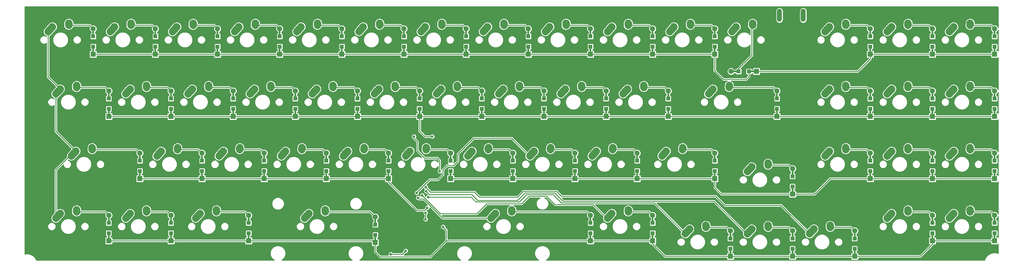
<source format=gbr>
G04 #@! TF.GenerationSoftware,KiCad,Pcbnew,(5.0.0-3-g5ebb6b6)*
G04 #@! TF.CreationDate,2019-05-05T10:35:57-03:00*
G04 #@! TF.ProjectId,elongate,656C6F6E676174652E6B696361645F70,rev?*
G04 #@! TF.SameCoordinates,Original*
G04 #@! TF.FileFunction,Copper,L1,Top,Signal*
G04 #@! TF.FilePolarity,Positive*
%FSLAX46Y46*%
G04 Gerber Fmt 4.6, Leading zero omitted, Abs format (unit mm)*
G04 Created by KiCad (PCBNEW (5.0.0-3-g5ebb6b6)) date 2019 May 05, Sunday 10:35:57*
%MOMM*%
%LPD*%
G01*
G04 APERTURE LIST*
G04 #@! TA.AperFunction,ComponentPad*
%ADD10C,2.250000*%
G04 #@! TD*
G04 #@! TA.AperFunction,Conductor*
%ADD11C,2.250000*%
G04 #@! TD*
G04 #@! TA.AperFunction,Conductor*
%ADD12R,0.500000X2.500000*%
G04 #@! TD*
G04 #@! TA.AperFunction,SMDPad,CuDef*
%ADD13R,1.200000X1.200000*%
G04 #@! TD*
G04 #@! TA.AperFunction,ComponentPad*
%ADD14R,1.600000X1.600000*%
G04 #@! TD*
G04 #@! TA.AperFunction,ComponentPad*
%ADD15C,1.600000*%
G04 #@! TD*
G04 #@! TA.AperFunction,Conductor*
%ADD16R,2.500000X0.500000*%
G04 #@! TD*
G04 #@! TA.AperFunction,ComponentPad*
%ADD17O,1.500000X4.000000*%
G04 #@! TD*
G04 #@! TA.AperFunction,ViaPad*
%ADD18C,0.800000*%
G04 #@! TD*
G04 #@! TA.AperFunction,Conductor*
%ADD19C,0.250000*%
G04 #@! TD*
G04 #@! TA.AperFunction,Conductor*
%ADD20C,0.254000*%
G04 #@! TD*
G04 APERTURE END LIST*
D10*
G04 #@! TO.P,K_SPACE,1*
G04 #@! TO.N,/col7*
X142756250Y-62675000D03*
X142101251Y-63405000D03*
D11*
G04 #@! TD*
G04 #@! TO.N,/col7*
G04 #@! TO.C,K_SPACE*
X141446250Y-64135000D02*
X142756252Y-62675000D01*
D10*
G04 #@! TO.P,K_SPACE,2*
G04 #@! TO.N,Net-(D_SPACE-Pad2)*
X147776250Y-61885000D03*
D11*
G04 #@! TD*
G04 #@! TO.N,Net-(D_SPACE-Pad2)*
G04 #@! TO.C,K_SPACE*
X147756250Y-62175000D02*
X147796250Y-61595000D01*
D10*
G04 #@! TO.P,K_SPACE,2*
G04 #@! TO.N,Net-(D_SPACE-Pad2)*
X147796250Y-61595000D03*
G04 #@! TD*
G04 #@! TO.P,K_SHIFT,1*
G04 #@! TO.N,/col0*
X14168750Y-43625000D03*
X13513751Y-44355000D03*
D11*
G04 #@! TD*
G04 #@! TO.N,/col0*
G04 #@! TO.C,K_SHIFT*
X12858750Y-45085000D02*
X14168752Y-43625000D01*
D10*
G04 #@! TO.P,K_SHIFT,2*
G04 #@! TO.N,Net-(D_SHIFT-Pad2)*
X19188750Y-42835000D03*
D11*
G04 #@! TD*
G04 #@! TO.N,Net-(D_SHIFT-Pad2)*
G04 #@! TO.C,K_SHIFT*
X19168750Y-43125000D02*
X19208750Y-42545000D01*
D10*
G04 #@! TO.P,K_SHIFT,2*
G04 #@! TO.N,Net-(D_SHIFT-Pad2)*
X19208750Y-42545000D03*
G04 #@! TD*
G04 #@! TO.P,K_CTRL1,1*
G04 #@! TO.N,/col0*
X9406250Y-62675000D03*
X8751251Y-63405000D03*
D11*
G04 #@! TD*
G04 #@! TO.N,/col0*
G04 #@! TO.C,K_CTRL1*
X8096250Y-64135000D02*
X9406252Y-62675000D01*
D10*
G04 #@! TO.P,K_CTRL1,2*
G04 #@! TO.N,Net-(D_CTRL1-Pad2)*
X14426250Y-61885000D03*
D11*
G04 #@! TD*
G04 #@! TO.N,Net-(D_CTRL1-Pad2)*
G04 #@! TO.C,K_CTRL1*
X14406250Y-62175000D02*
X14446250Y-61595000D01*
D10*
G04 #@! TO.P,K_CTRL1,2*
G04 #@! TO.N,Net-(D_CTRL1-Pad2)*
X14446250Y-61595000D03*
G04 #@! TD*
G04 #@! TO.P,K_TAB,1*
G04 #@! TO.N,/col0*
X7025000Y-5525000D03*
X6370001Y-6255000D03*
D11*
G04 #@! TD*
G04 #@! TO.N,/col0*
G04 #@! TO.C,K_TAB*
X5715000Y-6985000D02*
X7025002Y-5525000D01*
D10*
G04 #@! TO.P,K_TAB,2*
G04 #@! TO.N,Net-(D_TAB-Pad2)*
X12045000Y-4735000D03*
D11*
G04 #@! TD*
G04 #@! TO.N,Net-(D_TAB-Pad2)*
G04 #@! TO.C,K_TAB*
X12025000Y-5025000D02*
X12065000Y-4445000D01*
D10*
G04 #@! TO.P,K_TAB,2*
G04 #@! TO.N,Net-(D_TAB-Pad2)*
X12065000Y-4445000D03*
G04 #@! TD*
D12*
G04 #@! TO.N,/row0*
G04 #@! TO.C,D_TAB*
X19550000Y-12725000D03*
D13*
G04 #@! TD*
G04 #@! TO.P,D_TAB,1*
G04 #@! TO.N,/row0*
X19550000Y-11600000D03*
D14*
G04 #@! TO.P,D_TAB,1*
G04 #@! TO.N,/row0*
X19550000Y-13925000D03*
D13*
G04 #@! TO.P,D_TAB,2*
G04 #@! TO.N,Net-(D_TAB-Pad2)*
X19550000Y-8450000D03*
D12*
G04 #@! TD*
G04 #@! TO.N,Net-(D_TAB-Pad2)*
G04 #@! TO.C,D_TAB*
X19550000Y-7325000D03*
D15*
G04 #@! TO.P,D_TAB,2*
G04 #@! TO.N,Net-(D_TAB-Pad2)*
X19550000Y-6125000D03*
G04 #@! TD*
D10*
G04 #@! TO.P,K_Q,1*
G04 #@! TO.N,/col1*
X26075000Y-5525000D03*
X25420001Y-6255000D03*
D11*
G04 #@! TD*
G04 #@! TO.N,/col1*
G04 #@! TO.C,K_Q*
X24765000Y-6985000D02*
X26075002Y-5525000D01*
D10*
G04 #@! TO.P,K_Q,2*
G04 #@! TO.N,Net-(D_Q-Pad2)*
X31095000Y-4735000D03*
D11*
G04 #@! TD*
G04 #@! TO.N,Net-(D_Q-Pad2)*
G04 #@! TO.C,K_Q*
X31075000Y-5025000D02*
X31115000Y-4445000D01*
D10*
G04 #@! TO.P,K_Q,2*
G04 #@! TO.N,Net-(D_Q-Pad2)*
X31115000Y-4445000D03*
G04 #@! TD*
D12*
G04 #@! TO.N,/row0*
G04 #@! TO.C,D_Q*
X38600000Y-12725000D03*
D13*
G04 #@! TD*
G04 #@! TO.P,D_Q,1*
G04 #@! TO.N,/row0*
X38600000Y-11600000D03*
D14*
G04 #@! TO.P,D_Q,1*
G04 #@! TO.N,/row0*
X38600000Y-13925000D03*
D13*
G04 #@! TO.P,D_Q,2*
G04 #@! TO.N,Net-(D_Q-Pad2)*
X38600000Y-8450000D03*
D12*
G04 #@! TD*
G04 #@! TO.N,Net-(D_Q-Pad2)*
G04 #@! TO.C,D_Q*
X38600000Y-7325000D03*
D15*
G04 #@! TO.P,D_Q,2*
G04 #@! TO.N,Net-(D_Q-Pad2)*
X38600000Y-6125000D03*
G04 #@! TD*
D10*
G04 #@! TO.P,K_W,1*
G04 #@! TO.N,/col2*
X45125000Y-5525000D03*
X44470001Y-6255000D03*
D11*
G04 #@! TD*
G04 #@! TO.N,/col2*
G04 #@! TO.C,K_W*
X43815000Y-6985000D02*
X45125002Y-5525000D01*
D10*
G04 #@! TO.P,K_W,2*
G04 #@! TO.N,Net-(D_W-Pad2)*
X50145000Y-4735000D03*
D11*
G04 #@! TD*
G04 #@! TO.N,Net-(D_W-Pad2)*
G04 #@! TO.C,K_W*
X50125000Y-5025000D02*
X50165000Y-4445000D01*
D10*
G04 #@! TO.P,K_W,2*
G04 #@! TO.N,Net-(D_W-Pad2)*
X50165000Y-4445000D03*
G04 #@! TD*
D12*
G04 #@! TO.N,/row0*
G04 #@! TO.C,D_W*
X57650000Y-12725000D03*
D13*
G04 #@! TD*
G04 #@! TO.P,D_W,1*
G04 #@! TO.N,/row0*
X57650000Y-11600000D03*
D14*
G04 #@! TO.P,D_W,1*
G04 #@! TO.N,/row0*
X57650000Y-13925000D03*
D13*
G04 #@! TO.P,D_W,2*
G04 #@! TO.N,Net-(D_W-Pad2)*
X57650000Y-8450000D03*
D12*
G04 #@! TD*
G04 #@! TO.N,Net-(D_W-Pad2)*
G04 #@! TO.C,D_W*
X57650000Y-7325000D03*
D15*
G04 #@! TO.P,D_W,2*
G04 #@! TO.N,Net-(D_W-Pad2)*
X57650000Y-6125000D03*
G04 #@! TD*
D10*
G04 #@! TO.P,K_E,1*
G04 #@! TO.N,/col3*
X64175000Y-5525000D03*
X63520001Y-6255000D03*
D11*
G04 #@! TD*
G04 #@! TO.N,/col3*
G04 #@! TO.C,K_E*
X62865000Y-6985000D02*
X64175002Y-5525000D01*
D10*
G04 #@! TO.P,K_E,2*
G04 #@! TO.N,Net-(D_E-Pad2)*
X69195000Y-4735000D03*
D11*
G04 #@! TD*
G04 #@! TO.N,Net-(D_E-Pad2)*
G04 #@! TO.C,K_E*
X69175000Y-5025000D02*
X69215000Y-4445000D01*
D10*
G04 #@! TO.P,K_E,2*
G04 #@! TO.N,Net-(D_E-Pad2)*
X69215000Y-4445000D03*
G04 #@! TD*
D12*
G04 #@! TO.N,/row0*
G04 #@! TO.C,D_E*
X76700000Y-12725000D03*
D13*
G04 #@! TD*
G04 #@! TO.P,D_E,1*
G04 #@! TO.N,/row0*
X76700000Y-11600000D03*
D14*
G04 #@! TO.P,D_E,1*
G04 #@! TO.N,/row0*
X76700000Y-13925000D03*
D13*
G04 #@! TO.P,D_E,2*
G04 #@! TO.N,Net-(D_E-Pad2)*
X76700000Y-8450000D03*
D12*
G04 #@! TD*
G04 #@! TO.N,Net-(D_E-Pad2)*
G04 #@! TO.C,D_E*
X76700000Y-7325000D03*
D15*
G04 #@! TO.P,D_E,2*
G04 #@! TO.N,Net-(D_E-Pad2)*
X76700000Y-6125000D03*
G04 #@! TD*
D10*
G04 #@! TO.P,K_R,1*
G04 #@! TO.N,/col4*
X83225000Y-5525000D03*
X82570001Y-6255000D03*
D11*
G04 #@! TD*
G04 #@! TO.N,/col4*
G04 #@! TO.C,K_R*
X81915000Y-6985000D02*
X83225002Y-5525000D01*
D10*
G04 #@! TO.P,K_R,2*
G04 #@! TO.N,Net-(D_R-Pad2)*
X88245000Y-4735000D03*
D11*
G04 #@! TD*
G04 #@! TO.N,Net-(D_R-Pad2)*
G04 #@! TO.C,K_R*
X88225000Y-5025000D02*
X88265000Y-4445000D01*
D10*
G04 #@! TO.P,K_R,2*
G04 #@! TO.N,Net-(D_R-Pad2)*
X88265000Y-4445000D03*
G04 #@! TD*
D12*
G04 #@! TO.N,/row0*
G04 #@! TO.C,D_R*
X95750000Y-12725000D03*
D13*
G04 #@! TD*
G04 #@! TO.P,D_R,1*
G04 #@! TO.N,/row0*
X95750000Y-11600000D03*
D14*
G04 #@! TO.P,D_R,1*
G04 #@! TO.N,/row0*
X95750000Y-13925000D03*
D13*
G04 #@! TO.P,D_R,2*
G04 #@! TO.N,Net-(D_R-Pad2)*
X95750000Y-8450000D03*
D12*
G04 #@! TD*
G04 #@! TO.N,Net-(D_R-Pad2)*
G04 #@! TO.C,D_R*
X95750000Y-7325000D03*
D15*
G04 #@! TO.P,D_R,2*
G04 #@! TO.N,Net-(D_R-Pad2)*
X95750000Y-6125000D03*
G04 #@! TD*
D10*
G04 #@! TO.P,K_T,1*
G04 #@! TO.N,/col5*
X102275000Y-5525000D03*
X101620001Y-6255000D03*
D11*
G04 #@! TD*
G04 #@! TO.N,/col5*
G04 #@! TO.C,K_T*
X100965000Y-6985000D02*
X102275002Y-5525000D01*
D10*
G04 #@! TO.P,K_T,2*
G04 #@! TO.N,Net-(D_T-Pad2)*
X107295000Y-4735000D03*
D11*
G04 #@! TD*
G04 #@! TO.N,Net-(D_T-Pad2)*
G04 #@! TO.C,K_T*
X107275000Y-5025000D02*
X107315000Y-4445000D01*
D10*
G04 #@! TO.P,K_T,2*
G04 #@! TO.N,Net-(D_T-Pad2)*
X107315000Y-4445000D03*
G04 #@! TD*
D12*
G04 #@! TO.N,/row0*
G04 #@! TO.C,D_T*
X114800000Y-12725000D03*
D13*
G04 #@! TD*
G04 #@! TO.P,D_T,1*
G04 #@! TO.N,/row0*
X114800000Y-11600000D03*
D14*
G04 #@! TO.P,D_T,1*
G04 #@! TO.N,/row0*
X114800000Y-13925000D03*
D13*
G04 #@! TO.P,D_T,2*
G04 #@! TO.N,Net-(D_T-Pad2)*
X114800000Y-8450000D03*
D12*
G04 #@! TD*
G04 #@! TO.N,Net-(D_T-Pad2)*
G04 #@! TO.C,D_T*
X114800000Y-7325000D03*
D15*
G04 #@! TO.P,D_T,2*
G04 #@! TO.N,Net-(D_T-Pad2)*
X114800000Y-6125000D03*
G04 #@! TD*
D10*
G04 #@! TO.P,K_Y,1*
G04 #@! TO.N,/col6*
X121325000Y-5525000D03*
X120670001Y-6255000D03*
D11*
G04 #@! TD*
G04 #@! TO.N,/col6*
G04 #@! TO.C,K_Y*
X120015000Y-6985000D02*
X121325002Y-5525000D01*
D10*
G04 #@! TO.P,K_Y,2*
G04 #@! TO.N,Net-(D_Y-Pad2)*
X126345000Y-4735000D03*
D11*
G04 #@! TD*
G04 #@! TO.N,Net-(D_Y-Pad2)*
G04 #@! TO.C,K_Y*
X126325000Y-5025000D02*
X126365000Y-4445000D01*
D10*
G04 #@! TO.P,K_Y,2*
G04 #@! TO.N,Net-(D_Y-Pad2)*
X126365000Y-4445000D03*
G04 #@! TD*
D12*
G04 #@! TO.N,/row0*
G04 #@! TO.C,D_Y*
X133850000Y-12725000D03*
D13*
G04 #@! TD*
G04 #@! TO.P,D_Y,1*
G04 #@! TO.N,/row0*
X133850000Y-11600000D03*
D14*
G04 #@! TO.P,D_Y,1*
G04 #@! TO.N,/row0*
X133850000Y-13925000D03*
D13*
G04 #@! TO.P,D_Y,2*
G04 #@! TO.N,Net-(D_Y-Pad2)*
X133850000Y-8450000D03*
D12*
G04 #@! TD*
G04 #@! TO.N,Net-(D_Y-Pad2)*
G04 #@! TO.C,D_Y*
X133850000Y-7325000D03*
D15*
G04 #@! TO.P,D_Y,2*
G04 #@! TO.N,Net-(D_Y-Pad2)*
X133850000Y-6125000D03*
G04 #@! TD*
D10*
G04 #@! TO.P,K_U,1*
G04 #@! TO.N,/col7*
X140375000Y-5525000D03*
X139720001Y-6255000D03*
D11*
G04 #@! TD*
G04 #@! TO.N,/col7*
G04 #@! TO.C,K_U*
X139065000Y-6985000D02*
X140375002Y-5525000D01*
D10*
G04 #@! TO.P,K_U,2*
G04 #@! TO.N,Net-(D_U-Pad2)*
X145395000Y-4735000D03*
D11*
G04 #@! TD*
G04 #@! TO.N,Net-(D_U-Pad2)*
G04 #@! TO.C,K_U*
X145375000Y-5025000D02*
X145415000Y-4445000D01*
D10*
G04 #@! TO.P,K_U,2*
G04 #@! TO.N,Net-(D_U-Pad2)*
X145415000Y-4445000D03*
G04 #@! TD*
D12*
G04 #@! TO.N,/row0*
G04 #@! TO.C,D_U*
X152900000Y-12725000D03*
D13*
G04 #@! TD*
G04 #@! TO.P,D_U,1*
G04 #@! TO.N,/row0*
X152900000Y-11600000D03*
D14*
G04 #@! TO.P,D_U,1*
G04 #@! TO.N,/row0*
X152900000Y-13925000D03*
D13*
G04 #@! TO.P,D_U,2*
G04 #@! TO.N,Net-(D_U-Pad2)*
X152900000Y-8450000D03*
D12*
G04 #@! TD*
G04 #@! TO.N,Net-(D_U-Pad2)*
G04 #@! TO.C,D_U*
X152900000Y-7325000D03*
D15*
G04 #@! TO.P,D_U,2*
G04 #@! TO.N,Net-(D_U-Pad2)*
X152900000Y-6125000D03*
G04 #@! TD*
D10*
G04 #@! TO.P,K_I,1*
G04 #@! TO.N,/col8*
X159425000Y-5525000D03*
X158770001Y-6255000D03*
D11*
G04 #@! TD*
G04 #@! TO.N,/col8*
G04 #@! TO.C,K_I*
X158115000Y-6985000D02*
X159425002Y-5525000D01*
D10*
G04 #@! TO.P,K_I,2*
G04 #@! TO.N,Net-(D_I-Pad2)*
X164445000Y-4735000D03*
D11*
G04 #@! TD*
G04 #@! TO.N,Net-(D_I-Pad2)*
G04 #@! TO.C,K_I*
X164425000Y-5025000D02*
X164465000Y-4445000D01*
D10*
G04 #@! TO.P,K_I,2*
G04 #@! TO.N,Net-(D_I-Pad2)*
X164465000Y-4445000D03*
G04 #@! TD*
D12*
G04 #@! TO.N,/row0*
G04 #@! TO.C,D_I*
X171950000Y-12725000D03*
D13*
G04 #@! TD*
G04 #@! TO.P,D_I,1*
G04 #@! TO.N,/row0*
X171950000Y-11600000D03*
D14*
G04 #@! TO.P,D_I,1*
G04 #@! TO.N,/row0*
X171950000Y-13925000D03*
D13*
G04 #@! TO.P,D_I,2*
G04 #@! TO.N,Net-(D_I-Pad2)*
X171950000Y-8450000D03*
D12*
G04 #@! TD*
G04 #@! TO.N,Net-(D_I-Pad2)*
G04 #@! TO.C,D_I*
X171950000Y-7325000D03*
D15*
G04 #@! TO.P,D_I,2*
G04 #@! TO.N,Net-(D_I-Pad2)*
X171950000Y-6125000D03*
G04 #@! TD*
D10*
G04 #@! TO.P,K_O,1*
G04 #@! TO.N,/col9*
X178475000Y-5525000D03*
X177820001Y-6255000D03*
D11*
G04 #@! TD*
G04 #@! TO.N,/col9*
G04 #@! TO.C,K_O*
X177165000Y-6985000D02*
X178475002Y-5525000D01*
D10*
G04 #@! TO.P,K_O,2*
G04 #@! TO.N,Net-(D_O-Pad2)*
X183495000Y-4735000D03*
D11*
G04 #@! TD*
G04 #@! TO.N,Net-(D_O-Pad2)*
G04 #@! TO.C,K_O*
X183475000Y-5025000D02*
X183515000Y-4445000D01*
D10*
G04 #@! TO.P,K_O,2*
G04 #@! TO.N,Net-(D_O-Pad2)*
X183515000Y-4445000D03*
G04 #@! TD*
D12*
G04 #@! TO.N,/row0*
G04 #@! TO.C,D_O*
X191000000Y-12725000D03*
D13*
G04 #@! TD*
G04 #@! TO.P,D_O,1*
G04 #@! TO.N,/row0*
X191000000Y-11600000D03*
D14*
G04 #@! TO.P,D_O,1*
G04 #@! TO.N,/row0*
X191000000Y-13925000D03*
D13*
G04 #@! TO.P,D_O,2*
G04 #@! TO.N,Net-(D_O-Pad2)*
X191000000Y-8450000D03*
D12*
G04 #@! TD*
G04 #@! TO.N,Net-(D_O-Pad2)*
G04 #@! TO.C,D_O*
X191000000Y-7325000D03*
D15*
G04 #@! TO.P,D_O,2*
G04 #@! TO.N,Net-(D_O-Pad2)*
X191000000Y-6125000D03*
G04 #@! TD*
D10*
G04 #@! TO.P,K_P,1*
G04 #@! TO.N,/col10*
X197525000Y-5525000D03*
X196870001Y-6255000D03*
D11*
G04 #@! TD*
G04 #@! TO.N,/col10*
G04 #@! TO.C,K_P*
X196215000Y-6985000D02*
X197525002Y-5525000D01*
D10*
G04 #@! TO.P,K_P,2*
G04 #@! TO.N,Net-(D_P-Pad2)*
X202545000Y-4735000D03*
D11*
G04 #@! TD*
G04 #@! TO.N,Net-(D_P-Pad2)*
G04 #@! TO.C,K_P*
X202525000Y-5025000D02*
X202565000Y-4445000D01*
D10*
G04 #@! TO.P,K_P,2*
G04 #@! TO.N,Net-(D_P-Pad2)*
X202565000Y-4445000D03*
G04 #@! TD*
D12*
G04 #@! TO.N,/row0*
G04 #@! TO.C,D_P*
X210050000Y-12725000D03*
D13*
G04 #@! TD*
G04 #@! TO.P,D_P,1*
G04 #@! TO.N,/row0*
X210050000Y-11600000D03*
D14*
G04 #@! TO.P,D_P,1*
G04 #@! TO.N,/row0*
X210050000Y-13925000D03*
D13*
G04 #@! TO.P,D_P,2*
G04 #@! TO.N,Net-(D_P-Pad2)*
X210050000Y-8450000D03*
D12*
G04 #@! TD*
G04 #@! TO.N,Net-(D_P-Pad2)*
G04 #@! TO.C,D_P*
X210050000Y-7325000D03*
D15*
G04 #@! TO.P,D_P,2*
G04 #@! TO.N,Net-(D_P-Pad2)*
X210050000Y-6125000D03*
G04 #@! TD*
D10*
G04 #@! TO.P,K_BS,1*
G04 #@! TO.N,/col11*
X216575000Y-5525000D03*
X215920001Y-6255000D03*
D11*
G04 #@! TD*
G04 #@! TO.N,/col11*
G04 #@! TO.C,K_BS*
X215265000Y-6985000D02*
X216575002Y-5525000D01*
D10*
G04 #@! TO.P,K_BS,2*
G04 #@! TO.N,Net-(D_&LARR;-Pad2)*
X221595000Y-4735000D03*
D11*
G04 #@! TD*
G04 #@! TO.N,Net-(D_&LARR;-Pad2)*
G04 #@! TO.C,K_BS*
X221575000Y-5025000D02*
X221615000Y-4445000D01*
D10*
G04 #@! TO.P,K_BS,2*
G04 #@! TO.N,Net-(D_&LARR;-Pad2)*
X221615000Y-4445000D03*
G04 #@! TD*
D16*
G04 #@! TO.N,/row0*
G04 #@! TO.C,D_BS*
X221600000Y-19200000D03*
D13*
G04 #@! TD*
G04 #@! TO.P,D_BS,1*
G04 #@! TO.N,/row0*
X220475000Y-19200000D03*
D14*
G04 #@! TO.P,D_BS,1*
G04 #@! TO.N,/row0*
X222800000Y-19200000D03*
D13*
G04 #@! TO.P,D_BS,2*
G04 #@! TO.N,Net-(D_&LARR;-Pad2)*
X217325000Y-19200000D03*
D16*
G04 #@! TD*
G04 #@! TO.N,Net-(D_&LARR;-Pad2)*
G04 #@! TO.C,D_BS*
X216200000Y-19200000D03*
D15*
G04 #@! TO.P,D_BS,2*
G04 #@! TO.N,Net-(D_&LARR;-Pad2)*
X215000000Y-19200000D03*
G04 #@! TD*
D10*
G04 #@! TO.P,K_7,1*
G04 #@! TO.N,/col12*
X245150000Y-5525000D03*
X244495001Y-6255000D03*
D11*
G04 #@! TD*
G04 #@! TO.N,/col12*
G04 #@! TO.C,K_7*
X243840000Y-6985000D02*
X245150002Y-5525000D01*
D10*
G04 #@! TO.P,K_7,2*
G04 #@! TO.N,Net-(D_7-Pad2)*
X250170000Y-4735000D03*
D11*
G04 #@! TD*
G04 #@! TO.N,Net-(D_7-Pad2)*
G04 #@! TO.C,K_7*
X250150000Y-5025000D02*
X250190000Y-4445000D01*
D10*
G04 #@! TO.P,K_7,2*
G04 #@! TO.N,Net-(D_7-Pad2)*
X250190000Y-4445000D03*
G04 #@! TD*
D12*
G04 #@! TO.N,/row0*
G04 #@! TO.C,D_7*
X257675000Y-12725000D03*
D13*
G04 #@! TD*
G04 #@! TO.P,D_7,1*
G04 #@! TO.N,/row0*
X257675000Y-11600000D03*
D14*
G04 #@! TO.P,D_7,1*
G04 #@! TO.N,/row0*
X257675000Y-13925000D03*
D13*
G04 #@! TO.P,D_7,2*
G04 #@! TO.N,Net-(D_7-Pad2)*
X257675000Y-8450000D03*
D12*
G04 #@! TD*
G04 #@! TO.N,Net-(D_7-Pad2)*
G04 #@! TO.C,D_7*
X257675000Y-7325000D03*
D15*
G04 #@! TO.P,D_7,2*
G04 #@! TO.N,Net-(D_7-Pad2)*
X257675000Y-6125000D03*
G04 #@! TD*
D10*
G04 #@! TO.P,K_8,1*
G04 #@! TO.N,/col13*
X264200000Y-5525000D03*
X263545001Y-6255000D03*
D11*
G04 #@! TD*
G04 #@! TO.N,/col13*
G04 #@! TO.C,K_8*
X262890000Y-6985000D02*
X264200002Y-5525000D01*
D10*
G04 #@! TO.P,K_8,2*
G04 #@! TO.N,Net-(D_8-Pad2)*
X269220000Y-4735000D03*
D11*
G04 #@! TD*
G04 #@! TO.N,Net-(D_8-Pad2)*
G04 #@! TO.C,K_8*
X269200000Y-5025000D02*
X269240000Y-4445000D01*
D10*
G04 #@! TO.P,K_8,2*
G04 #@! TO.N,Net-(D_8-Pad2)*
X269240000Y-4445000D03*
G04 #@! TD*
D12*
G04 #@! TO.N,/row0*
G04 #@! TO.C,D_8*
X276725000Y-12725000D03*
D13*
G04 #@! TD*
G04 #@! TO.P,D_8,1*
G04 #@! TO.N,/row0*
X276725000Y-11600000D03*
D14*
G04 #@! TO.P,D_8,1*
G04 #@! TO.N,/row0*
X276725000Y-13925000D03*
D13*
G04 #@! TO.P,D_8,2*
G04 #@! TO.N,Net-(D_8-Pad2)*
X276725000Y-8450000D03*
D12*
G04 #@! TD*
G04 #@! TO.N,Net-(D_8-Pad2)*
G04 #@! TO.C,D_8*
X276725000Y-7325000D03*
D15*
G04 #@! TO.P,D_8,2*
G04 #@! TO.N,Net-(D_8-Pad2)*
X276725000Y-6125000D03*
G04 #@! TD*
D10*
G04 #@! TO.P,K_9,1*
G04 #@! TO.N,/col14*
X283250000Y-5525000D03*
X282595001Y-6255000D03*
D11*
G04 #@! TD*
G04 #@! TO.N,/col14*
G04 #@! TO.C,K_9*
X281940000Y-6985000D02*
X283250002Y-5525000D01*
D10*
G04 #@! TO.P,K_9,2*
G04 #@! TO.N,Net-(D_9-Pad2)*
X288270000Y-4735000D03*
D11*
G04 #@! TD*
G04 #@! TO.N,Net-(D_9-Pad2)*
G04 #@! TO.C,K_9*
X288250000Y-5025000D02*
X288290000Y-4445000D01*
D10*
G04 #@! TO.P,K_9,2*
G04 #@! TO.N,Net-(D_9-Pad2)*
X288290000Y-4445000D03*
G04 #@! TD*
D12*
G04 #@! TO.N,/row0*
G04 #@! TO.C,D_9*
X295775000Y-12725000D03*
D13*
G04 #@! TD*
G04 #@! TO.P,D_9,1*
G04 #@! TO.N,/row0*
X295775000Y-11600000D03*
D14*
G04 #@! TO.P,D_9,1*
G04 #@! TO.N,/row0*
X295775000Y-13925000D03*
D13*
G04 #@! TO.P,D_9,2*
G04 #@! TO.N,Net-(D_9-Pad2)*
X295775000Y-8450000D03*
D12*
G04 #@! TD*
G04 #@! TO.N,Net-(D_9-Pad2)*
G04 #@! TO.C,D_9*
X295775000Y-7325000D03*
D15*
G04 #@! TO.P,D_9,2*
G04 #@! TO.N,Net-(D_9-Pad2)*
X295775000Y-6125000D03*
G04 #@! TD*
D10*
G04 #@! TO.P,K_CTRL,1*
G04 #@! TO.N,/col0*
X9406250Y-24575000D03*
X8751251Y-25305000D03*
D11*
G04 #@! TD*
G04 #@! TO.N,/col0*
G04 #@! TO.C,K_CTRL*
X8096250Y-26035000D02*
X9406252Y-24575000D01*
D10*
G04 #@! TO.P,K_CTRL,2*
G04 #@! TO.N,Net-(D_CTRL-Pad2)*
X14426250Y-23785000D03*
D11*
G04 #@! TD*
G04 #@! TO.N,Net-(D_CTRL-Pad2)*
G04 #@! TO.C,K_CTRL*
X14406250Y-24075000D02*
X14446250Y-23495000D01*
D10*
G04 #@! TO.P,K_CTRL,2*
G04 #@! TO.N,Net-(D_CTRL-Pad2)*
X14446250Y-23495000D03*
G04 #@! TD*
D12*
G04 #@! TO.N,/row1*
G04 #@! TO.C,D_CTRL*
X24312500Y-31775000D03*
D13*
G04 #@! TD*
G04 #@! TO.P,D_CTRL,1*
G04 #@! TO.N,/row1*
X24312500Y-30650000D03*
D14*
G04 #@! TO.P,D_CTRL,1*
G04 #@! TO.N,/row1*
X24312500Y-32975000D03*
D13*
G04 #@! TO.P,D_CTRL,2*
G04 #@! TO.N,Net-(D_CTRL-Pad2)*
X24312500Y-27500000D03*
D12*
G04 #@! TD*
G04 #@! TO.N,Net-(D_CTRL-Pad2)*
G04 #@! TO.C,D_CTRL*
X24312500Y-26375000D03*
D15*
G04 #@! TO.P,D_CTRL,2*
G04 #@! TO.N,Net-(D_CTRL-Pad2)*
X24312500Y-25175000D03*
G04 #@! TD*
D10*
G04 #@! TO.P,K_A,1*
G04 #@! TO.N,/col1*
X30837500Y-24575000D03*
X30182501Y-25305000D03*
D11*
G04 #@! TD*
G04 #@! TO.N,/col1*
G04 #@! TO.C,K_A*
X29527500Y-26035000D02*
X30837502Y-24575000D01*
D10*
G04 #@! TO.P,K_A,2*
G04 #@! TO.N,Net-(D_A-Pad2)*
X35857500Y-23785000D03*
D11*
G04 #@! TD*
G04 #@! TO.N,Net-(D_A-Pad2)*
G04 #@! TO.C,K_A*
X35837500Y-24075000D02*
X35877500Y-23495000D01*
D10*
G04 #@! TO.P,K_A,2*
G04 #@! TO.N,Net-(D_A-Pad2)*
X35877500Y-23495000D03*
G04 #@! TD*
D12*
G04 #@! TO.N,/row1*
G04 #@! TO.C,D_A*
X43362500Y-31775000D03*
D13*
G04 #@! TD*
G04 #@! TO.P,D_A,1*
G04 #@! TO.N,/row1*
X43362500Y-30650000D03*
D14*
G04 #@! TO.P,D_A,1*
G04 #@! TO.N,/row1*
X43362500Y-32975000D03*
D13*
G04 #@! TO.P,D_A,2*
G04 #@! TO.N,Net-(D_A-Pad2)*
X43362500Y-27500000D03*
D12*
G04 #@! TD*
G04 #@! TO.N,Net-(D_A-Pad2)*
G04 #@! TO.C,D_A*
X43362500Y-26375000D03*
D15*
G04 #@! TO.P,D_A,2*
G04 #@! TO.N,Net-(D_A-Pad2)*
X43362500Y-25175000D03*
G04 #@! TD*
D10*
G04 #@! TO.P,K_S,1*
G04 #@! TO.N,/col2*
X49887500Y-24575000D03*
X49232501Y-25305000D03*
D11*
G04 #@! TD*
G04 #@! TO.N,/col2*
G04 #@! TO.C,K_S*
X48577500Y-26035000D02*
X49887502Y-24575000D01*
D10*
G04 #@! TO.P,K_S,2*
G04 #@! TO.N,Net-(D_S-Pad2)*
X54907500Y-23785000D03*
D11*
G04 #@! TD*
G04 #@! TO.N,Net-(D_S-Pad2)*
G04 #@! TO.C,K_S*
X54887500Y-24075000D02*
X54927500Y-23495000D01*
D10*
G04 #@! TO.P,K_S,2*
G04 #@! TO.N,Net-(D_S-Pad2)*
X54927500Y-23495000D03*
G04 #@! TD*
D12*
G04 #@! TO.N,/row1*
G04 #@! TO.C,D_S*
X62412500Y-31775000D03*
D13*
G04 #@! TD*
G04 #@! TO.P,D_S,1*
G04 #@! TO.N,/row1*
X62412500Y-30650000D03*
D14*
G04 #@! TO.P,D_S,1*
G04 #@! TO.N,/row1*
X62412500Y-32975000D03*
D13*
G04 #@! TO.P,D_S,2*
G04 #@! TO.N,Net-(D_S-Pad2)*
X62412500Y-27500000D03*
D12*
G04 #@! TD*
G04 #@! TO.N,Net-(D_S-Pad2)*
G04 #@! TO.C,D_S*
X62412500Y-26375000D03*
D15*
G04 #@! TO.P,D_S,2*
G04 #@! TO.N,Net-(D_S-Pad2)*
X62412500Y-25175000D03*
G04 #@! TD*
D10*
G04 #@! TO.P,K_D,1*
G04 #@! TO.N,/col3*
X68937500Y-24575000D03*
X68282501Y-25305000D03*
D11*
G04 #@! TD*
G04 #@! TO.N,/col3*
G04 #@! TO.C,K_D*
X67627500Y-26035000D02*
X68937502Y-24575000D01*
D10*
G04 #@! TO.P,K_D,2*
G04 #@! TO.N,Net-(D_D-Pad2)*
X73957500Y-23785000D03*
D11*
G04 #@! TD*
G04 #@! TO.N,Net-(D_D-Pad2)*
G04 #@! TO.C,K_D*
X73937500Y-24075000D02*
X73977500Y-23495000D01*
D10*
G04 #@! TO.P,K_D,2*
G04 #@! TO.N,Net-(D_D-Pad2)*
X73977500Y-23495000D03*
G04 #@! TD*
D12*
G04 #@! TO.N,/row1*
G04 #@! TO.C,D_D*
X81462500Y-31775000D03*
D13*
G04 #@! TD*
G04 #@! TO.P,D_D,1*
G04 #@! TO.N,/row1*
X81462500Y-30650000D03*
D14*
G04 #@! TO.P,D_D,1*
G04 #@! TO.N,/row1*
X81462500Y-32975000D03*
D13*
G04 #@! TO.P,D_D,2*
G04 #@! TO.N,Net-(D_D-Pad2)*
X81462500Y-27500000D03*
D12*
G04 #@! TD*
G04 #@! TO.N,Net-(D_D-Pad2)*
G04 #@! TO.C,D_D*
X81462500Y-26375000D03*
D15*
G04 #@! TO.P,D_D,2*
G04 #@! TO.N,Net-(D_D-Pad2)*
X81462500Y-25175000D03*
G04 #@! TD*
D10*
G04 #@! TO.P,K_F,1*
G04 #@! TO.N,/col4*
X87987500Y-24575000D03*
X87332501Y-25305000D03*
D11*
G04 #@! TD*
G04 #@! TO.N,/col4*
G04 #@! TO.C,K_F*
X86677500Y-26035000D02*
X87987502Y-24575000D01*
D10*
G04 #@! TO.P,K_F,2*
G04 #@! TO.N,Net-(D_F-Pad2)*
X93007500Y-23785000D03*
D11*
G04 #@! TD*
G04 #@! TO.N,Net-(D_F-Pad2)*
G04 #@! TO.C,K_F*
X92987500Y-24075000D02*
X93027500Y-23495000D01*
D10*
G04 #@! TO.P,K_F,2*
G04 #@! TO.N,Net-(D_F-Pad2)*
X93027500Y-23495000D03*
G04 #@! TD*
D12*
G04 #@! TO.N,/row1*
G04 #@! TO.C,D_F*
X100512500Y-31775000D03*
D13*
G04 #@! TD*
G04 #@! TO.P,D_F,1*
G04 #@! TO.N,/row1*
X100512500Y-30650000D03*
D14*
G04 #@! TO.P,D_F,1*
G04 #@! TO.N,/row1*
X100512500Y-32975000D03*
D13*
G04 #@! TO.P,D_F,2*
G04 #@! TO.N,Net-(D_F-Pad2)*
X100512500Y-27500000D03*
D12*
G04 #@! TD*
G04 #@! TO.N,Net-(D_F-Pad2)*
G04 #@! TO.C,D_F*
X100512500Y-26375000D03*
D15*
G04 #@! TO.P,D_F,2*
G04 #@! TO.N,Net-(D_F-Pad2)*
X100512500Y-25175000D03*
G04 #@! TD*
D10*
G04 #@! TO.P,K_G,1*
G04 #@! TO.N,/col5*
X107037500Y-24575000D03*
X106382501Y-25305000D03*
D11*
G04 #@! TD*
G04 #@! TO.N,/col5*
G04 #@! TO.C,K_G*
X105727500Y-26035000D02*
X107037502Y-24575000D01*
D10*
G04 #@! TO.P,K_G,2*
G04 #@! TO.N,Net-(D_G-Pad2)*
X112057500Y-23785000D03*
D11*
G04 #@! TD*
G04 #@! TO.N,Net-(D_G-Pad2)*
G04 #@! TO.C,K_G*
X112037500Y-24075000D02*
X112077500Y-23495000D01*
D10*
G04 #@! TO.P,K_G,2*
G04 #@! TO.N,Net-(D_G-Pad2)*
X112077500Y-23495000D03*
G04 #@! TD*
D12*
G04 #@! TO.N,/row1*
G04 #@! TO.C,D_G*
X119562500Y-31775000D03*
D13*
G04 #@! TD*
G04 #@! TO.P,D_G,1*
G04 #@! TO.N,/row1*
X119562500Y-30650000D03*
D14*
G04 #@! TO.P,D_G,1*
G04 #@! TO.N,/row1*
X119562500Y-32975000D03*
D13*
G04 #@! TO.P,D_G,2*
G04 #@! TO.N,Net-(D_G-Pad2)*
X119562500Y-27500000D03*
D12*
G04 #@! TD*
G04 #@! TO.N,Net-(D_G-Pad2)*
G04 #@! TO.C,D_G*
X119562500Y-26375000D03*
D15*
G04 #@! TO.P,D_G,2*
G04 #@! TO.N,Net-(D_G-Pad2)*
X119562500Y-25175000D03*
G04 #@! TD*
D10*
G04 #@! TO.P,K_H,1*
G04 #@! TO.N,/col6*
X126087500Y-24575000D03*
X125432501Y-25305000D03*
D11*
G04 #@! TD*
G04 #@! TO.N,/col6*
G04 #@! TO.C,K_H*
X124777500Y-26035000D02*
X126087502Y-24575000D01*
D10*
G04 #@! TO.P,K_H,2*
G04 #@! TO.N,Net-(D_H-Pad2)*
X131107500Y-23785000D03*
D11*
G04 #@! TD*
G04 #@! TO.N,Net-(D_H-Pad2)*
G04 #@! TO.C,K_H*
X131087500Y-24075000D02*
X131127500Y-23495000D01*
D10*
G04 #@! TO.P,K_H,2*
G04 #@! TO.N,Net-(D_H-Pad2)*
X131127500Y-23495000D03*
G04 #@! TD*
D12*
G04 #@! TO.N,/row1*
G04 #@! TO.C,D_H*
X138612500Y-31775000D03*
D13*
G04 #@! TD*
G04 #@! TO.P,D_H,1*
G04 #@! TO.N,/row1*
X138612500Y-30650000D03*
D14*
G04 #@! TO.P,D_H,1*
G04 #@! TO.N,/row1*
X138612500Y-32975000D03*
D13*
G04 #@! TO.P,D_H,2*
G04 #@! TO.N,Net-(D_H-Pad2)*
X138612500Y-27500000D03*
D12*
G04 #@! TD*
G04 #@! TO.N,Net-(D_H-Pad2)*
G04 #@! TO.C,D_H*
X138612500Y-26375000D03*
D15*
G04 #@! TO.P,D_H,2*
G04 #@! TO.N,Net-(D_H-Pad2)*
X138612500Y-25175000D03*
G04 #@! TD*
D10*
G04 #@! TO.P,K_J,1*
G04 #@! TO.N,/col7*
X145137500Y-24575000D03*
X144482501Y-25305000D03*
D11*
G04 #@! TD*
G04 #@! TO.N,/col7*
G04 #@! TO.C,K_J*
X143827500Y-26035000D02*
X145137502Y-24575000D01*
D10*
G04 #@! TO.P,K_J,2*
G04 #@! TO.N,Net-(D_J-Pad2)*
X150157500Y-23785000D03*
D11*
G04 #@! TD*
G04 #@! TO.N,Net-(D_J-Pad2)*
G04 #@! TO.C,K_J*
X150137500Y-24075000D02*
X150177500Y-23495000D01*
D10*
G04 #@! TO.P,K_J,2*
G04 #@! TO.N,Net-(D_J-Pad2)*
X150177500Y-23495000D03*
G04 #@! TD*
D12*
G04 #@! TO.N,/row1*
G04 #@! TO.C,D_J*
X157662500Y-31775000D03*
D13*
G04 #@! TD*
G04 #@! TO.P,D_J,1*
G04 #@! TO.N,/row1*
X157662500Y-30650000D03*
D14*
G04 #@! TO.P,D_J,1*
G04 #@! TO.N,/row1*
X157662500Y-32975000D03*
D13*
G04 #@! TO.P,D_J,2*
G04 #@! TO.N,Net-(D_J-Pad2)*
X157662500Y-27500000D03*
D12*
G04 #@! TD*
G04 #@! TO.N,Net-(D_J-Pad2)*
G04 #@! TO.C,D_J*
X157662500Y-26375000D03*
D15*
G04 #@! TO.P,D_J,2*
G04 #@! TO.N,Net-(D_J-Pad2)*
X157662500Y-25175000D03*
G04 #@! TD*
D10*
G04 #@! TO.P,K_K,1*
G04 #@! TO.N,/col8*
X164187500Y-24575000D03*
X163532501Y-25305000D03*
D11*
G04 #@! TD*
G04 #@! TO.N,/col8*
G04 #@! TO.C,K_K*
X162877500Y-26035000D02*
X164187502Y-24575000D01*
D10*
G04 #@! TO.P,K_K,2*
G04 #@! TO.N,Net-(D_K-Pad2)*
X169207500Y-23785000D03*
D11*
G04 #@! TD*
G04 #@! TO.N,Net-(D_K-Pad2)*
G04 #@! TO.C,K_K*
X169187500Y-24075000D02*
X169227500Y-23495000D01*
D10*
G04 #@! TO.P,K_K,2*
G04 #@! TO.N,Net-(D_K-Pad2)*
X169227500Y-23495000D03*
G04 #@! TD*
D12*
G04 #@! TO.N,/row1*
G04 #@! TO.C,D_K*
X176712500Y-31775000D03*
D13*
G04 #@! TD*
G04 #@! TO.P,D_K,1*
G04 #@! TO.N,/row1*
X176712500Y-30650000D03*
D14*
G04 #@! TO.P,D_K,1*
G04 #@! TO.N,/row1*
X176712500Y-32975000D03*
D13*
G04 #@! TO.P,D_K,2*
G04 #@! TO.N,Net-(D_K-Pad2)*
X176712500Y-27500000D03*
D12*
G04 #@! TD*
G04 #@! TO.N,Net-(D_K-Pad2)*
G04 #@! TO.C,D_K*
X176712500Y-26375000D03*
D15*
G04 #@! TO.P,D_K,2*
G04 #@! TO.N,Net-(D_K-Pad2)*
X176712500Y-25175000D03*
G04 #@! TD*
D10*
G04 #@! TO.P,K_L,1*
G04 #@! TO.N,/col9*
X183237500Y-24575000D03*
X182582501Y-25305000D03*
D11*
G04 #@! TD*
G04 #@! TO.N,/col9*
G04 #@! TO.C,K_L*
X181927500Y-26035000D02*
X183237502Y-24575000D01*
D10*
G04 #@! TO.P,K_L,2*
G04 #@! TO.N,Net-(D_L-Pad2)*
X188257500Y-23785000D03*
D11*
G04 #@! TD*
G04 #@! TO.N,Net-(D_L-Pad2)*
G04 #@! TO.C,K_L*
X188237500Y-24075000D02*
X188277500Y-23495000D01*
D10*
G04 #@! TO.P,K_L,2*
G04 #@! TO.N,Net-(D_L-Pad2)*
X188277500Y-23495000D03*
G04 #@! TD*
D12*
G04 #@! TO.N,/row1*
G04 #@! TO.C,D_L*
X195762500Y-31775000D03*
D13*
G04 #@! TD*
G04 #@! TO.P,D_L,1*
G04 #@! TO.N,/row1*
X195762500Y-30650000D03*
D14*
G04 #@! TO.P,D_L,1*
G04 #@! TO.N,/row1*
X195762500Y-32975000D03*
D13*
G04 #@! TO.P,D_L,2*
G04 #@! TO.N,Net-(D_L-Pad2)*
X195762500Y-27500000D03*
D12*
G04 #@! TD*
G04 #@! TO.N,Net-(D_L-Pad2)*
G04 #@! TO.C,D_L*
X195762500Y-26375000D03*
D15*
G04 #@! TO.P,D_L,2*
G04 #@! TO.N,Net-(D_L-Pad2)*
X195762500Y-25175000D03*
G04 #@! TD*
D10*
G04 #@! TO.P,K_ENTER,1*
G04 #@! TO.N,/col11*
X209431250Y-24575000D03*
X208776251Y-25305000D03*
D11*
G04 #@! TD*
G04 #@! TO.N,/col11*
G04 #@! TO.C,K_ENTER*
X208121250Y-26035000D02*
X209431252Y-24575000D01*
D10*
G04 #@! TO.P,K_ENTER,2*
G04 #@! TO.N,Net-(D_ENTER-Pad2)*
X214451250Y-23785000D03*
D11*
G04 #@! TD*
G04 #@! TO.N,Net-(D_ENTER-Pad2)*
G04 #@! TO.C,K_ENTER*
X214431250Y-24075000D02*
X214471250Y-23495000D01*
D10*
G04 #@! TO.P,K_ENTER,2*
G04 #@! TO.N,Net-(D_ENTER-Pad2)*
X214471250Y-23495000D03*
G04 #@! TD*
D12*
G04 #@! TO.N,/row1*
G04 #@! TO.C,D_ENTER*
X229100000Y-31775000D03*
D13*
G04 #@! TD*
G04 #@! TO.P,D_ENTER,1*
G04 #@! TO.N,/row1*
X229100000Y-30650000D03*
D14*
G04 #@! TO.P,D_ENTER,1*
G04 #@! TO.N,/row1*
X229100000Y-32975000D03*
D13*
G04 #@! TO.P,D_ENTER,2*
G04 #@! TO.N,Net-(D_ENTER-Pad2)*
X229100000Y-27500000D03*
D12*
G04 #@! TD*
G04 #@! TO.N,Net-(D_ENTER-Pad2)*
G04 #@! TO.C,D_ENTER*
X229100000Y-26375000D03*
D15*
G04 #@! TO.P,D_ENTER,2*
G04 #@! TO.N,Net-(D_ENTER-Pad2)*
X229100000Y-25175000D03*
G04 #@! TD*
D10*
G04 #@! TO.P,K_4,1*
G04 #@! TO.N,/col12*
X245150000Y-24575000D03*
X244495001Y-25305000D03*
D11*
G04 #@! TD*
G04 #@! TO.N,/col12*
G04 #@! TO.C,K_4*
X243840000Y-26035000D02*
X245150002Y-24575000D01*
D10*
G04 #@! TO.P,K_4,2*
G04 #@! TO.N,Net-(D_4-Pad2)*
X250170000Y-23785000D03*
D11*
G04 #@! TD*
G04 #@! TO.N,Net-(D_4-Pad2)*
G04 #@! TO.C,K_4*
X250150000Y-24075000D02*
X250190000Y-23495000D01*
D10*
G04 #@! TO.P,K_4,2*
G04 #@! TO.N,Net-(D_4-Pad2)*
X250190000Y-23495000D03*
G04 #@! TD*
D12*
G04 #@! TO.N,/row1*
G04 #@! TO.C,D_4*
X257675000Y-31775000D03*
D13*
G04 #@! TD*
G04 #@! TO.P,D_4,1*
G04 #@! TO.N,/row1*
X257675000Y-30650000D03*
D14*
G04 #@! TO.P,D_4,1*
G04 #@! TO.N,/row1*
X257675000Y-32975000D03*
D13*
G04 #@! TO.P,D_4,2*
G04 #@! TO.N,Net-(D_4-Pad2)*
X257675000Y-27500000D03*
D12*
G04 #@! TD*
G04 #@! TO.N,Net-(D_4-Pad2)*
G04 #@! TO.C,D_4*
X257675000Y-26375000D03*
D15*
G04 #@! TO.P,D_4,2*
G04 #@! TO.N,Net-(D_4-Pad2)*
X257675000Y-25175000D03*
G04 #@! TD*
D10*
G04 #@! TO.P,K_5,1*
G04 #@! TO.N,/col13*
X264200000Y-24575000D03*
X263545001Y-25305000D03*
D11*
G04 #@! TD*
G04 #@! TO.N,/col13*
G04 #@! TO.C,K_5*
X262890000Y-26035000D02*
X264200002Y-24575000D01*
D10*
G04 #@! TO.P,K_5,2*
G04 #@! TO.N,Net-(D_5-Pad2)*
X269220000Y-23785000D03*
D11*
G04 #@! TD*
G04 #@! TO.N,Net-(D_5-Pad2)*
G04 #@! TO.C,K_5*
X269200000Y-24075000D02*
X269240000Y-23495000D01*
D10*
G04 #@! TO.P,K_5,2*
G04 #@! TO.N,Net-(D_5-Pad2)*
X269240000Y-23495000D03*
G04 #@! TD*
D12*
G04 #@! TO.N,/row1*
G04 #@! TO.C,D_5*
X276725000Y-31775000D03*
D13*
G04 #@! TD*
G04 #@! TO.P,D_5,1*
G04 #@! TO.N,/row1*
X276725000Y-30650000D03*
D14*
G04 #@! TO.P,D_5,1*
G04 #@! TO.N,/row1*
X276725000Y-32975000D03*
D13*
G04 #@! TO.P,D_5,2*
G04 #@! TO.N,Net-(D_5-Pad2)*
X276725000Y-27500000D03*
D12*
G04 #@! TD*
G04 #@! TO.N,Net-(D_5-Pad2)*
G04 #@! TO.C,D_5*
X276725000Y-26375000D03*
D15*
G04 #@! TO.P,D_5,2*
G04 #@! TO.N,Net-(D_5-Pad2)*
X276725000Y-25175000D03*
G04 #@! TD*
D10*
G04 #@! TO.P,K_6,1*
G04 #@! TO.N,/col14*
X283250000Y-24575000D03*
X282595001Y-25305000D03*
D11*
G04 #@! TD*
G04 #@! TO.N,/col14*
G04 #@! TO.C,K_6*
X281940000Y-26035000D02*
X283250002Y-24575000D01*
D10*
G04 #@! TO.P,K_6,2*
G04 #@! TO.N,Net-(D_6-Pad2)*
X288270000Y-23785000D03*
D11*
G04 #@! TD*
G04 #@! TO.N,Net-(D_6-Pad2)*
G04 #@! TO.C,K_6*
X288250000Y-24075000D02*
X288290000Y-23495000D01*
D10*
G04 #@! TO.P,K_6,2*
G04 #@! TO.N,Net-(D_6-Pad2)*
X288290000Y-23495000D03*
G04 #@! TD*
D12*
G04 #@! TO.N,/row1*
G04 #@! TO.C,D_6*
X295775000Y-31775000D03*
D13*
G04 #@! TD*
G04 #@! TO.P,D_6,1*
G04 #@! TO.N,/row1*
X295775000Y-30650000D03*
D14*
G04 #@! TO.P,D_6,1*
G04 #@! TO.N,/row1*
X295775000Y-32975000D03*
D13*
G04 #@! TO.P,D_6,2*
G04 #@! TO.N,Net-(D_6-Pad2)*
X295775000Y-27500000D03*
D12*
G04 #@! TD*
G04 #@! TO.N,Net-(D_6-Pad2)*
G04 #@! TO.C,D_6*
X295775000Y-26375000D03*
D15*
G04 #@! TO.P,D_6,2*
G04 #@! TO.N,Net-(D_6-Pad2)*
X295775000Y-25175000D03*
G04 #@! TD*
D12*
G04 #@! TO.N,/row2*
G04 #@! TO.C,D_SHIFT*
X33837500Y-50825000D03*
D13*
G04 #@! TD*
G04 #@! TO.P,D_SHIFT,1*
G04 #@! TO.N,/row2*
X33837500Y-49700000D03*
D14*
G04 #@! TO.P,D_SHIFT,1*
G04 #@! TO.N,/row2*
X33837500Y-52025000D03*
D13*
G04 #@! TO.P,D_SHIFT,2*
G04 #@! TO.N,Net-(D_SHIFT-Pad2)*
X33837500Y-46550000D03*
D12*
G04 #@! TD*
G04 #@! TO.N,Net-(D_SHIFT-Pad2)*
G04 #@! TO.C,D_SHIFT*
X33837500Y-45425000D03*
D15*
G04 #@! TO.P,D_SHIFT,2*
G04 #@! TO.N,Net-(D_SHIFT-Pad2)*
X33837500Y-44225000D03*
G04 #@! TD*
D10*
G04 #@! TO.P,K_Z,1*
G04 #@! TO.N,/col2*
X40362500Y-43625000D03*
X39707501Y-44355000D03*
D11*
G04 #@! TD*
G04 #@! TO.N,/col2*
G04 #@! TO.C,K_Z*
X39052500Y-45085000D02*
X40362502Y-43625000D01*
D10*
G04 #@! TO.P,K_Z,2*
G04 #@! TO.N,Net-(D_Z-Pad2)*
X45382500Y-42835000D03*
D11*
G04 #@! TD*
G04 #@! TO.N,Net-(D_Z-Pad2)*
G04 #@! TO.C,K_Z*
X45362500Y-43125000D02*
X45402500Y-42545000D01*
D10*
G04 #@! TO.P,K_Z,2*
G04 #@! TO.N,Net-(D_Z-Pad2)*
X45402500Y-42545000D03*
G04 #@! TD*
D12*
G04 #@! TO.N,/row2*
G04 #@! TO.C,D_Z*
X52887500Y-50825000D03*
D13*
G04 #@! TD*
G04 #@! TO.P,D_Z,1*
G04 #@! TO.N,/row2*
X52887500Y-49700000D03*
D14*
G04 #@! TO.P,D_Z,1*
G04 #@! TO.N,/row2*
X52887500Y-52025000D03*
D13*
G04 #@! TO.P,D_Z,2*
G04 #@! TO.N,Net-(D_Z-Pad2)*
X52887500Y-46550000D03*
D12*
G04 #@! TD*
G04 #@! TO.N,Net-(D_Z-Pad2)*
G04 #@! TO.C,D_Z*
X52887500Y-45425000D03*
D15*
G04 #@! TO.P,D_Z,2*
G04 #@! TO.N,Net-(D_Z-Pad2)*
X52887500Y-44225000D03*
G04 #@! TD*
D10*
G04 #@! TO.P,K_X,1*
G04 #@! TO.N,/col3*
X59412500Y-43625000D03*
X58757501Y-44355000D03*
D11*
G04 #@! TD*
G04 #@! TO.N,/col3*
G04 #@! TO.C,K_X*
X58102500Y-45085000D02*
X59412502Y-43625000D01*
D10*
G04 #@! TO.P,K_X,2*
G04 #@! TO.N,Net-(D_X-Pad2)*
X64432500Y-42835000D03*
D11*
G04 #@! TD*
G04 #@! TO.N,Net-(D_X-Pad2)*
G04 #@! TO.C,K_X*
X64412500Y-43125000D02*
X64452500Y-42545000D01*
D10*
G04 #@! TO.P,K_X,2*
G04 #@! TO.N,Net-(D_X-Pad2)*
X64452500Y-42545000D03*
G04 #@! TD*
D12*
G04 #@! TO.N,/row2*
G04 #@! TO.C,D_X*
X71937500Y-50825000D03*
D13*
G04 #@! TD*
G04 #@! TO.P,D_X,1*
G04 #@! TO.N,/row2*
X71937500Y-49700000D03*
D14*
G04 #@! TO.P,D_X,1*
G04 #@! TO.N,/row2*
X71937500Y-52025000D03*
D13*
G04 #@! TO.P,D_X,2*
G04 #@! TO.N,Net-(D_X-Pad2)*
X71937500Y-46550000D03*
D12*
G04 #@! TD*
G04 #@! TO.N,Net-(D_X-Pad2)*
G04 #@! TO.C,D_X*
X71937500Y-45425000D03*
D15*
G04 #@! TO.P,D_X,2*
G04 #@! TO.N,Net-(D_X-Pad2)*
X71937500Y-44225000D03*
G04 #@! TD*
D10*
G04 #@! TO.P,K_C,1*
G04 #@! TO.N,/col4*
X78462500Y-43625000D03*
X77807501Y-44355000D03*
D11*
G04 #@! TD*
G04 #@! TO.N,/col4*
G04 #@! TO.C,K_C*
X77152500Y-45085000D02*
X78462502Y-43625000D01*
D10*
G04 #@! TO.P,K_C,2*
G04 #@! TO.N,Net-(D_C-Pad2)*
X83482500Y-42835000D03*
D11*
G04 #@! TD*
G04 #@! TO.N,Net-(D_C-Pad2)*
G04 #@! TO.C,K_C*
X83462500Y-43125000D02*
X83502500Y-42545000D01*
D10*
G04 #@! TO.P,K_C,2*
G04 #@! TO.N,Net-(D_C-Pad2)*
X83502500Y-42545000D03*
G04 #@! TD*
D12*
G04 #@! TO.N,/row2*
G04 #@! TO.C,D_C*
X90987500Y-50825000D03*
D13*
G04 #@! TD*
G04 #@! TO.P,D_C,1*
G04 #@! TO.N,/row2*
X90987500Y-49700000D03*
D14*
G04 #@! TO.P,D_C,1*
G04 #@! TO.N,/row2*
X90987500Y-52025000D03*
D13*
G04 #@! TO.P,D_C,2*
G04 #@! TO.N,Net-(D_C-Pad2)*
X90987500Y-46550000D03*
D12*
G04 #@! TD*
G04 #@! TO.N,Net-(D_C-Pad2)*
G04 #@! TO.C,D_C*
X90987500Y-45425000D03*
D15*
G04 #@! TO.P,D_C,2*
G04 #@! TO.N,Net-(D_C-Pad2)*
X90987500Y-44225000D03*
G04 #@! TD*
D10*
G04 #@! TO.P,K_V,1*
G04 #@! TO.N,/col5*
X97512500Y-43625000D03*
X96857501Y-44355000D03*
D11*
G04 #@! TD*
G04 #@! TO.N,/col5*
G04 #@! TO.C,K_V*
X96202500Y-45085000D02*
X97512502Y-43625000D01*
D10*
G04 #@! TO.P,K_V,2*
G04 #@! TO.N,Net-(D_V-Pad2)*
X102532500Y-42835000D03*
D11*
G04 #@! TD*
G04 #@! TO.N,Net-(D_V-Pad2)*
G04 #@! TO.C,K_V*
X102512500Y-43125000D02*
X102552500Y-42545000D01*
D10*
G04 #@! TO.P,K_V,2*
G04 #@! TO.N,Net-(D_V-Pad2)*
X102552500Y-42545000D03*
G04 #@! TD*
D12*
G04 #@! TO.N,/row2*
G04 #@! TO.C,D_V*
X110037500Y-50825000D03*
D13*
G04 #@! TD*
G04 #@! TO.P,D_V,1*
G04 #@! TO.N,/row2*
X110037500Y-49700000D03*
D14*
G04 #@! TO.P,D_V,1*
G04 #@! TO.N,/row2*
X110037500Y-52025000D03*
D13*
G04 #@! TO.P,D_V,2*
G04 #@! TO.N,Net-(D_V-Pad2)*
X110037500Y-46550000D03*
D12*
G04 #@! TD*
G04 #@! TO.N,Net-(D_V-Pad2)*
G04 #@! TO.C,D_V*
X110037500Y-45425000D03*
D15*
G04 #@! TO.P,D_V,2*
G04 #@! TO.N,Net-(D_V-Pad2)*
X110037500Y-44225000D03*
G04 #@! TD*
D10*
G04 #@! TO.P,K_B,1*
G04 #@! TO.N,/col6*
X116562500Y-43625000D03*
X115907501Y-44355000D03*
D11*
G04 #@! TD*
G04 #@! TO.N,/col6*
G04 #@! TO.C,K_B*
X115252500Y-45085000D02*
X116562502Y-43625000D01*
D10*
G04 #@! TO.P,K_B,2*
G04 #@! TO.N,Net-(D_B-Pad2)*
X121582500Y-42835000D03*
D11*
G04 #@! TD*
G04 #@! TO.N,Net-(D_B-Pad2)*
G04 #@! TO.C,K_B*
X121562500Y-43125000D02*
X121602500Y-42545000D01*
D10*
G04 #@! TO.P,K_B,2*
G04 #@! TO.N,Net-(D_B-Pad2)*
X121602500Y-42545000D03*
G04 #@! TD*
D12*
G04 #@! TO.N,/row2*
G04 #@! TO.C,D_B*
X129087500Y-50825000D03*
D13*
G04 #@! TD*
G04 #@! TO.P,D_B,1*
G04 #@! TO.N,/row2*
X129087500Y-49700000D03*
D14*
G04 #@! TO.P,D_B,1*
G04 #@! TO.N,/row2*
X129087500Y-52025000D03*
D13*
G04 #@! TO.P,D_B,2*
G04 #@! TO.N,Net-(D_B-Pad2)*
X129087500Y-46550000D03*
D12*
G04 #@! TD*
G04 #@! TO.N,Net-(D_B-Pad2)*
G04 #@! TO.C,D_B*
X129087500Y-45425000D03*
D15*
G04 #@! TO.P,D_B,2*
G04 #@! TO.N,Net-(D_B-Pad2)*
X129087500Y-44225000D03*
G04 #@! TD*
D10*
G04 #@! TO.P,K_N,1*
G04 #@! TO.N,/col7*
X135612500Y-43625000D03*
X134957501Y-44355000D03*
D11*
G04 #@! TD*
G04 #@! TO.N,/col7*
G04 #@! TO.C,K_N*
X134302500Y-45085000D02*
X135612502Y-43625000D01*
D10*
G04 #@! TO.P,K_N,2*
G04 #@! TO.N,Net-(D_N-Pad2)*
X140632500Y-42835000D03*
D11*
G04 #@! TD*
G04 #@! TO.N,Net-(D_N-Pad2)*
G04 #@! TO.C,K_N*
X140612500Y-43125000D02*
X140652500Y-42545000D01*
D10*
G04 #@! TO.P,K_N,2*
G04 #@! TO.N,Net-(D_N-Pad2)*
X140652500Y-42545000D03*
G04 #@! TD*
D12*
G04 #@! TO.N,/row2*
G04 #@! TO.C,D_N*
X148137500Y-50825000D03*
D13*
G04 #@! TD*
G04 #@! TO.P,D_N,1*
G04 #@! TO.N,/row2*
X148137500Y-49700000D03*
D14*
G04 #@! TO.P,D_N,1*
G04 #@! TO.N,/row2*
X148137500Y-52025000D03*
D13*
G04 #@! TO.P,D_N,2*
G04 #@! TO.N,Net-(D_N-Pad2)*
X148137500Y-46550000D03*
D12*
G04 #@! TD*
G04 #@! TO.N,Net-(D_N-Pad2)*
G04 #@! TO.C,D_N*
X148137500Y-45425000D03*
D15*
G04 #@! TO.P,D_N,2*
G04 #@! TO.N,Net-(D_N-Pad2)*
X148137500Y-44225000D03*
G04 #@! TD*
D10*
G04 #@! TO.P,K_M,1*
G04 #@! TO.N,/col8*
X154662500Y-43625000D03*
X154007501Y-44355000D03*
D11*
G04 #@! TD*
G04 #@! TO.N,/col8*
G04 #@! TO.C,K_M*
X153352500Y-45085000D02*
X154662502Y-43625000D01*
D10*
G04 #@! TO.P,K_M,2*
G04 #@! TO.N,Net-(D_M-Pad2)*
X159682500Y-42835000D03*
D11*
G04 #@! TD*
G04 #@! TO.N,Net-(D_M-Pad2)*
G04 #@! TO.C,K_M*
X159662500Y-43125000D02*
X159702500Y-42545000D01*
D10*
G04 #@! TO.P,K_M,2*
G04 #@! TO.N,Net-(D_M-Pad2)*
X159702500Y-42545000D03*
G04 #@! TD*
D12*
G04 #@! TO.N,/row2*
G04 #@! TO.C,D_M*
X167187500Y-50825000D03*
D13*
G04 #@! TD*
G04 #@! TO.P,D_M,1*
G04 #@! TO.N,/row2*
X167187500Y-49700000D03*
D14*
G04 #@! TO.P,D_M,1*
G04 #@! TO.N,/row2*
X167187500Y-52025000D03*
D13*
G04 #@! TO.P,D_M,2*
G04 #@! TO.N,Net-(D_M-Pad2)*
X167187500Y-46550000D03*
D12*
G04 #@! TD*
G04 #@! TO.N,Net-(D_M-Pad2)*
G04 #@! TO.C,D_M*
X167187500Y-45425000D03*
D15*
G04 #@! TO.P,D_M,2*
G04 #@! TO.N,Net-(D_M-Pad2)*
X167187500Y-44225000D03*
G04 #@! TD*
D10*
G04 #@! TO.P,K_COMMA,1*
G04 #@! TO.N,/col9*
X173712500Y-43625000D03*
X173057501Y-44355000D03*
D11*
G04 #@! TD*
G04 #@! TO.N,/col9*
G04 #@! TO.C,K_COMMA*
X172402500Y-45085000D02*
X173712502Y-43625000D01*
D10*
G04 #@! TO.P,K_COMMA,2*
G04 #@! TO.N,Net-(D_COMMA-Pad2)*
X178732500Y-42835000D03*
D11*
G04 #@! TD*
G04 #@! TO.N,Net-(D_COMMA-Pad2)*
G04 #@! TO.C,K_COMMA*
X178712500Y-43125000D02*
X178752500Y-42545000D01*
D10*
G04 #@! TO.P,K_COMMA,2*
G04 #@! TO.N,Net-(D_COMMA-Pad2)*
X178752500Y-42545000D03*
G04 #@! TD*
D12*
G04 #@! TO.N,/row2*
G04 #@! TO.C,D_COMMA*
X186237500Y-50825000D03*
D13*
G04 #@! TD*
G04 #@! TO.P,D_COMMA,1*
G04 #@! TO.N,/row2*
X186237500Y-49700000D03*
D14*
G04 #@! TO.P,D_COMMA,1*
G04 #@! TO.N,/row2*
X186237500Y-52025000D03*
D13*
G04 #@! TO.P,D_COMMA,2*
G04 #@! TO.N,Net-(D_COMMA-Pad2)*
X186237500Y-46550000D03*
D12*
G04 #@! TD*
G04 #@! TO.N,Net-(D_COMMA-Pad2)*
G04 #@! TO.C,D_COMMA*
X186237500Y-45425000D03*
D15*
G04 #@! TO.P,D_COMMA,2*
G04 #@! TO.N,Net-(D_COMMA-Pad2)*
X186237500Y-44225000D03*
G04 #@! TD*
D10*
G04 #@! TO.P,K_FN1,1*
G04 #@! TO.N,/col10*
X195143750Y-43625000D03*
X194488751Y-44355000D03*
D11*
G04 #@! TD*
G04 #@! TO.N,/col10*
G04 #@! TO.C,K_FN1*
X193833750Y-45085000D02*
X195143752Y-43625000D01*
D10*
G04 #@! TO.P,K_FN1,2*
G04 #@! TO.N,Net-(D_FN1-Pad2)*
X200163750Y-42835000D03*
D11*
G04 #@! TD*
G04 #@! TO.N,Net-(D_FN1-Pad2)*
G04 #@! TO.C,K_FN1*
X200143750Y-43125000D02*
X200183750Y-42545000D01*
D10*
G04 #@! TO.P,K_FN1,2*
G04 #@! TO.N,Net-(D_FN1-Pad2)*
X200183750Y-42545000D03*
G04 #@! TD*
D12*
G04 #@! TO.N,/row2*
G04 #@! TO.C,D_FN1*
X210050000Y-50825000D03*
D13*
G04 #@! TD*
G04 #@! TO.P,D_FN1,1*
G04 #@! TO.N,/row2*
X210050000Y-49700000D03*
D14*
G04 #@! TO.P,D_FN1,1*
G04 #@! TO.N,/row2*
X210050000Y-52025000D03*
D13*
G04 #@! TO.P,D_FN1,2*
G04 #@! TO.N,Net-(D_FN1-Pad2)*
X210050000Y-46550000D03*
D12*
G04 #@! TD*
G04 #@! TO.N,Net-(D_FN1-Pad2)*
G04 #@! TO.C,D_FN1*
X210050000Y-45425000D03*
D15*
G04 #@! TO.P,D_FN1,2*
G04 #@! TO.N,Net-(D_FN1-Pad2)*
X210050000Y-44225000D03*
G04 #@! TD*
D10*
G04 #@! TO.P,K_UP,1*
G04 #@! TO.N,/col11*
X221337500Y-48387500D03*
X220682501Y-49117500D03*
D11*
G04 #@! TD*
G04 #@! TO.N,/col11*
G04 #@! TO.C,K_UP*
X220027500Y-49847500D02*
X221337502Y-48387500D01*
D10*
G04 #@! TO.P,K_UP,2*
G04 #@! TO.N,Net-(D_&UARR;-Pad2)*
X226357500Y-47597500D03*
D11*
G04 #@! TD*
G04 #@! TO.N,Net-(D_&UARR;-Pad2)*
G04 #@! TO.C,K_UP*
X226337500Y-47887500D02*
X226377500Y-47307500D01*
D10*
G04 #@! TO.P,K_UP,2*
G04 #@! TO.N,Net-(D_&UARR;-Pad2)*
X226377500Y-47307500D03*
G04 #@! TD*
D12*
G04 #@! TO.N,/row2*
G04 #@! TO.C,D_UP*
X233862500Y-55587500D03*
D13*
G04 #@! TD*
G04 #@! TO.P,D_UP,1*
G04 #@! TO.N,/row2*
X233862500Y-54462500D03*
D14*
G04 #@! TO.P,D_UP,1*
G04 #@! TO.N,/row2*
X233862500Y-56787500D03*
D13*
G04 #@! TO.P,D_UP,2*
G04 #@! TO.N,Net-(D_&UARR;-Pad2)*
X233862500Y-51312500D03*
D12*
G04 #@! TD*
G04 #@! TO.N,Net-(D_&UARR;-Pad2)*
G04 #@! TO.C,D_UP*
X233862500Y-50187500D03*
D15*
G04 #@! TO.P,D_UP,2*
G04 #@! TO.N,Net-(D_&UARR;-Pad2)*
X233862500Y-48987500D03*
G04 #@! TD*
D10*
G04 #@! TO.P,K_1,1*
G04 #@! TO.N,/col12*
X245150000Y-43625000D03*
X244495001Y-44355000D03*
D11*
G04 #@! TD*
G04 #@! TO.N,/col12*
G04 #@! TO.C,K_1*
X243840000Y-45085000D02*
X245150002Y-43625000D01*
D10*
G04 #@! TO.P,K_1,2*
G04 #@! TO.N,Net-(D_1-Pad2)*
X250170000Y-42835000D03*
D11*
G04 #@! TD*
G04 #@! TO.N,Net-(D_1-Pad2)*
G04 #@! TO.C,K_1*
X250150000Y-43125000D02*
X250190000Y-42545000D01*
D10*
G04 #@! TO.P,K_1,2*
G04 #@! TO.N,Net-(D_1-Pad2)*
X250190000Y-42545000D03*
G04 #@! TD*
D12*
G04 #@! TO.N,/row2*
G04 #@! TO.C,D_1*
X257675000Y-50825000D03*
D13*
G04 #@! TD*
G04 #@! TO.P,D_1,1*
G04 #@! TO.N,/row2*
X257675000Y-49700000D03*
D14*
G04 #@! TO.P,D_1,1*
G04 #@! TO.N,/row2*
X257675000Y-52025000D03*
D13*
G04 #@! TO.P,D_1,2*
G04 #@! TO.N,Net-(D_1-Pad2)*
X257675000Y-46550000D03*
D12*
G04 #@! TD*
G04 #@! TO.N,Net-(D_1-Pad2)*
G04 #@! TO.C,D_1*
X257675000Y-45425000D03*
D15*
G04 #@! TO.P,D_1,2*
G04 #@! TO.N,Net-(D_1-Pad2)*
X257675000Y-44225000D03*
G04 #@! TD*
D10*
G04 #@! TO.P,K_2,1*
G04 #@! TO.N,/col13*
X264200000Y-43625000D03*
X263545001Y-44355000D03*
D11*
G04 #@! TD*
G04 #@! TO.N,/col13*
G04 #@! TO.C,K_2*
X262890000Y-45085000D02*
X264200002Y-43625000D01*
D10*
G04 #@! TO.P,K_2,2*
G04 #@! TO.N,Net-(D_2-Pad2)*
X269220000Y-42835000D03*
D11*
G04 #@! TD*
G04 #@! TO.N,Net-(D_2-Pad2)*
G04 #@! TO.C,K_2*
X269200000Y-43125000D02*
X269240000Y-42545000D01*
D10*
G04 #@! TO.P,K_2,2*
G04 #@! TO.N,Net-(D_2-Pad2)*
X269240000Y-42545000D03*
G04 #@! TD*
D12*
G04 #@! TO.N,/row2*
G04 #@! TO.C,D_2*
X276725000Y-50825000D03*
D13*
G04 #@! TD*
G04 #@! TO.P,D_2,1*
G04 #@! TO.N,/row2*
X276725000Y-49700000D03*
D14*
G04 #@! TO.P,D_2,1*
G04 #@! TO.N,/row2*
X276725000Y-52025000D03*
D13*
G04 #@! TO.P,D_2,2*
G04 #@! TO.N,Net-(D_2-Pad2)*
X276725000Y-46550000D03*
D12*
G04 #@! TD*
G04 #@! TO.N,Net-(D_2-Pad2)*
G04 #@! TO.C,D_2*
X276725000Y-45425000D03*
D15*
G04 #@! TO.P,D_2,2*
G04 #@! TO.N,Net-(D_2-Pad2)*
X276725000Y-44225000D03*
G04 #@! TD*
D10*
G04 #@! TO.P,K_3,1*
G04 #@! TO.N,/col14*
X283250000Y-43625000D03*
X282595001Y-44355000D03*
D11*
G04 #@! TD*
G04 #@! TO.N,/col14*
G04 #@! TO.C,K_3*
X281940000Y-45085000D02*
X283250002Y-43625000D01*
D10*
G04 #@! TO.P,K_3,2*
G04 #@! TO.N,Net-(D_3-Pad2)*
X288270000Y-42835000D03*
D11*
G04 #@! TD*
G04 #@! TO.N,Net-(D_3-Pad2)*
G04 #@! TO.C,K_3*
X288250000Y-43125000D02*
X288290000Y-42545000D01*
D10*
G04 #@! TO.P,K_3,2*
G04 #@! TO.N,Net-(D_3-Pad2)*
X288290000Y-42545000D03*
G04 #@! TD*
D12*
G04 #@! TO.N,/row2*
G04 #@! TO.C,D_3*
X295775000Y-50825000D03*
D13*
G04 #@! TD*
G04 #@! TO.P,D_3,1*
G04 #@! TO.N,/row2*
X295775000Y-49700000D03*
D14*
G04 #@! TO.P,D_3,1*
G04 #@! TO.N,/row2*
X295775000Y-52025000D03*
D13*
G04 #@! TO.P,D_3,2*
G04 #@! TO.N,Net-(D_3-Pad2)*
X295775000Y-46550000D03*
D12*
G04 #@! TD*
G04 #@! TO.N,Net-(D_3-Pad2)*
G04 #@! TO.C,D_3*
X295775000Y-45425000D03*
D15*
G04 #@! TO.P,D_3,2*
G04 #@! TO.N,Net-(D_3-Pad2)*
X295775000Y-44225000D03*
G04 #@! TD*
D12*
G04 #@! TO.N,/row3*
G04 #@! TO.C,D_CTRL1*
X24312500Y-69875000D03*
D13*
G04 #@! TD*
G04 #@! TO.P,D_CTRL1,1*
G04 #@! TO.N,/row3*
X24312500Y-68750000D03*
D14*
G04 #@! TO.P,D_CTRL1,1*
G04 #@! TO.N,/row3*
X24312500Y-71075000D03*
D13*
G04 #@! TO.P,D_CTRL1,2*
G04 #@! TO.N,Net-(D_CTRL1-Pad2)*
X24312500Y-65600000D03*
D12*
G04 #@! TD*
G04 #@! TO.N,Net-(D_CTRL1-Pad2)*
G04 #@! TO.C,D_CTRL1*
X24312500Y-64475000D03*
D15*
G04 #@! TO.P,D_CTRL1,2*
G04 #@! TO.N,Net-(D_CTRL1-Pad2)*
X24312500Y-63275000D03*
G04 #@! TD*
D10*
G04 #@! TO.P,K_WIN,1*
G04 #@! TO.N,/col1*
X30837500Y-62675000D03*
X30182501Y-63405000D03*
D11*
G04 #@! TD*
G04 #@! TO.N,/col1*
G04 #@! TO.C,K_WIN*
X29527500Y-64135000D02*
X30837502Y-62675000D01*
D10*
G04 #@! TO.P,K_WIN,2*
G04 #@! TO.N,Net-(D_WIN-Pad2)*
X35857500Y-61885000D03*
D11*
G04 #@! TD*
G04 #@! TO.N,Net-(D_WIN-Pad2)*
G04 #@! TO.C,K_WIN*
X35837500Y-62175000D02*
X35877500Y-61595000D01*
D10*
G04 #@! TO.P,K_WIN,2*
G04 #@! TO.N,Net-(D_WIN-Pad2)*
X35877500Y-61595000D03*
G04 #@! TD*
D12*
G04 #@! TO.N,/row3*
G04 #@! TO.C,D_WIN*
X43362500Y-69875000D03*
D13*
G04 #@! TD*
G04 #@! TO.P,D_WIN,1*
G04 #@! TO.N,/row3*
X43362500Y-68750000D03*
D14*
G04 #@! TO.P,D_WIN,1*
G04 #@! TO.N,/row3*
X43362500Y-71075000D03*
D13*
G04 #@! TO.P,D_WIN,2*
G04 #@! TO.N,Net-(D_WIN-Pad2)*
X43362500Y-65600000D03*
D12*
G04 #@! TD*
G04 #@! TO.N,Net-(D_WIN-Pad2)*
G04 #@! TO.C,D_WIN*
X43362500Y-64475000D03*
D15*
G04 #@! TO.P,D_WIN,2*
G04 #@! TO.N,Net-(D_WIN-Pad2)*
X43362500Y-63275000D03*
G04 #@! TD*
D10*
G04 #@! TO.P,K_ALT,1*
G04 #@! TO.N,/col2*
X52268750Y-62675000D03*
X51613751Y-63405000D03*
D11*
G04 #@! TD*
G04 #@! TO.N,/col2*
G04 #@! TO.C,K_ALT*
X50958750Y-64135000D02*
X52268752Y-62675000D01*
D10*
G04 #@! TO.P,K_ALT,2*
G04 #@! TO.N,Net-(D_ALT-Pad2)*
X57288750Y-61885000D03*
D11*
G04 #@! TD*
G04 #@! TO.N,Net-(D_ALT-Pad2)*
G04 #@! TO.C,K_ALT*
X57268750Y-62175000D02*
X57308750Y-61595000D01*
D10*
G04 #@! TO.P,K_ALT,2*
G04 #@! TO.N,Net-(D_ALT-Pad2)*
X57308750Y-61595000D03*
G04 #@! TD*
D12*
G04 #@! TO.N,/row3*
G04 #@! TO.C,D_ALT*
X67175000Y-69875000D03*
D13*
G04 #@! TD*
G04 #@! TO.P,D_ALT,1*
G04 #@! TO.N,/row3*
X67175000Y-68750000D03*
D14*
G04 #@! TO.P,D_ALT,1*
G04 #@! TO.N,/row3*
X67175000Y-71075000D03*
D13*
G04 #@! TO.P,D_ALT,2*
G04 #@! TO.N,Net-(D_ALT-Pad2)*
X67175000Y-65600000D03*
D12*
G04 #@! TD*
G04 #@! TO.N,Net-(D_ALT-Pad2)*
G04 #@! TO.C,D_ALT*
X67175000Y-64475000D03*
D15*
G04 #@! TO.P,D_ALT,2*
G04 #@! TO.N,Net-(D_ALT-Pad2)*
X67175000Y-63275000D03*
G04 #@! TD*
D10*
G04 #@! TO.P,K_FN2,1*
G04 #@! TO.N,/col4*
X85606250Y-62675000D03*
X84951251Y-63405000D03*
D11*
G04 #@! TD*
G04 #@! TO.N,/col4*
G04 #@! TO.C,K_FN2*
X84296250Y-64135000D02*
X85606252Y-62675000D01*
D10*
G04 #@! TO.P,K_FN2,2*
G04 #@! TO.N,Net-(D_FN2-Pad2)*
X90626250Y-61885000D03*
D11*
G04 #@! TD*
G04 #@! TO.N,Net-(D_FN2-Pad2)*
G04 #@! TO.C,K_FN2*
X90606250Y-62175000D02*
X90646250Y-61595000D01*
D10*
G04 #@! TO.P,K_FN2,2*
G04 #@! TO.N,Net-(D_FN2-Pad2)*
X90646250Y-61595000D03*
G04 #@! TD*
D12*
G04 #@! TO.N,/row3*
G04 #@! TO.C,D_FN2*
X106000000Y-70400000D03*
D13*
G04 #@! TD*
G04 #@! TO.P,D_FN2,1*
G04 #@! TO.N,/row3*
X106000000Y-69275000D03*
D14*
G04 #@! TO.P,D_FN2,1*
G04 #@! TO.N,/row3*
X106000000Y-71600000D03*
D13*
G04 #@! TO.P,D_FN2,2*
G04 #@! TO.N,Net-(D_FN2-Pad2)*
X106000000Y-66125000D03*
D12*
G04 #@! TD*
G04 #@! TO.N,Net-(D_FN2-Pad2)*
G04 #@! TO.C,D_FN2*
X106000000Y-65000000D03*
D15*
G04 #@! TO.P,D_FN2,2*
G04 #@! TO.N,Net-(D_FN2-Pad2)*
X106000000Y-63800000D03*
G04 #@! TD*
D12*
G04 #@! TO.N,/row3*
G04 #@! TO.C,D_SPACE*
X171950000Y-69875000D03*
D13*
G04 #@! TD*
G04 #@! TO.P,D_SPACE,1*
G04 #@! TO.N,/row3*
X171950000Y-68750000D03*
D14*
G04 #@! TO.P,D_SPACE,1*
G04 #@! TO.N,/row3*
X171950000Y-71075000D03*
D13*
G04 #@! TO.P,D_SPACE,2*
G04 #@! TO.N,Net-(D_SPACE-Pad2)*
X171950000Y-65600000D03*
D12*
G04 #@! TD*
G04 #@! TO.N,Net-(D_SPACE-Pad2)*
G04 #@! TO.C,D_SPACE*
X171950000Y-64475000D03*
D15*
G04 #@! TO.P,D_SPACE,2*
G04 #@! TO.N,Net-(D_SPACE-Pad2)*
X171950000Y-63275000D03*
G04 #@! TD*
D10*
G04 #@! TO.P,K_ALT1,1*
G04 #@! TO.N,/col9*
X178475000Y-62675000D03*
X177820001Y-63405000D03*
D11*
G04 #@! TD*
G04 #@! TO.N,/col9*
G04 #@! TO.C,K_ALT1*
X177165000Y-64135000D02*
X178475002Y-62675000D01*
D10*
G04 #@! TO.P,K_ALT1,2*
G04 #@! TO.N,Net-(D_ALT1-Pad2)*
X183495000Y-61885000D03*
D11*
G04 #@! TD*
G04 #@! TO.N,Net-(D_ALT1-Pad2)*
G04 #@! TO.C,K_ALT1*
X183475000Y-62175000D02*
X183515000Y-61595000D01*
D10*
G04 #@! TO.P,K_ALT1,2*
G04 #@! TO.N,Net-(D_ALT1-Pad2)*
X183515000Y-61595000D03*
G04 #@! TD*
D12*
G04 #@! TO.N,/row3*
G04 #@! TO.C,D_ALT1*
X191000000Y-69875000D03*
D13*
G04 #@! TD*
G04 #@! TO.P,D_ALT1,1*
G04 #@! TO.N,/row3*
X191000000Y-68750000D03*
D14*
G04 #@! TO.P,D_ALT1,1*
G04 #@! TO.N,/row3*
X191000000Y-71075000D03*
D13*
G04 #@! TO.P,D_ALT1,2*
G04 #@! TO.N,Net-(D_ALT1-Pad2)*
X191000000Y-65600000D03*
D12*
G04 #@! TD*
G04 #@! TO.N,Net-(D_ALT1-Pad2)*
G04 #@! TO.C,D_ALT1*
X191000000Y-64475000D03*
D15*
G04 #@! TO.P,D_ALT1,2*
G04 #@! TO.N,Net-(D_ALT1-Pad2)*
X191000000Y-63275000D03*
G04 #@! TD*
D10*
G04 #@! TO.P,K_LEFT,1*
G04 #@! TO.N,/col10*
X202287500Y-67437500D03*
X201632501Y-68167500D03*
D11*
G04 #@! TD*
G04 #@! TO.N,/col10*
G04 #@! TO.C,K_LEFT*
X200977500Y-68897500D02*
X202287502Y-67437500D01*
D10*
G04 #@! TO.P,K_LEFT,2*
G04 #@! TO.N,Net-(D_&LARR;1-Pad2)*
X207307500Y-66647500D03*
D11*
G04 #@! TD*
G04 #@! TO.N,Net-(D_&LARR;1-Pad2)*
G04 #@! TO.C,K_LEFT*
X207287500Y-66937500D02*
X207327500Y-66357500D01*
D10*
G04 #@! TO.P,K_LEFT,2*
G04 #@! TO.N,Net-(D_&LARR;1-Pad2)*
X207327500Y-66357500D03*
G04 #@! TD*
D12*
G04 #@! TO.N,/row3*
G04 #@! TO.C,D_LEFT*
X214812500Y-74637500D03*
D13*
G04 #@! TD*
G04 #@! TO.P,D_LEFT,1*
G04 #@! TO.N,/row3*
X214812500Y-73512500D03*
D14*
G04 #@! TO.P,D_LEFT,1*
G04 #@! TO.N,/row3*
X214812500Y-75837500D03*
D13*
G04 #@! TO.P,D_LEFT,2*
G04 #@! TO.N,Net-(D_&LARR;1-Pad2)*
X214812500Y-70362500D03*
D12*
G04 #@! TD*
G04 #@! TO.N,Net-(D_&LARR;1-Pad2)*
G04 #@! TO.C,D_LEFT*
X214812500Y-69237500D03*
D15*
G04 #@! TO.P,D_LEFT,2*
G04 #@! TO.N,Net-(D_&LARR;1-Pad2)*
X214812500Y-68037500D03*
G04 #@! TD*
D10*
G04 #@! TO.P,K_DOWN,1*
G04 #@! TO.N,/col11*
X221337500Y-67437500D03*
X220682501Y-68167500D03*
D11*
G04 #@! TD*
G04 #@! TO.N,/col11*
G04 #@! TO.C,K_DOWN*
X220027500Y-68897500D02*
X221337502Y-67437500D01*
D10*
G04 #@! TO.P,K_DOWN,2*
G04 #@! TO.N,Net-(D_&DARR;-Pad2)*
X226357500Y-66647500D03*
D11*
G04 #@! TD*
G04 #@! TO.N,Net-(D_&DARR;-Pad2)*
G04 #@! TO.C,K_DOWN*
X226337500Y-66937500D02*
X226377500Y-66357500D01*
D10*
G04 #@! TO.P,K_DOWN,2*
G04 #@! TO.N,Net-(D_&DARR;-Pad2)*
X226377500Y-66357500D03*
G04 #@! TD*
D12*
G04 #@! TO.N,/row3*
G04 #@! TO.C,D_DOWN*
X233862500Y-74637500D03*
D13*
G04 #@! TD*
G04 #@! TO.P,D_DOWN,1*
G04 #@! TO.N,/row3*
X233862500Y-73512500D03*
D14*
G04 #@! TO.P,D_DOWN,1*
G04 #@! TO.N,/row3*
X233862500Y-75837500D03*
D13*
G04 #@! TO.P,D_DOWN,2*
G04 #@! TO.N,Net-(D_&DARR;-Pad2)*
X233862500Y-70362500D03*
D12*
G04 #@! TD*
G04 #@! TO.N,Net-(D_&DARR;-Pad2)*
G04 #@! TO.C,D_DOWN*
X233862500Y-69237500D03*
D15*
G04 #@! TO.P,D_DOWN,2*
G04 #@! TO.N,Net-(D_&DARR;-Pad2)*
X233862500Y-68037500D03*
G04 #@! TD*
D10*
G04 #@! TO.P,K_RIGHT,1*
G04 #@! TO.N,/col12*
X240387500Y-67437500D03*
X239732501Y-68167500D03*
D11*
G04 #@! TD*
G04 #@! TO.N,/col12*
G04 #@! TO.C,K_RIGHT*
X239077500Y-68897500D02*
X240387502Y-67437500D01*
D10*
G04 #@! TO.P,K_RIGHT,2*
G04 #@! TO.N,Net-(D_&RARR;-Pad2)*
X245407500Y-66647500D03*
D11*
G04 #@! TD*
G04 #@! TO.N,Net-(D_&RARR;-Pad2)*
G04 #@! TO.C,K_RIGHT*
X245387500Y-66937500D02*
X245427500Y-66357500D01*
D10*
G04 #@! TO.P,K_RIGHT,2*
G04 #@! TO.N,Net-(D_&RARR;-Pad2)*
X245427500Y-66357500D03*
G04 #@! TD*
D12*
G04 #@! TO.N,/row3*
G04 #@! TO.C,D_RIGHT*
X252912500Y-74637500D03*
D13*
G04 #@! TD*
G04 #@! TO.P,D_RIGHT,1*
G04 #@! TO.N,/row3*
X252912500Y-73512500D03*
D14*
G04 #@! TO.P,D_RIGHT,1*
G04 #@! TO.N,/row3*
X252912500Y-75837500D03*
D13*
G04 #@! TO.P,D_RIGHT,2*
G04 #@! TO.N,Net-(D_&RARR;-Pad2)*
X252912500Y-70362500D03*
D12*
G04 #@! TD*
G04 #@! TO.N,Net-(D_&RARR;-Pad2)*
G04 #@! TO.C,D_RIGHT*
X252912500Y-69237500D03*
D15*
G04 #@! TO.P,D_RIGHT,2*
G04 #@! TO.N,Net-(D_&RARR;-Pad2)*
X252912500Y-68037500D03*
G04 #@! TD*
D10*
G04 #@! TO.P,K_0,1*
G04 #@! TO.N,/col13*
X264200000Y-62675000D03*
X263545001Y-63405000D03*
D11*
G04 #@! TD*
G04 #@! TO.N,/col13*
G04 #@! TO.C,K_0*
X262890000Y-64135000D02*
X264200002Y-62675000D01*
D10*
G04 #@! TO.P,K_0,2*
G04 #@! TO.N,Net-(D_0-Pad2)*
X269220000Y-61885000D03*
D11*
G04 #@! TD*
G04 #@! TO.N,Net-(D_0-Pad2)*
G04 #@! TO.C,K_0*
X269200000Y-62175000D02*
X269240000Y-61595000D01*
D10*
G04 #@! TO.P,K_0,2*
G04 #@! TO.N,Net-(D_0-Pad2)*
X269240000Y-61595000D03*
G04 #@! TD*
D12*
G04 #@! TO.N,/row3*
G04 #@! TO.C,D_0*
X276725000Y-69875000D03*
D13*
G04 #@! TD*
G04 #@! TO.P,D_0,1*
G04 #@! TO.N,/row3*
X276725000Y-68750000D03*
D14*
G04 #@! TO.P,D_0,1*
G04 #@! TO.N,/row3*
X276725000Y-71075000D03*
D13*
G04 #@! TO.P,D_0,2*
G04 #@! TO.N,Net-(D_0-Pad2)*
X276725000Y-65600000D03*
D12*
G04 #@! TD*
G04 #@! TO.N,Net-(D_0-Pad2)*
G04 #@! TO.C,D_0*
X276725000Y-64475000D03*
D15*
G04 #@! TO.P,D_0,2*
G04 #@! TO.N,Net-(D_0-Pad2)*
X276725000Y-63275000D03*
G04 #@! TD*
D10*
G04 #@! TO.P,K_DOT,1*
G04 #@! TO.N,/col14*
X283250000Y-62675000D03*
X282595001Y-63405000D03*
D11*
G04 #@! TD*
G04 #@! TO.N,/col14*
G04 #@! TO.C,K_DOT*
X281940000Y-64135000D02*
X283250002Y-62675000D01*
D10*
G04 #@! TO.P,K_DOT,2*
G04 #@! TO.N,Net-(D_DOT-Pad2)*
X288270000Y-61885000D03*
D11*
G04 #@! TD*
G04 #@! TO.N,Net-(D_DOT-Pad2)*
G04 #@! TO.C,K_DOT*
X288250000Y-62175000D02*
X288290000Y-61595000D01*
D10*
G04 #@! TO.P,K_DOT,2*
G04 #@! TO.N,Net-(D_DOT-Pad2)*
X288290000Y-61595000D03*
G04 #@! TD*
D12*
G04 #@! TO.N,/row3*
G04 #@! TO.C,D_DOT*
X295775000Y-69875000D03*
D13*
G04 #@! TD*
G04 #@! TO.P,D_DOT,1*
G04 #@! TO.N,/row3*
X295775000Y-68750000D03*
D14*
G04 #@! TO.P,D_DOT,1*
G04 #@! TO.N,/row3*
X295775000Y-71075000D03*
D13*
G04 #@! TO.P,D_DOT,2*
G04 #@! TO.N,Net-(D_DOT-Pad2)*
X295775000Y-65600000D03*
D12*
G04 #@! TD*
G04 #@! TO.N,Net-(D_DOT-Pad2)*
G04 #@! TO.C,D_DOT*
X295775000Y-64475000D03*
D15*
G04 #@! TO.P,D_DOT,2*
G04 #@! TO.N,Net-(D_DOT-Pad2)*
X295775000Y-63275000D03*
G04 #@! TD*
D17*
G04 #@! TO.P,USB1,6*
G04 #@! TO.N,GND*
X229850000Y-2000000D03*
X237150000Y-2000000D03*
G04 #@! TD*
D18*
G04 #@! TO.N,GND*
X121412000Y-62484000D03*
X121412000Y-64516000D03*
X115316000Y-74168000D03*
X110744000Y-75184000D03*
G04 #@! TO.N,VCC*
X215138000Y-48768000D03*
X217424000Y-41910000D03*
X232410000Y-60198000D03*
X235966000Y-63754000D03*
G04 #@! TO.N,/col7*
X119080629Y-57912000D03*
G04 #@! TO.N,/col8*
X118688000Y-56388000D03*
G04 #@! TO.N,/col9*
X120396000Y-57150000D03*
G04 #@! TO.N,/col10*
X122220742Y-57658000D03*
G04 #@! TO.N,/col11*
X121574113Y-55880000D03*
G04 #@! TO.N,/col12*
X121435483Y-54610000D03*
G04 #@! TO.N,/row0*
X117856000Y-39116000D03*
X125730000Y-49784000D03*
G04 #@! TO.N,/row1*
X123444000Y-39116000D03*
G04 #@! TO.N,/row2*
X121920000Y-60960000D03*
G04 #@! TO.N,/row3*
X126746000Y-66802000D03*
G04 #@! TD*
D19*
G04 #@! TO.N,GND*
X121412000Y-64516000D02*
X121412000Y-62484000D01*
X114300000Y-75184000D02*
X115316000Y-74168000D01*
X110744000Y-75184000D02*
X114300000Y-75184000D01*
G04 #@! TO.N,VCC*
X215138000Y-48768000D02*
X215138000Y-48202315D01*
X215138000Y-48202315D02*
X215138000Y-44196000D01*
X215138000Y-44196000D02*
X217424000Y-41910000D01*
X217424000Y-41910000D02*
X217424000Y-41910000D01*
X232410000Y-60198000D02*
X235966000Y-63754000D01*
G04 #@! TO.N,/col0*
X5715000Y-20883750D02*
X9406250Y-24575000D01*
X5715000Y-6985000D02*
X5715000Y-20883750D01*
X8096250Y-37552500D02*
X14168750Y-43625000D01*
X8096250Y-26035000D02*
X8096250Y-37552500D01*
X8096250Y-49341498D02*
X8096250Y-64135000D01*
X12352748Y-45085000D02*
X8096250Y-49341498D01*
X12858750Y-45085000D02*
X12352748Y-45085000D01*
X12858750Y-45085000D02*
X12858750Y-45878750D01*
G04 #@! TO.N,/col1*
X29527500Y-64135000D02*
X29527500Y-63944500D01*
G04 #@! TO.N,/col2*
X50958750Y-64135000D02*
X50958750Y-62833250D01*
G04 #@! TO.N,/col7*
X119480628Y-58311999D02*
X120795999Y-58311999D01*
X119080629Y-57912000D02*
X119480628Y-58311999D01*
X126619000Y-64135000D02*
X141446250Y-64135000D01*
X120795999Y-58311999D02*
X126619000Y-64135000D01*
G04 #@! TO.N,/col8*
X153352500Y-45085000D02*
X153289000Y-45085000D01*
X153289000Y-45085000D02*
X147828000Y-39624000D01*
X147828000Y-39624000D02*
X136144000Y-39624000D01*
X136144000Y-39624000D02*
X131318000Y-44450000D01*
X131318000Y-44450000D02*
X131318000Y-46736000D01*
X131318000Y-46736000D02*
X130048000Y-48006000D01*
X130048000Y-48006000D02*
X128016000Y-48006000D01*
X128016000Y-48006000D02*
X127254000Y-48768000D01*
X127254000Y-48768000D02*
X126746000Y-49276000D01*
X126746000Y-49276000D02*
X126746000Y-50800000D01*
X126746000Y-50800000D02*
X125222000Y-52324000D01*
X125222000Y-52324000D02*
X122682000Y-52324000D01*
X122682000Y-52324000D02*
X118618000Y-56388000D01*
G04 #@! TO.N,/col9*
X176911000Y-64135000D02*
X177165000Y-64135000D01*
X172720000Y-59944000D02*
X176911000Y-64135000D01*
X161036000Y-59944000D02*
X172720000Y-59944000D01*
X158496000Y-57404000D02*
X161036000Y-59944000D01*
X125984000Y-62738000D02*
X137160000Y-62738000D01*
X120396000Y-57150000D02*
X125984000Y-62738000D01*
X137160000Y-62738000D02*
X140208000Y-59690000D01*
X150876000Y-59690000D02*
X153162000Y-57404000D01*
X140208000Y-59690000D02*
X150876000Y-59690000D01*
X153162000Y-57404000D02*
X158496000Y-57404000D01*
G04 #@! TO.N,/col10*
X191516000Y-59436000D02*
X200977500Y-68897500D01*
X163068000Y-59436000D02*
X191516000Y-59436000D01*
X122220742Y-57658000D02*
X135382000Y-57658000D01*
X135382000Y-57658000D02*
X136848009Y-59124009D01*
X136848009Y-59124009D02*
X150171991Y-59124009D01*
X150171991Y-59124009D02*
X152400000Y-56896000D01*
X152400000Y-56896000D02*
X160528000Y-56896000D01*
X160528000Y-56896000D02*
X163068000Y-59436000D01*
G04 #@! TO.N,/col11*
X219773500Y-68897500D02*
X220027500Y-68897500D01*
X209804000Y-58928000D02*
X219773500Y-68897500D01*
X163576000Y-58928000D02*
X209804000Y-58928000D01*
X161036000Y-56388000D02*
X163576000Y-58928000D01*
X122590113Y-56896000D02*
X135636000Y-56896000D01*
X121574113Y-55880000D02*
X122590113Y-56896000D01*
X135636000Y-56896000D02*
X137414000Y-58674000D01*
X137414000Y-58674000D02*
X149606000Y-58674000D01*
X149606000Y-58674000D02*
X151892000Y-56388000D01*
X151892000Y-56388000D02*
X161036000Y-56388000D01*
G04 #@! TO.N,/col12*
X239077500Y-68897500D02*
X232664000Y-62484000D01*
X232664000Y-62484000D02*
X230378000Y-60198000D01*
X230378000Y-60198000D02*
X213106000Y-60198000D01*
X213106000Y-60198000D02*
X210312000Y-57404000D01*
X210312000Y-57404000D02*
X163068000Y-57404000D01*
X163068000Y-57404000D02*
X161544000Y-55880000D01*
X161544000Y-55880000D02*
X151384000Y-55880000D01*
X151384000Y-55880000D02*
X149606000Y-57658000D01*
X149606000Y-57658000D02*
X137922000Y-57658000D01*
X137922000Y-57658000D02*
X136398000Y-56134000D01*
X121835482Y-55009999D02*
X121835482Y-55033482D01*
X121435483Y-54610000D02*
X121835482Y-55009999D01*
X122936000Y-56134000D02*
X123444000Y-56134000D01*
X121835482Y-55033482D02*
X122936000Y-56134000D01*
X136398000Y-56134000D02*
X123444000Y-56134000D01*
X123444000Y-56134000D02*
X123190000Y-56134000D01*
G04 #@! TO.N,/row0*
X20600000Y-13925000D02*
X38600000Y-13925000D01*
X19550000Y-13925000D02*
X20600000Y-13925000D01*
X57650000Y-13925000D02*
X76700000Y-13925000D01*
X76700000Y-13925000D02*
X95750000Y-13925000D01*
X96800000Y-13925000D02*
X114800000Y-13925000D01*
X95750000Y-13925000D02*
X96800000Y-13925000D01*
X133850000Y-13925000D02*
X114800000Y-13925000D01*
X133850000Y-13925000D02*
X152900000Y-13925000D01*
X153950000Y-13925000D02*
X171950000Y-13925000D01*
X152900000Y-13925000D02*
X153950000Y-13925000D01*
X171950000Y-13925000D02*
X191000000Y-13925000D01*
X191000000Y-13925000D02*
X210050000Y-13925000D01*
X257675000Y-13925000D02*
X276725000Y-13925000D01*
X295775000Y-13925000D02*
X276725000Y-13925000D01*
X38600000Y-13925000D02*
X57650000Y-13925000D01*
X117856000Y-39681685D02*
X118872000Y-40697685D01*
X117856000Y-39116000D02*
X117856000Y-39681685D01*
X118872000Y-40697685D02*
X118872000Y-43434000D01*
X118872000Y-43434000D02*
X121158000Y-45720000D01*
X121158000Y-45720000D02*
X124968000Y-45720000D01*
X124968000Y-45720000D02*
X125730000Y-46482000D01*
X125730000Y-46482000D02*
X125730000Y-49784000D01*
X125730000Y-49784000D02*
X125730000Y-49784000D01*
X220475000Y-20825000D02*
X220475000Y-19200000D01*
X219710000Y-21590000D02*
X220475000Y-20825000D01*
X212598000Y-21590000D02*
X219710000Y-21590000D01*
X210050000Y-13925000D02*
X210050000Y-19042000D01*
X210050000Y-19042000D02*
X212598000Y-21590000D01*
X222800000Y-19200000D02*
X253850000Y-19200000D01*
X257675000Y-15375000D02*
X257675000Y-13925000D01*
X253850000Y-19200000D02*
X257675000Y-15375000D01*
G04 #@! TO.N,/row1*
X25362500Y-32975000D02*
X43362500Y-32975000D01*
X24312500Y-32975000D02*
X25362500Y-32975000D01*
X44412500Y-32975000D02*
X62412500Y-32975000D01*
X43362500Y-32975000D02*
X44412500Y-32975000D01*
X63462500Y-32975000D02*
X81462500Y-32975000D01*
X62412500Y-32975000D02*
X63462500Y-32975000D01*
X82512500Y-32975000D02*
X100512500Y-32975000D01*
X81462500Y-32975000D02*
X82512500Y-32975000D01*
X101562500Y-32975000D02*
X119562500Y-32975000D01*
X100512500Y-32975000D02*
X101562500Y-32975000D01*
X119562500Y-32975000D02*
X138612500Y-32975000D01*
X139662500Y-32975000D02*
X157662500Y-32975000D01*
X138612500Y-32975000D02*
X139662500Y-32975000D01*
X158712500Y-32975000D02*
X176712500Y-32975000D01*
X157662500Y-32975000D02*
X158712500Y-32975000D01*
X177762500Y-32975000D02*
X195762500Y-32975000D01*
X176712500Y-32975000D02*
X177762500Y-32975000D01*
X196812500Y-32975000D02*
X229100000Y-32975000D01*
X195762500Y-32975000D02*
X196812500Y-32975000D01*
X230150000Y-32975000D02*
X257675000Y-32975000D01*
X229100000Y-32975000D02*
X230150000Y-32975000D01*
X257675000Y-32975000D02*
X276725000Y-32975000D01*
X277775000Y-32975000D02*
X295775000Y-32975000D01*
X276725000Y-32975000D02*
X277775000Y-32975000D01*
X119562500Y-32975000D02*
X119562500Y-37520500D01*
X121158000Y-39116000D02*
X123444000Y-39116000D01*
X119562500Y-37520500D02*
X121158000Y-39116000D01*
G04 #@! TO.N,/row2*
X92037500Y-52025000D02*
X110037500Y-52025000D01*
X90987500Y-52025000D02*
X92037500Y-52025000D01*
X71937500Y-52025000D02*
X90987500Y-52025000D01*
X257675000Y-52025000D02*
X276725000Y-52025000D01*
X276725000Y-52025000D02*
X295775000Y-52025000D01*
X52887500Y-52025000D02*
X53937500Y-52025000D01*
X53937500Y-52025000D02*
X71937500Y-52025000D01*
X33837500Y-52025000D02*
X34887500Y-52025000D01*
X34887500Y-52025000D02*
X52887500Y-52025000D01*
X110037500Y-53075000D02*
X118684500Y-61722000D01*
X110037500Y-52025000D02*
X110037500Y-53075000D01*
X118684500Y-61722000D02*
X121158000Y-61722000D01*
X121158000Y-61722000D02*
X121920000Y-60960000D01*
X121920000Y-60960000D02*
X121920000Y-60960000D01*
X210050000Y-52025000D02*
X186237500Y-52025000D01*
X185187500Y-52025000D02*
X167187500Y-52025000D01*
X186237500Y-52025000D02*
X185187500Y-52025000D01*
X166137500Y-52025000D02*
X148137500Y-52025000D01*
X167187500Y-52025000D02*
X166137500Y-52025000D01*
X129087500Y-52025000D02*
X148137500Y-52025000D01*
X210050000Y-53075000D02*
X210058000Y-53083000D01*
X210050000Y-52025000D02*
X210050000Y-53075000D01*
X210058000Y-53083000D02*
X210058000Y-54864000D01*
X211981500Y-56787500D02*
X233862500Y-56787500D01*
X210058000Y-54864000D02*
X211981500Y-56787500D01*
X233862500Y-56787500D02*
X240646500Y-56787500D01*
X245409000Y-52025000D02*
X257675000Y-52025000D01*
X240646500Y-56787500D02*
X245409000Y-52025000D01*
G04 #@! TO.N,/row3*
X25362500Y-71075000D02*
X43362500Y-71075000D01*
X24312500Y-71075000D02*
X25362500Y-71075000D01*
X44412500Y-71075000D02*
X67175000Y-71075000D01*
X43362500Y-71075000D02*
X44412500Y-71075000D01*
X105475000Y-71075000D02*
X106000000Y-71600000D01*
X67175000Y-71075000D02*
X105475000Y-71075000D01*
X171950000Y-71075000D02*
X191000000Y-71075000D01*
X213762500Y-75837500D02*
X214812500Y-75837500D01*
X194712500Y-75837500D02*
X213762500Y-75837500D01*
X191000000Y-72125000D02*
X194712500Y-75837500D01*
X191000000Y-71075000D02*
X191000000Y-72125000D01*
X215862500Y-75837500D02*
X233862500Y-75837500D01*
X214812500Y-75837500D02*
X215862500Y-75837500D01*
X234912500Y-75837500D02*
X252912500Y-75837500D01*
X233862500Y-75837500D02*
X234912500Y-75837500D01*
X276725000Y-72125000D02*
X276725000Y-71075000D01*
X273012500Y-75837500D02*
X276725000Y-72125000D01*
X252912500Y-75837500D02*
X273012500Y-75837500D01*
X276725000Y-71075000D02*
X295775000Y-71075000D01*
X106000000Y-71600000D02*
X106000000Y-74504000D01*
X106000000Y-74504000D02*
X107442000Y-75946000D01*
X107442000Y-75946000D02*
X122936000Y-75946000D01*
X122936000Y-75946000D02*
X127762000Y-71120000D01*
X127762000Y-71120000D02*
X127762000Y-67818000D01*
X127762000Y-67818000D02*
X126746000Y-66802000D01*
X126746000Y-66802000D02*
X126746000Y-66802000D01*
X170900000Y-71075000D02*
X171950000Y-71075000D01*
X127807000Y-71075000D02*
X170900000Y-71075000D01*
X127762000Y-71120000D02*
X127807000Y-71075000D01*
G04 #@! TO.N,Net-(D_TAB-Pad2)*
X18450000Y-5025000D02*
X19550000Y-6125000D01*
X12025000Y-5025000D02*
X18450000Y-5025000D01*
G04 #@! TO.N,Net-(D_Q-Pad2)*
X37500000Y-5025000D02*
X38600000Y-6125000D01*
X31075000Y-5025000D02*
X37500000Y-5025000D01*
G04 #@! TO.N,Net-(D_W-Pad2)*
X56550000Y-5025000D02*
X57650000Y-6125000D01*
X50125000Y-5025000D02*
X56550000Y-5025000D01*
G04 #@! TO.N,Net-(D_E-Pad2)*
X75600000Y-5025000D02*
X76700000Y-6125000D01*
X69175000Y-5025000D02*
X75600000Y-5025000D01*
G04 #@! TO.N,Net-(D_R-Pad2)*
X94650000Y-5025000D02*
X95750000Y-6125000D01*
X88225000Y-5025000D02*
X94650000Y-5025000D01*
G04 #@! TO.N,Net-(D_T-Pad2)*
X113700000Y-5025000D02*
X114800000Y-6125000D01*
X107275000Y-5025000D02*
X113700000Y-5025000D01*
G04 #@! TO.N,Net-(D_Y-Pad2)*
X132750000Y-5025000D02*
X133850000Y-6125000D01*
X126325000Y-5025000D02*
X132750000Y-5025000D01*
G04 #@! TO.N,Net-(D_U-Pad2)*
X151800000Y-5025000D02*
X152900000Y-6125000D01*
X145375000Y-5025000D02*
X151800000Y-5025000D01*
G04 #@! TO.N,Net-(D_I-Pad2)*
X170850000Y-5025000D02*
X171950000Y-6125000D01*
X164425000Y-5025000D02*
X170850000Y-5025000D01*
G04 #@! TO.N,Net-(D_O-Pad2)*
X189900000Y-5025000D02*
X191000000Y-6125000D01*
X183475000Y-5025000D02*
X189900000Y-5025000D01*
G04 #@! TO.N,Net-(D_P-Pad2)*
X208950000Y-5025000D02*
X210050000Y-6125000D01*
X202525000Y-5025000D02*
X208950000Y-5025000D01*
G04 #@! TO.N,Net-(D_&LARR;-Pad2)*
X217325000Y-18350000D02*
X217325000Y-19200000D01*
X221393901Y-14281099D02*
X217325000Y-18350000D01*
X221393901Y-5206099D02*
X221393901Y-14281099D01*
X221575000Y-5025000D02*
X221393901Y-5206099D01*
G04 #@! TO.N,Net-(D_7-Pad2)*
X256575000Y-5025000D02*
X257675000Y-6125000D01*
X250150000Y-5025000D02*
X256575000Y-5025000D01*
G04 #@! TO.N,Net-(D_8-Pad2)*
X275625000Y-5025000D02*
X276725000Y-6125000D01*
X269200000Y-5025000D02*
X275625000Y-5025000D01*
G04 #@! TO.N,Net-(D_9-Pad2)*
X294675000Y-5025000D02*
X295775000Y-6125000D01*
X288250000Y-5025000D02*
X294675000Y-5025000D01*
G04 #@! TO.N,Net-(D_CTRL-Pad2)*
X23212500Y-24075000D02*
X24312500Y-25175000D01*
X14406250Y-24075000D02*
X23212500Y-24075000D01*
G04 #@! TO.N,Net-(D_A-Pad2)*
X42262500Y-24075000D02*
X43362500Y-25175000D01*
X35837500Y-24075000D02*
X42262500Y-24075000D01*
G04 #@! TO.N,Net-(D_S-Pad2)*
X61312500Y-24075000D02*
X62412500Y-25175000D01*
X54887500Y-24075000D02*
X61312500Y-24075000D01*
G04 #@! TO.N,Net-(D_D-Pad2)*
X80362500Y-24075000D02*
X81462500Y-25175000D01*
X73937500Y-24075000D02*
X80362500Y-24075000D01*
G04 #@! TO.N,Net-(D_F-Pad2)*
X99412500Y-24075000D02*
X100512500Y-25175000D01*
X92987500Y-24075000D02*
X99412500Y-24075000D01*
G04 #@! TO.N,Net-(D_G-Pad2)*
X118462500Y-24075000D02*
X119562500Y-25175000D01*
X112037500Y-24075000D02*
X118462500Y-24075000D01*
G04 #@! TO.N,Net-(D_H-Pad2)*
X137512500Y-24075000D02*
X138612500Y-25175000D01*
X131087500Y-24075000D02*
X137512500Y-24075000D01*
G04 #@! TO.N,Net-(D_J-Pad2)*
X156562500Y-24075000D02*
X157662500Y-25175000D01*
X150137500Y-24075000D02*
X156562500Y-24075000D01*
G04 #@! TO.N,Net-(D_K-Pad2)*
X175612500Y-24075000D02*
X176712500Y-25175000D01*
X169187500Y-24075000D02*
X175612500Y-24075000D01*
G04 #@! TO.N,Net-(D_L-Pad2)*
X194662500Y-24075000D02*
X195762500Y-25175000D01*
X188237500Y-24075000D02*
X194662500Y-24075000D01*
G04 #@! TO.N,Net-(D_ENTER-Pad2)*
X228000000Y-24075000D02*
X229100000Y-25175000D01*
X214431250Y-24075000D02*
X228000000Y-24075000D01*
G04 #@! TO.N,Net-(D_4-Pad2)*
X256575000Y-24075000D02*
X257675000Y-25175000D01*
X250150000Y-24075000D02*
X256575000Y-24075000D01*
G04 #@! TO.N,Net-(D_5-Pad2)*
X275625000Y-24075000D02*
X276725000Y-25175000D01*
X269200000Y-24075000D02*
X275625000Y-24075000D01*
G04 #@! TO.N,Net-(D_6-Pad2)*
X294675000Y-24075000D02*
X295775000Y-25175000D01*
X288250000Y-24075000D02*
X294675000Y-24075000D01*
G04 #@! TO.N,Net-(D_SHIFT-Pad2)*
X32737500Y-43125000D02*
X33837500Y-44225000D01*
X19168750Y-43125000D02*
X32737500Y-43125000D01*
G04 #@! TO.N,Net-(D_Z-Pad2)*
X51787500Y-43125000D02*
X52887500Y-44225000D01*
X45362500Y-43125000D02*
X51787500Y-43125000D01*
G04 #@! TO.N,Net-(D_X-Pad2)*
X70837500Y-43125000D02*
X71937500Y-44225000D01*
X64412500Y-43125000D02*
X70837500Y-43125000D01*
G04 #@! TO.N,Net-(D_C-Pad2)*
X89887500Y-43125000D02*
X90987500Y-44225000D01*
X83462500Y-43125000D02*
X89887500Y-43125000D01*
G04 #@! TO.N,Net-(D_V-Pad2)*
X108937500Y-43125000D02*
X110037500Y-44225000D01*
X102512500Y-43125000D02*
X108937500Y-43125000D01*
G04 #@! TO.N,Net-(D_B-Pad2)*
X127987500Y-43125000D02*
X129087500Y-44225000D01*
X121562500Y-43125000D02*
X127987500Y-43125000D01*
G04 #@! TO.N,Net-(D_N-Pad2)*
X147037500Y-43125000D02*
X148137500Y-44225000D01*
X140612500Y-43125000D02*
X147037500Y-43125000D01*
G04 #@! TO.N,Net-(D_M-Pad2)*
X166387501Y-43425001D02*
X167187500Y-44225000D01*
X166087500Y-43125000D02*
X166387501Y-43425001D01*
X159662500Y-43125000D02*
X166087500Y-43125000D01*
G04 #@! TO.N,Net-(D_COMMA-Pad2)*
X185137500Y-43125000D02*
X186237500Y-44225000D01*
X178712500Y-43125000D02*
X185137500Y-43125000D01*
G04 #@! TO.N,Net-(D_FN1-Pad2)*
X208950000Y-43125000D02*
X210050000Y-44225000D01*
X200143750Y-43125000D02*
X208950000Y-43125000D01*
G04 #@! TO.N,Net-(D_&UARR;-Pad2)*
X232762500Y-47887500D02*
X233862500Y-48987500D01*
X226337500Y-47887500D02*
X232762500Y-47887500D01*
G04 #@! TO.N,Net-(D_1-Pad2)*
X256575000Y-43125000D02*
X257675000Y-44225000D01*
X250150000Y-43125000D02*
X256575000Y-43125000D01*
G04 #@! TO.N,Net-(D_2-Pad2)*
X275625000Y-43125000D02*
X276725000Y-44225000D01*
X269200000Y-43125000D02*
X275625000Y-43125000D01*
G04 #@! TO.N,Net-(D_3-Pad2)*
X294975001Y-43425001D02*
X295775000Y-44225000D01*
X294675000Y-43125000D02*
X294975001Y-43425001D01*
X288250000Y-43125000D02*
X294675000Y-43125000D01*
G04 #@! TO.N,Net-(D_CTRL1-Pad2)*
X23212500Y-62175000D02*
X24312500Y-63275000D01*
X14406250Y-62175000D02*
X23212500Y-62175000D01*
G04 #@! TO.N,Net-(D_WIN-Pad2)*
X42262500Y-62175000D02*
X43362500Y-63275000D01*
X35837500Y-62175000D02*
X42262500Y-62175000D01*
G04 #@! TO.N,Net-(D_ALT-Pad2)*
X66075000Y-62175000D02*
X67175000Y-63275000D01*
X57268750Y-62175000D02*
X66075000Y-62175000D01*
G04 #@! TO.N,Net-(D_FN2-Pad2)*
X105200001Y-63000001D02*
X106000000Y-63800000D01*
X104375000Y-62175000D02*
X105200001Y-63000001D01*
X90606250Y-62175000D02*
X104375000Y-62175000D01*
G04 #@! TO.N,Net-(D_SPACE-Pad2)*
X170850000Y-62175000D02*
X171950000Y-63275000D01*
X147756250Y-62175000D02*
X170850000Y-62175000D01*
G04 #@! TO.N,Net-(D_ALT1-Pad2)*
X189900000Y-62175000D02*
X191000000Y-63275000D01*
X183475000Y-62175000D02*
X189900000Y-62175000D01*
G04 #@! TO.N,Net-(D_&LARR;1-Pad2)*
X213712500Y-66937500D02*
X214812500Y-68037500D01*
X207287500Y-66937500D02*
X213712500Y-66937500D01*
G04 #@! TO.N,Net-(D_&DARR;-Pad2)*
X233062501Y-67237501D02*
X233862500Y-68037500D01*
X232762500Y-66937500D02*
X233062501Y-67237501D01*
X226337500Y-66937500D02*
X232762500Y-66937500D01*
G04 #@! TO.N,Net-(D_&RARR;-Pad2)*
X251812500Y-66937500D02*
X252912500Y-68037500D01*
X245387500Y-66937500D02*
X251812500Y-66937500D01*
G04 #@! TO.N,Net-(D_0-Pad2)*
X275625000Y-62175000D02*
X276725000Y-63275000D01*
X269200000Y-62175000D02*
X275625000Y-62175000D01*
G04 #@! TO.N,Net-(D_DOT-Pad2)*
X294675000Y-62175000D02*
X295775000Y-63275000D01*
X288250000Y-62175000D02*
X294675000Y-62175000D01*
G04 #@! TD*
D20*
G04 #@! TO.N,VCC*
G36*
X296923000Y327302D02*
X296923000Y-5820868D01*
X296772813Y-5458283D01*
X296441717Y-5127187D01*
X296009120Y-4948000D01*
X295540880Y-4948000D01*
X295376162Y-5016228D01*
X295064927Y-4704993D01*
X295036921Y-4663079D01*
X294870870Y-4552127D01*
X294724439Y-4523000D01*
X294724434Y-4523000D01*
X294675000Y-4513167D01*
X294625566Y-4523000D01*
X289792000Y-4523000D01*
X289792000Y-4496722D01*
X289798618Y-4400762D01*
X289792000Y-4349135D01*
X289792000Y-4146234D01*
X289754333Y-4055298D01*
X289741820Y-3957683D01*
X289640982Y-3781644D01*
X289563334Y-3594185D01*
X289493735Y-3524586D01*
X289444819Y-3439190D01*
X289284287Y-3315138D01*
X289140815Y-3171666D01*
X289049882Y-3134000D01*
X288972007Y-3073822D01*
X288776217Y-3020645D01*
X288588766Y-2943000D01*
X288490342Y-2943000D01*
X288395365Y-2917204D01*
X288194130Y-2943000D01*
X287991234Y-2943000D01*
X287900302Y-2980665D01*
X287802683Y-2993179D01*
X287626639Y-3094020D01*
X287439185Y-3171666D01*
X287369587Y-3241264D01*
X287284190Y-3290181D01*
X287160140Y-3450711D01*
X287016666Y-3594185D01*
X286978999Y-3685120D01*
X286918823Y-3762993D01*
X286865648Y-3958775D01*
X286788000Y-4146234D01*
X286788000Y-4393281D01*
X286741382Y-5069237D01*
X286798180Y-5512317D01*
X287095181Y-6030810D01*
X287567993Y-6396177D01*
X288144635Y-6552796D01*
X288737317Y-6476820D01*
X289255810Y-6179819D01*
X289621177Y-5707007D01*
X289670068Y-5527000D01*
X294467066Y-5527000D01*
X294666228Y-5726162D01*
X294598000Y-5890880D01*
X294598000Y-6359120D01*
X294777187Y-6791717D01*
X295108283Y-7122813D01*
X295140615Y-7136205D01*
X295140615Y-7472455D01*
X295027902Y-7494875D01*
X294903199Y-7578199D01*
X294819875Y-7702902D01*
X294790615Y-7850000D01*
X294790615Y-9050000D01*
X294819875Y-9197098D01*
X294903199Y-9321801D01*
X295027902Y-9405125D01*
X295175000Y-9434385D01*
X296375000Y-9434385D01*
X296522098Y-9405125D01*
X296646801Y-9321801D01*
X296730125Y-9197098D01*
X296759385Y-9050000D01*
X296759385Y-7850000D01*
X296730125Y-7702902D01*
X296646801Y-7578199D01*
X296522098Y-7494875D01*
X296409385Y-7472455D01*
X296409385Y-7136205D01*
X296441717Y-7122813D01*
X296772813Y-6791717D01*
X296923000Y-6429132D01*
X296923000Y-12967239D01*
X296846801Y-12853199D01*
X296722098Y-12769875D01*
X296575000Y-12740615D01*
X296409385Y-12740615D01*
X296409385Y-12577545D01*
X296522098Y-12555125D01*
X296646801Y-12471801D01*
X296730125Y-12347098D01*
X296759385Y-12200000D01*
X296759385Y-11000000D01*
X296730125Y-10852902D01*
X296646801Y-10728199D01*
X296522098Y-10644875D01*
X296375000Y-10615615D01*
X295175000Y-10615615D01*
X295027902Y-10644875D01*
X294903199Y-10728199D01*
X294819875Y-10852902D01*
X294790615Y-11000000D01*
X294790615Y-12200000D01*
X294819875Y-12347098D01*
X294903199Y-12471801D01*
X295027902Y-12555125D01*
X295140615Y-12577545D01*
X295140615Y-12740615D01*
X294975000Y-12740615D01*
X294827902Y-12769875D01*
X294703199Y-12853199D01*
X294619875Y-12977902D01*
X294590615Y-13125000D01*
X294590615Y-13423000D01*
X277909385Y-13423000D01*
X277909385Y-13125000D01*
X277880125Y-12977902D01*
X277796801Y-12853199D01*
X277672098Y-12769875D01*
X277525000Y-12740615D01*
X277359385Y-12740615D01*
X277359385Y-12577545D01*
X277472098Y-12555125D01*
X277596801Y-12471801D01*
X277680125Y-12347098D01*
X277709385Y-12200000D01*
X277709385Y-11000000D01*
X277680125Y-10852902D01*
X277596801Y-10728199D01*
X277472098Y-10644875D01*
X277325000Y-10615615D01*
X276125000Y-10615615D01*
X275977902Y-10644875D01*
X275853199Y-10728199D01*
X275769875Y-10852902D01*
X275740615Y-11000000D01*
X275740615Y-12200000D01*
X275769875Y-12347098D01*
X275853199Y-12471801D01*
X275977902Y-12555125D01*
X276090615Y-12577545D01*
X276090615Y-12740615D01*
X275925000Y-12740615D01*
X275777902Y-12769875D01*
X275653199Y-12853199D01*
X275569875Y-12977902D01*
X275540615Y-13125000D01*
X275540615Y-13423000D01*
X258859385Y-13423000D01*
X258859385Y-13125000D01*
X258830125Y-12977902D01*
X258746801Y-12853199D01*
X258622098Y-12769875D01*
X258475000Y-12740615D01*
X258309385Y-12740615D01*
X258309385Y-12577545D01*
X258422098Y-12555125D01*
X258546801Y-12471801D01*
X258630125Y-12347098D01*
X258659385Y-12200000D01*
X258659385Y-11000000D01*
X258630125Y-10852902D01*
X258546801Y-10728199D01*
X258422098Y-10644875D01*
X258275000Y-10615615D01*
X257075000Y-10615615D01*
X256927902Y-10644875D01*
X256803199Y-10728199D01*
X256719875Y-10852902D01*
X256690615Y-11000000D01*
X256690615Y-12200000D01*
X256719875Y-12347098D01*
X256803199Y-12471801D01*
X256927902Y-12555125D01*
X257040615Y-12577545D01*
X257040615Y-12740615D01*
X256875000Y-12740615D01*
X256727902Y-12769875D01*
X256603199Y-12853199D01*
X256519875Y-12977902D01*
X256490615Y-13125000D01*
X256490615Y-14725000D01*
X256519875Y-14872098D01*
X256603199Y-14996801D01*
X256727902Y-15080125D01*
X256875000Y-15109385D01*
X257173000Y-15109385D01*
X257173000Y-15167065D01*
X253642066Y-18698000D01*
X223984385Y-18698000D01*
X223984385Y-18400000D01*
X223955125Y-18252902D01*
X223871801Y-18128199D01*
X223747098Y-18044875D01*
X223600000Y-18015615D01*
X222000000Y-18015615D01*
X221852902Y-18044875D01*
X221728199Y-18128199D01*
X221644875Y-18252902D01*
X221615615Y-18400000D01*
X221615615Y-18565615D01*
X221452545Y-18565615D01*
X221430125Y-18452902D01*
X221346801Y-18328199D01*
X221222098Y-18244875D01*
X221075000Y-18215615D01*
X219875000Y-18215615D01*
X219727902Y-18244875D01*
X219603199Y-18328199D01*
X219519875Y-18452902D01*
X219490615Y-18600000D01*
X219490615Y-19800000D01*
X219519875Y-19947098D01*
X219603199Y-20071801D01*
X219727902Y-20155125D01*
X219875000Y-20184385D01*
X219973000Y-20184385D01*
X219973000Y-20617065D01*
X219502066Y-21088000D01*
X212805936Y-21088000D01*
X210683815Y-18965880D01*
X213823000Y-18965880D01*
X213823000Y-19434120D01*
X214002187Y-19866717D01*
X214333283Y-20197813D01*
X214765880Y-20377000D01*
X215234120Y-20377000D01*
X215666717Y-20197813D01*
X215997813Y-19866717D01*
X216011205Y-19834385D01*
X216347455Y-19834385D01*
X216369875Y-19947098D01*
X216453199Y-20071801D01*
X216577902Y-20155125D01*
X216725000Y-20184385D01*
X217925000Y-20184385D01*
X218072098Y-20155125D01*
X218196801Y-20071801D01*
X218280125Y-19947098D01*
X218309385Y-19800000D01*
X218309385Y-18600000D01*
X218280125Y-18452902D01*
X218196801Y-18328199D01*
X218112838Y-18272096D01*
X221713911Y-14671024D01*
X221755822Y-14643020D01*
X221866774Y-14476969D01*
X221895901Y-14330538D01*
X221895901Y-14330533D01*
X221905734Y-14281099D01*
X221895901Y-14231665D01*
X221895901Y-9275962D01*
X222903000Y-9275962D01*
X222903000Y-9774038D01*
X223093606Y-10234201D01*
X223445799Y-10586394D01*
X223905962Y-10777000D01*
X224404038Y-10777000D01*
X224864201Y-10586394D01*
X225216394Y-10234201D01*
X225407000Y-9774038D01*
X225407000Y-9275962D01*
X241318000Y-9275962D01*
X241318000Y-9774038D01*
X241508606Y-10234201D01*
X241860799Y-10586394D01*
X242320962Y-10777000D01*
X242819038Y-10777000D01*
X243279201Y-10586394D01*
X243631394Y-10234201D01*
X243822000Y-9774038D01*
X243822000Y-9275962D01*
X243729812Y-9053399D01*
X245279100Y-9053399D01*
X245279100Y-9996601D01*
X245640048Y-10868007D01*
X246306993Y-11534952D01*
X247178399Y-11895900D01*
X248121601Y-11895900D01*
X248993007Y-11534952D01*
X249659952Y-10868007D01*
X250020900Y-9996601D01*
X250020900Y-9275962D01*
X251478000Y-9275962D01*
X251478000Y-9774038D01*
X251668606Y-10234201D01*
X252020799Y-10586394D01*
X252480962Y-10777000D01*
X252979038Y-10777000D01*
X253439201Y-10586394D01*
X253791394Y-10234201D01*
X253982000Y-9774038D01*
X253982000Y-9275962D01*
X253791394Y-8815799D01*
X253439201Y-8463606D01*
X252979038Y-8273000D01*
X252480962Y-8273000D01*
X252020799Y-8463606D01*
X251668606Y-8815799D01*
X251478000Y-9275962D01*
X250020900Y-9275962D01*
X250020900Y-9053399D01*
X249659952Y-8181993D01*
X248993007Y-7515048D01*
X248121601Y-7154100D01*
X247178399Y-7154100D01*
X246306993Y-7515048D01*
X245640048Y-8181993D01*
X245279100Y-9053399D01*
X243729812Y-9053399D01*
X243631394Y-8815799D01*
X243279201Y-8463606D01*
X242819038Y-8273000D01*
X242320962Y-8273000D01*
X241860799Y-8463606D01*
X241508606Y-8815799D01*
X241318000Y-9275962D01*
X225407000Y-9275962D01*
X225216394Y-8815799D01*
X224864201Y-8463606D01*
X224404038Y-8273000D01*
X223905962Y-8273000D01*
X223445799Y-8463606D01*
X223093606Y-8815799D01*
X222903000Y-9275962D01*
X221895901Y-9275962D01*
X221895901Y-7067806D01*
X242310816Y-7067806D01*
X242458907Y-7646696D01*
X242817257Y-8124849D01*
X243331310Y-8429470D01*
X243922806Y-8514184D01*
X244501696Y-8366093D01*
X244859156Y-8098197D01*
X246240824Y-6558325D01*
X246423334Y-6375815D01*
X246496714Y-6198660D01*
X246594473Y-6033690D01*
X246610025Y-5925104D01*
X246652000Y-5823766D01*
X246652000Y-5632016D01*
X246679186Y-5442194D01*
X246652000Y-5335924D01*
X246652000Y-5226234D01*
X246586970Y-5069237D01*
X248641382Y-5069237D01*
X248698180Y-5512317D01*
X248995181Y-6030810D01*
X249467993Y-6396177D01*
X250044635Y-6552796D01*
X250637317Y-6476820D01*
X251155810Y-6179819D01*
X251521177Y-5707007D01*
X251570068Y-5527000D01*
X256367066Y-5527000D01*
X256566228Y-5726162D01*
X256498000Y-5890880D01*
X256498000Y-6359120D01*
X256677187Y-6791717D01*
X257008283Y-7122813D01*
X257040615Y-7136205D01*
X257040615Y-7472455D01*
X256927902Y-7494875D01*
X256803199Y-7578199D01*
X256719875Y-7702902D01*
X256690615Y-7850000D01*
X256690615Y-9050000D01*
X256719875Y-9197098D01*
X256803199Y-9321801D01*
X256927902Y-9405125D01*
X257075000Y-9434385D01*
X258275000Y-9434385D01*
X258422098Y-9405125D01*
X258546801Y-9321801D01*
X258577429Y-9275962D01*
X260368000Y-9275962D01*
X260368000Y-9774038D01*
X260558606Y-10234201D01*
X260910799Y-10586394D01*
X261370962Y-10777000D01*
X261869038Y-10777000D01*
X262329201Y-10586394D01*
X262681394Y-10234201D01*
X262872000Y-9774038D01*
X262872000Y-9275962D01*
X262779812Y-9053399D01*
X264329100Y-9053399D01*
X264329100Y-9996601D01*
X264690048Y-10868007D01*
X265356993Y-11534952D01*
X266228399Y-11895900D01*
X267171601Y-11895900D01*
X268043007Y-11534952D01*
X268709952Y-10868007D01*
X269070900Y-9996601D01*
X269070900Y-9275962D01*
X270528000Y-9275962D01*
X270528000Y-9774038D01*
X270718606Y-10234201D01*
X271070799Y-10586394D01*
X271530962Y-10777000D01*
X272029038Y-10777000D01*
X272489201Y-10586394D01*
X272841394Y-10234201D01*
X273032000Y-9774038D01*
X273032000Y-9275962D01*
X272841394Y-8815799D01*
X272489201Y-8463606D01*
X272029038Y-8273000D01*
X271530962Y-8273000D01*
X271070799Y-8463606D01*
X270718606Y-8815799D01*
X270528000Y-9275962D01*
X269070900Y-9275962D01*
X269070900Y-9053399D01*
X268709952Y-8181993D01*
X268043007Y-7515048D01*
X267171601Y-7154100D01*
X266228399Y-7154100D01*
X265356993Y-7515048D01*
X264690048Y-8181993D01*
X264329100Y-9053399D01*
X262779812Y-9053399D01*
X262681394Y-8815799D01*
X262329201Y-8463606D01*
X261869038Y-8273000D01*
X261370962Y-8273000D01*
X260910799Y-8463606D01*
X260558606Y-8815799D01*
X260368000Y-9275962D01*
X258577429Y-9275962D01*
X258630125Y-9197098D01*
X258659385Y-9050000D01*
X258659385Y-7850000D01*
X258630125Y-7702902D01*
X258546801Y-7578199D01*
X258422098Y-7494875D01*
X258309385Y-7472455D01*
X258309385Y-7136205D01*
X258341717Y-7122813D01*
X258396724Y-7067806D01*
X261360816Y-7067806D01*
X261508907Y-7646696D01*
X261867257Y-8124849D01*
X262381310Y-8429470D01*
X262972806Y-8514184D01*
X263551696Y-8366093D01*
X263909156Y-8098197D01*
X265290824Y-6558325D01*
X265473334Y-6375815D01*
X265546714Y-6198660D01*
X265644473Y-6033690D01*
X265660025Y-5925104D01*
X265702000Y-5823766D01*
X265702000Y-5632016D01*
X265729186Y-5442194D01*
X265702000Y-5335924D01*
X265702000Y-5226234D01*
X265636970Y-5069237D01*
X267691382Y-5069237D01*
X267748180Y-5512317D01*
X268045181Y-6030810D01*
X268517993Y-6396177D01*
X269094635Y-6552796D01*
X269687317Y-6476820D01*
X270205810Y-6179819D01*
X270571177Y-5707007D01*
X270620068Y-5527000D01*
X275417066Y-5527000D01*
X275616228Y-5726162D01*
X275548000Y-5890880D01*
X275548000Y-6359120D01*
X275727187Y-6791717D01*
X276058283Y-7122813D01*
X276090615Y-7136205D01*
X276090615Y-7472455D01*
X275977902Y-7494875D01*
X275853199Y-7578199D01*
X275769875Y-7702902D01*
X275740615Y-7850000D01*
X275740615Y-9050000D01*
X275769875Y-9197098D01*
X275853199Y-9321801D01*
X275977902Y-9405125D01*
X276125000Y-9434385D01*
X277325000Y-9434385D01*
X277472098Y-9405125D01*
X277596801Y-9321801D01*
X277627429Y-9275962D01*
X279418000Y-9275962D01*
X279418000Y-9774038D01*
X279608606Y-10234201D01*
X279960799Y-10586394D01*
X280420962Y-10777000D01*
X280919038Y-10777000D01*
X281379201Y-10586394D01*
X281731394Y-10234201D01*
X281922000Y-9774038D01*
X281922000Y-9275962D01*
X281829812Y-9053399D01*
X283379100Y-9053399D01*
X283379100Y-9996601D01*
X283740048Y-10868007D01*
X284406993Y-11534952D01*
X285278399Y-11895900D01*
X286221601Y-11895900D01*
X287093007Y-11534952D01*
X287759952Y-10868007D01*
X288120900Y-9996601D01*
X288120900Y-9275962D01*
X289578000Y-9275962D01*
X289578000Y-9774038D01*
X289768606Y-10234201D01*
X290120799Y-10586394D01*
X290580962Y-10777000D01*
X291079038Y-10777000D01*
X291539201Y-10586394D01*
X291891394Y-10234201D01*
X292082000Y-9774038D01*
X292082000Y-9275962D01*
X291891394Y-8815799D01*
X291539201Y-8463606D01*
X291079038Y-8273000D01*
X290580962Y-8273000D01*
X290120799Y-8463606D01*
X289768606Y-8815799D01*
X289578000Y-9275962D01*
X288120900Y-9275962D01*
X288120900Y-9053399D01*
X287759952Y-8181993D01*
X287093007Y-7515048D01*
X286221601Y-7154100D01*
X285278399Y-7154100D01*
X284406993Y-7515048D01*
X283740048Y-8181993D01*
X283379100Y-9053399D01*
X281829812Y-9053399D01*
X281731394Y-8815799D01*
X281379201Y-8463606D01*
X280919038Y-8273000D01*
X280420962Y-8273000D01*
X279960799Y-8463606D01*
X279608606Y-8815799D01*
X279418000Y-9275962D01*
X277627429Y-9275962D01*
X277680125Y-9197098D01*
X277709385Y-9050000D01*
X277709385Y-7850000D01*
X277680125Y-7702902D01*
X277596801Y-7578199D01*
X277472098Y-7494875D01*
X277359385Y-7472455D01*
X277359385Y-7136205D01*
X277391717Y-7122813D01*
X277446724Y-7067806D01*
X280410816Y-7067806D01*
X280558907Y-7646696D01*
X280917257Y-8124849D01*
X281431310Y-8429470D01*
X282022806Y-8514184D01*
X282601696Y-8366093D01*
X282959156Y-8098197D01*
X284340824Y-6558325D01*
X284523334Y-6375815D01*
X284596714Y-6198660D01*
X284694473Y-6033690D01*
X284710025Y-5925104D01*
X284752000Y-5823766D01*
X284752000Y-5632016D01*
X284779186Y-5442194D01*
X284752000Y-5335924D01*
X284752000Y-5226234D01*
X284678619Y-5049077D01*
X284631095Y-4863304D01*
X284565311Y-4775528D01*
X284523334Y-4674185D01*
X284387742Y-4538593D01*
X284272745Y-4385150D01*
X284178379Y-4329230D01*
X284100815Y-4251666D01*
X283923656Y-4178284D01*
X283758692Y-4080529D01*
X283650110Y-4064978D01*
X283548766Y-4023000D01*
X283357004Y-4023000D01*
X283167195Y-3995816D01*
X283060932Y-4023000D01*
X282951234Y-4023000D01*
X282774063Y-4096387D01*
X282588305Y-4143907D01*
X282500535Y-4209685D01*
X282399185Y-4251666D01*
X282263584Y-4387267D01*
X282230845Y-4411803D01*
X282159205Y-4491646D01*
X281976666Y-4674185D01*
X281960584Y-4713009D01*
X280723259Y-6092013D01*
X280495530Y-6476310D01*
X280410816Y-7067806D01*
X277446724Y-7067806D01*
X277722813Y-6791717D01*
X277902000Y-6359120D01*
X277902000Y-5890880D01*
X277722813Y-5458283D01*
X277391717Y-5127187D01*
X276959120Y-4948000D01*
X276490880Y-4948000D01*
X276326162Y-5016228D01*
X276014927Y-4704993D01*
X275986921Y-4663079D01*
X275820870Y-4552127D01*
X275674439Y-4523000D01*
X275674434Y-4523000D01*
X275625000Y-4513167D01*
X275575566Y-4523000D01*
X270742000Y-4523000D01*
X270742000Y-4496722D01*
X270748618Y-4400762D01*
X270742000Y-4349135D01*
X270742000Y-4146234D01*
X270704333Y-4055298D01*
X270691820Y-3957683D01*
X270590982Y-3781644D01*
X270513334Y-3594185D01*
X270443735Y-3524586D01*
X270394819Y-3439190D01*
X270234287Y-3315138D01*
X270090815Y-3171666D01*
X269999882Y-3134000D01*
X269922007Y-3073822D01*
X269726217Y-3020645D01*
X269538766Y-2943000D01*
X269440342Y-2943000D01*
X269345365Y-2917204D01*
X269144130Y-2943000D01*
X268941234Y-2943000D01*
X268850302Y-2980665D01*
X268752683Y-2993179D01*
X268576639Y-3094020D01*
X268389185Y-3171666D01*
X268319587Y-3241264D01*
X268234190Y-3290181D01*
X268110140Y-3450711D01*
X267966666Y-3594185D01*
X267928999Y-3685120D01*
X267868823Y-3762993D01*
X267815648Y-3958775D01*
X267738000Y-4146234D01*
X267738000Y-4393281D01*
X267691382Y-5069237D01*
X265636970Y-5069237D01*
X265628619Y-5049077D01*
X265581095Y-4863304D01*
X265515311Y-4775528D01*
X265473334Y-4674185D01*
X265337742Y-4538593D01*
X265222745Y-4385150D01*
X265128379Y-4329230D01*
X265050815Y-4251666D01*
X264873656Y-4178284D01*
X264708692Y-4080529D01*
X264600110Y-4064978D01*
X264498766Y-4023000D01*
X264307004Y-4023000D01*
X264117195Y-3995816D01*
X264010932Y-4023000D01*
X263901234Y-4023000D01*
X263724063Y-4096387D01*
X263538305Y-4143907D01*
X263450535Y-4209685D01*
X263349185Y-4251666D01*
X263213584Y-4387267D01*
X263180845Y-4411803D01*
X263109205Y-4491646D01*
X262926666Y-4674185D01*
X262910584Y-4713009D01*
X261673259Y-6092013D01*
X261445530Y-6476310D01*
X261360816Y-7067806D01*
X258396724Y-7067806D01*
X258672813Y-6791717D01*
X258852000Y-6359120D01*
X258852000Y-5890880D01*
X258672813Y-5458283D01*
X258341717Y-5127187D01*
X257909120Y-4948000D01*
X257440880Y-4948000D01*
X257276162Y-5016228D01*
X256964927Y-4704993D01*
X256936921Y-4663079D01*
X256770870Y-4552127D01*
X256624439Y-4523000D01*
X256624434Y-4523000D01*
X256575000Y-4513167D01*
X256525566Y-4523000D01*
X251692000Y-4523000D01*
X251692000Y-4496722D01*
X251698618Y-4400762D01*
X251692000Y-4349135D01*
X251692000Y-4146234D01*
X251654333Y-4055298D01*
X251641820Y-3957683D01*
X251540982Y-3781644D01*
X251463334Y-3594185D01*
X251393735Y-3524586D01*
X251344819Y-3439190D01*
X251184287Y-3315138D01*
X251040815Y-3171666D01*
X250949882Y-3134000D01*
X250872007Y-3073822D01*
X250676217Y-3020645D01*
X250488766Y-2943000D01*
X250390342Y-2943000D01*
X250295365Y-2917204D01*
X250094130Y-2943000D01*
X249891234Y-2943000D01*
X249800302Y-2980665D01*
X249702683Y-2993179D01*
X249526639Y-3094020D01*
X249339185Y-3171666D01*
X249269587Y-3241264D01*
X249184190Y-3290181D01*
X249060140Y-3450711D01*
X248916666Y-3594185D01*
X248878999Y-3685120D01*
X248818823Y-3762993D01*
X248765648Y-3958775D01*
X248688000Y-4146234D01*
X248688000Y-4393281D01*
X248641382Y-5069237D01*
X246586970Y-5069237D01*
X246578619Y-5049077D01*
X246531095Y-4863304D01*
X246465311Y-4775528D01*
X246423334Y-4674185D01*
X246287742Y-4538593D01*
X246172745Y-4385150D01*
X246078379Y-4329230D01*
X246000815Y-4251666D01*
X245823656Y-4178284D01*
X245658692Y-4080529D01*
X245550110Y-4064978D01*
X245448766Y-4023000D01*
X245257004Y-4023000D01*
X245067195Y-3995816D01*
X244960932Y-4023000D01*
X244851234Y-4023000D01*
X244674063Y-4096387D01*
X244488305Y-4143907D01*
X244400535Y-4209685D01*
X244299185Y-4251666D01*
X244163584Y-4387267D01*
X244130845Y-4411803D01*
X244059205Y-4491646D01*
X243876666Y-4674185D01*
X243860584Y-4713009D01*
X242623259Y-6092013D01*
X242395530Y-6476310D01*
X242310816Y-7067806D01*
X221895901Y-7067806D01*
X221895901Y-6498153D01*
X222062317Y-6476820D01*
X222580810Y-6179819D01*
X222946177Y-5707007D01*
X223063262Y-5275919D01*
X223096559Y-4793115D01*
X223117000Y-4743766D01*
X223117000Y-4496722D01*
X223123618Y-4400762D01*
X223117000Y-4349135D01*
X223117000Y-4146234D01*
X223079333Y-4055298D01*
X223066820Y-3957683D01*
X222965982Y-3781644D01*
X222888334Y-3594185D01*
X222818735Y-3524586D01*
X222769819Y-3439190D01*
X222609287Y-3315138D01*
X222465815Y-3171666D01*
X222374882Y-3134000D01*
X222297007Y-3073822D01*
X222101217Y-3020645D01*
X221913766Y-2943000D01*
X221815342Y-2943000D01*
X221720365Y-2917204D01*
X221519130Y-2943000D01*
X221316234Y-2943000D01*
X221225302Y-2980665D01*
X221127683Y-2993179D01*
X220951639Y-3094020D01*
X220764185Y-3171666D01*
X220694587Y-3241264D01*
X220609190Y-3290181D01*
X220485140Y-3450711D01*
X220341666Y-3594185D01*
X220303999Y-3685120D01*
X220243823Y-3762993D01*
X220190648Y-3958775D01*
X220113000Y-4146234D01*
X220113000Y-4393281D01*
X220066382Y-5069237D01*
X220123180Y-5512317D01*
X220420181Y-6030810D01*
X220891901Y-6395333D01*
X220891901Y-7988942D01*
X220418007Y-7515048D01*
X219546601Y-7154100D01*
X218603399Y-7154100D01*
X217731993Y-7515048D01*
X217065048Y-8181993D01*
X216704100Y-9053399D01*
X216704100Y-9996601D01*
X217065048Y-10868007D01*
X217731993Y-11534952D01*
X218603399Y-11895900D01*
X219546601Y-11895900D01*
X220418007Y-11534952D01*
X220891902Y-11061057D01*
X220891902Y-14073163D01*
X217004993Y-17960073D01*
X216963079Y-17988079D01*
X216852127Y-18154131D01*
X216839897Y-18215615D01*
X216725000Y-18215615D01*
X216577902Y-18244875D01*
X216453199Y-18328199D01*
X216369875Y-18452902D01*
X216347455Y-18565615D01*
X216011205Y-18565615D01*
X215997813Y-18533283D01*
X215666717Y-18202187D01*
X215234120Y-18023000D01*
X214765880Y-18023000D01*
X214333283Y-18202187D01*
X214002187Y-18533283D01*
X213823000Y-18965880D01*
X210683815Y-18965880D01*
X210552000Y-18834066D01*
X210552000Y-15109385D01*
X210850000Y-15109385D01*
X210997098Y-15080125D01*
X211121801Y-14996801D01*
X211205125Y-14872098D01*
X211234385Y-14725000D01*
X211234385Y-13125000D01*
X211205125Y-12977902D01*
X211121801Y-12853199D01*
X210997098Y-12769875D01*
X210850000Y-12740615D01*
X210684385Y-12740615D01*
X210684385Y-12577545D01*
X210797098Y-12555125D01*
X210921801Y-12471801D01*
X211005125Y-12347098D01*
X211034385Y-12200000D01*
X211034385Y-11000000D01*
X211005125Y-10852902D01*
X210921801Y-10728199D01*
X210797098Y-10644875D01*
X210650000Y-10615615D01*
X209450000Y-10615615D01*
X209302902Y-10644875D01*
X209178199Y-10728199D01*
X209094875Y-10852902D01*
X209065615Y-11000000D01*
X209065615Y-12200000D01*
X209094875Y-12347098D01*
X209178199Y-12471801D01*
X209302902Y-12555125D01*
X209415615Y-12577545D01*
X209415615Y-12740615D01*
X209250000Y-12740615D01*
X209102902Y-12769875D01*
X208978199Y-12853199D01*
X208894875Y-12977902D01*
X208865615Y-13125000D01*
X208865615Y-13423000D01*
X192184385Y-13423000D01*
X192184385Y-13125000D01*
X192155125Y-12977902D01*
X192071801Y-12853199D01*
X191947098Y-12769875D01*
X191800000Y-12740615D01*
X191634385Y-12740615D01*
X191634385Y-12577545D01*
X191747098Y-12555125D01*
X191871801Y-12471801D01*
X191955125Y-12347098D01*
X191984385Y-12200000D01*
X191984385Y-11000000D01*
X191955125Y-10852902D01*
X191871801Y-10728199D01*
X191747098Y-10644875D01*
X191600000Y-10615615D01*
X190400000Y-10615615D01*
X190252902Y-10644875D01*
X190128199Y-10728199D01*
X190044875Y-10852902D01*
X190015615Y-11000000D01*
X190015615Y-12200000D01*
X190044875Y-12347098D01*
X190128199Y-12471801D01*
X190252902Y-12555125D01*
X190365615Y-12577545D01*
X190365615Y-12740615D01*
X190200000Y-12740615D01*
X190052902Y-12769875D01*
X189928199Y-12853199D01*
X189844875Y-12977902D01*
X189815615Y-13125000D01*
X189815615Y-13423000D01*
X173134385Y-13423000D01*
X173134385Y-13125000D01*
X173105125Y-12977902D01*
X173021801Y-12853199D01*
X172897098Y-12769875D01*
X172750000Y-12740615D01*
X172584385Y-12740615D01*
X172584385Y-12577545D01*
X172697098Y-12555125D01*
X172821801Y-12471801D01*
X172905125Y-12347098D01*
X172934385Y-12200000D01*
X172934385Y-11000000D01*
X172905125Y-10852902D01*
X172821801Y-10728199D01*
X172697098Y-10644875D01*
X172550000Y-10615615D01*
X171350000Y-10615615D01*
X171202902Y-10644875D01*
X171078199Y-10728199D01*
X170994875Y-10852902D01*
X170965615Y-11000000D01*
X170965615Y-12200000D01*
X170994875Y-12347098D01*
X171078199Y-12471801D01*
X171202902Y-12555125D01*
X171315615Y-12577545D01*
X171315615Y-12740615D01*
X171150000Y-12740615D01*
X171002902Y-12769875D01*
X170878199Y-12853199D01*
X170794875Y-12977902D01*
X170765615Y-13125000D01*
X170765615Y-13423000D01*
X154084385Y-13423000D01*
X154084385Y-13125000D01*
X154055125Y-12977902D01*
X153971801Y-12853199D01*
X153847098Y-12769875D01*
X153700000Y-12740615D01*
X153534385Y-12740615D01*
X153534385Y-12577545D01*
X153647098Y-12555125D01*
X153771801Y-12471801D01*
X153855125Y-12347098D01*
X153884385Y-12200000D01*
X153884385Y-11000000D01*
X153855125Y-10852902D01*
X153771801Y-10728199D01*
X153647098Y-10644875D01*
X153500000Y-10615615D01*
X152300000Y-10615615D01*
X152152902Y-10644875D01*
X152028199Y-10728199D01*
X151944875Y-10852902D01*
X151915615Y-11000000D01*
X151915615Y-12200000D01*
X151944875Y-12347098D01*
X152028199Y-12471801D01*
X152152902Y-12555125D01*
X152265615Y-12577545D01*
X152265615Y-12740615D01*
X152100000Y-12740615D01*
X151952902Y-12769875D01*
X151828199Y-12853199D01*
X151744875Y-12977902D01*
X151715615Y-13125000D01*
X151715615Y-13423000D01*
X135034385Y-13423000D01*
X135034385Y-13125000D01*
X135005125Y-12977902D01*
X134921801Y-12853199D01*
X134797098Y-12769875D01*
X134650000Y-12740615D01*
X134484385Y-12740615D01*
X134484385Y-12577545D01*
X134597098Y-12555125D01*
X134721801Y-12471801D01*
X134805125Y-12347098D01*
X134834385Y-12200000D01*
X134834385Y-11000000D01*
X134805125Y-10852902D01*
X134721801Y-10728199D01*
X134597098Y-10644875D01*
X134450000Y-10615615D01*
X133250000Y-10615615D01*
X133102902Y-10644875D01*
X132978199Y-10728199D01*
X132894875Y-10852902D01*
X132865615Y-11000000D01*
X132865615Y-12200000D01*
X132894875Y-12347098D01*
X132978199Y-12471801D01*
X133102902Y-12555125D01*
X133215615Y-12577545D01*
X133215615Y-12740615D01*
X133050000Y-12740615D01*
X132902902Y-12769875D01*
X132778199Y-12853199D01*
X132694875Y-12977902D01*
X132665615Y-13125000D01*
X132665615Y-13423000D01*
X115984385Y-13423000D01*
X115984385Y-13125000D01*
X115955125Y-12977902D01*
X115871801Y-12853199D01*
X115747098Y-12769875D01*
X115600000Y-12740615D01*
X115434385Y-12740615D01*
X115434385Y-12577545D01*
X115547098Y-12555125D01*
X115671801Y-12471801D01*
X115755125Y-12347098D01*
X115784385Y-12200000D01*
X115784385Y-11000000D01*
X115755125Y-10852902D01*
X115671801Y-10728199D01*
X115547098Y-10644875D01*
X115400000Y-10615615D01*
X114200000Y-10615615D01*
X114052902Y-10644875D01*
X113928199Y-10728199D01*
X113844875Y-10852902D01*
X113815615Y-11000000D01*
X113815615Y-12200000D01*
X113844875Y-12347098D01*
X113928199Y-12471801D01*
X114052902Y-12555125D01*
X114165615Y-12577545D01*
X114165615Y-12740615D01*
X114000000Y-12740615D01*
X113852902Y-12769875D01*
X113728199Y-12853199D01*
X113644875Y-12977902D01*
X113615615Y-13125000D01*
X113615615Y-13423000D01*
X96934385Y-13423000D01*
X96934385Y-13125000D01*
X96905125Y-12977902D01*
X96821801Y-12853199D01*
X96697098Y-12769875D01*
X96550000Y-12740615D01*
X96384385Y-12740615D01*
X96384385Y-12577545D01*
X96497098Y-12555125D01*
X96621801Y-12471801D01*
X96705125Y-12347098D01*
X96734385Y-12200000D01*
X96734385Y-11000000D01*
X96705125Y-10852902D01*
X96621801Y-10728199D01*
X96497098Y-10644875D01*
X96350000Y-10615615D01*
X95150000Y-10615615D01*
X95002902Y-10644875D01*
X94878199Y-10728199D01*
X94794875Y-10852902D01*
X94765615Y-11000000D01*
X94765615Y-12200000D01*
X94794875Y-12347098D01*
X94878199Y-12471801D01*
X95002902Y-12555125D01*
X95115615Y-12577545D01*
X95115615Y-12740615D01*
X94950000Y-12740615D01*
X94802902Y-12769875D01*
X94678199Y-12853199D01*
X94594875Y-12977902D01*
X94565615Y-13125000D01*
X94565615Y-13423000D01*
X77884385Y-13423000D01*
X77884385Y-13125000D01*
X77855125Y-12977902D01*
X77771801Y-12853199D01*
X77647098Y-12769875D01*
X77500000Y-12740615D01*
X77334385Y-12740615D01*
X77334385Y-12577545D01*
X77447098Y-12555125D01*
X77571801Y-12471801D01*
X77655125Y-12347098D01*
X77684385Y-12200000D01*
X77684385Y-11000000D01*
X77655125Y-10852902D01*
X77571801Y-10728199D01*
X77447098Y-10644875D01*
X77300000Y-10615615D01*
X76100000Y-10615615D01*
X75952902Y-10644875D01*
X75828199Y-10728199D01*
X75744875Y-10852902D01*
X75715615Y-11000000D01*
X75715615Y-12200000D01*
X75744875Y-12347098D01*
X75828199Y-12471801D01*
X75952902Y-12555125D01*
X76065615Y-12577545D01*
X76065615Y-12740615D01*
X75900000Y-12740615D01*
X75752902Y-12769875D01*
X75628199Y-12853199D01*
X75544875Y-12977902D01*
X75515615Y-13125000D01*
X75515615Y-13423000D01*
X58834385Y-13423000D01*
X58834385Y-13125000D01*
X58805125Y-12977902D01*
X58721801Y-12853199D01*
X58597098Y-12769875D01*
X58450000Y-12740615D01*
X58284385Y-12740615D01*
X58284385Y-12577545D01*
X58397098Y-12555125D01*
X58521801Y-12471801D01*
X58605125Y-12347098D01*
X58634385Y-12200000D01*
X58634385Y-11000000D01*
X58605125Y-10852902D01*
X58521801Y-10728199D01*
X58397098Y-10644875D01*
X58250000Y-10615615D01*
X57050000Y-10615615D01*
X56902902Y-10644875D01*
X56778199Y-10728199D01*
X56694875Y-10852902D01*
X56665615Y-11000000D01*
X56665615Y-12200000D01*
X56694875Y-12347098D01*
X56778199Y-12471801D01*
X56902902Y-12555125D01*
X57015615Y-12577545D01*
X57015615Y-12740615D01*
X56850000Y-12740615D01*
X56702902Y-12769875D01*
X56578199Y-12853199D01*
X56494875Y-12977902D01*
X56465615Y-13125000D01*
X56465615Y-13423000D01*
X39784385Y-13423000D01*
X39784385Y-13125000D01*
X39755125Y-12977902D01*
X39671801Y-12853199D01*
X39547098Y-12769875D01*
X39400000Y-12740615D01*
X39234385Y-12740615D01*
X39234385Y-12577545D01*
X39347098Y-12555125D01*
X39471801Y-12471801D01*
X39555125Y-12347098D01*
X39584385Y-12200000D01*
X39584385Y-11000000D01*
X39555125Y-10852902D01*
X39471801Y-10728199D01*
X39347098Y-10644875D01*
X39200000Y-10615615D01*
X38000000Y-10615615D01*
X37852902Y-10644875D01*
X37728199Y-10728199D01*
X37644875Y-10852902D01*
X37615615Y-11000000D01*
X37615615Y-12200000D01*
X37644875Y-12347098D01*
X37728199Y-12471801D01*
X37852902Y-12555125D01*
X37965615Y-12577545D01*
X37965615Y-12740615D01*
X37800000Y-12740615D01*
X37652902Y-12769875D01*
X37528199Y-12853199D01*
X37444875Y-12977902D01*
X37415615Y-13125000D01*
X37415615Y-13423000D01*
X20734385Y-13423000D01*
X20734385Y-13125000D01*
X20705125Y-12977902D01*
X20621801Y-12853199D01*
X20497098Y-12769875D01*
X20350000Y-12740615D01*
X20184385Y-12740615D01*
X20184385Y-12577545D01*
X20297098Y-12555125D01*
X20421801Y-12471801D01*
X20505125Y-12347098D01*
X20534385Y-12200000D01*
X20534385Y-11000000D01*
X20505125Y-10852902D01*
X20421801Y-10728199D01*
X20297098Y-10644875D01*
X20150000Y-10615615D01*
X18950000Y-10615615D01*
X18802902Y-10644875D01*
X18678199Y-10728199D01*
X18594875Y-10852902D01*
X18565615Y-11000000D01*
X18565615Y-12200000D01*
X18594875Y-12347098D01*
X18678199Y-12471801D01*
X18802902Y-12555125D01*
X18915615Y-12577545D01*
X18915615Y-12740615D01*
X18750000Y-12740615D01*
X18602902Y-12769875D01*
X18478199Y-12853199D01*
X18394875Y-12977902D01*
X18365615Y-13125000D01*
X18365615Y-14725000D01*
X18394875Y-14872098D01*
X18478199Y-14996801D01*
X18602902Y-15080125D01*
X18750000Y-15109385D01*
X20350000Y-15109385D01*
X20497098Y-15080125D01*
X20621801Y-14996801D01*
X20705125Y-14872098D01*
X20734385Y-14725000D01*
X20734385Y-14427000D01*
X37415615Y-14427000D01*
X37415615Y-14725000D01*
X37444875Y-14872098D01*
X37528199Y-14996801D01*
X37652902Y-15080125D01*
X37800000Y-15109385D01*
X39400000Y-15109385D01*
X39547098Y-15080125D01*
X39671801Y-14996801D01*
X39755125Y-14872098D01*
X39784385Y-14725000D01*
X39784385Y-14427000D01*
X56465615Y-14427000D01*
X56465615Y-14725000D01*
X56494875Y-14872098D01*
X56578199Y-14996801D01*
X56702902Y-15080125D01*
X56850000Y-15109385D01*
X58450000Y-15109385D01*
X58597098Y-15080125D01*
X58721801Y-14996801D01*
X58805125Y-14872098D01*
X58834385Y-14725000D01*
X58834385Y-14427000D01*
X75515615Y-14427000D01*
X75515615Y-14725000D01*
X75544875Y-14872098D01*
X75628199Y-14996801D01*
X75752902Y-15080125D01*
X75900000Y-15109385D01*
X77500000Y-15109385D01*
X77647098Y-15080125D01*
X77771801Y-14996801D01*
X77855125Y-14872098D01*
X77884385Y-14725000D01*
X77884385Y-14427000D01*
X94565615Y-14427000D01*
X94565615Y-14725000D01*
X94594875Y-14872098D01*
X94678199Y-14996801D01*
X94802902Y-15080125D01*
X94950000Y-15109385D01*
X96550000Y-15109385D01*
X96697098Y-15080125D01*
X96821801Y-14996801D01*
X96905125Y-14872098D01*
X96934385Y-14725000D01*
X96934385Y-14427000D01*
X113615615Y-14427000D01*
X113615615Y-14725000D01*
X113644875Y-14872098D01*
X113728199Y-14996801D01*
X113852902Y-15080125D01*
X114000000Y-15109385D01*
X115600000Y-15109385D01*
X115747098Y-15080125D01*
X115871801Y-14996801D01*
X115955125Y-14872098D01*
X115984385Y-14725000D01*
X115984385Y-14427000D01*
X132665615Y-14427000D01*
X132665615Y-14725000D01*
X132694875Y-14872098D01*
X132778199Y-14996801D01*
X132902902Y-15080125D01*
X133050000Y-15109385D01*
X134650000Y-15109385D01*
X134797098Y-15080125D01*
X134921801Y-14996801D01*
X135005125Y-14872098D01*
X135034385Y-14725000D01*
X135034385Y-14427000D01*
X151715615Y-14427000D01*
X151715615Y-14725000D01*
X151744875Y-14872098D01*
X151828199Y-14996801D01*
X151952902Y-15080125D01*
X152100000Y-15109385D01*
X153700000Y-15109385D01*
X153847098Y-15080125D01*
X153971801Y-14996801D01*
X154055125Y-14872098D01*
X154084385Y-14725000D01*
X154084385Y-14427000D01*
X170765615Y-14427000D01*
X170765615Y-14725000D01*
X170794875Y-14872098D01*
X170878199Y-14996801D01*
X171002902Y-15080125D01*
X171150000Y-15109385D01*
X172750000Y-15109385D01*
X172897098Y-15080125D01*
X173021801Y-14996801D01*
X173105125Y-14872098D01*
X173134385Y-14725000D01*
X173134385Y-14427000D01*
X189815615Y-14427000D01*
X189815615Y-14725000D01*
X189844875Y-14872098D01*
X189928199Y-14996801D01*
X190052902Y-15080125D01*
X190200000Y-15109385D01*
X191800000Y-15109385D01*
X191947098Y-15080125D01*
X192071801Y-14996801D01*
X192155125Y-14872098D01*
X192184385Y-14725000D01*
X192184385Y-14427000D01*
X208865615Y-14427000D01*
X208865615Y-14725000D01*
X208894875Y-14872098D01*
X208978199Y-14996801D01*
X209102902Y-15080125D01*
X209250000Y-15109385D01*
X209548000Y-15109385D01*
X209548001Y-18992561D01*
X209538167Y-19042000D01*
X209577128Y-19237870D01*
X209660074Y-19362008D01*
X209660076Y-19362010D01*
X209688080Y-19403921D01*
X209729991Y-19431925D01*
X212208077Y-21910013D01*
X212236079Y-21951921D01*
X212277987Y-21979923D01*
X212277990Y-21979926D01*
X212368613Y-22040478D01*
X212402130Y-22062873D01*
X212548561Y-22092000D01*
X212548565Y-22092000D01*
X212597999Y-22101833D01*
X212647433Y-22092000D01*
X213898703Y-22092000D01*
X213807889Y-22144020D01*
X213620435Y-22221666D01*
X213550837Y-22291264D01*
X213465440Y-22340181D01*
X213341390Y-22500711D01*
X213197916Y-22644185D01*
X213160249Y-22735120D01*
X213100073Y-22812993D01*
X213046898Y-23008775D01*
X212969250Y-23196234D01*
X212969250Y-23443281D01*
X212922632Y-24119237D01*
X212979430Y-24562317D01*
X213276431Y-25080810D01*
X213749243Y-25446177D01*
X214325885Y-25602796D01*
X214918567Y-25526820D01*
X215437060Y-25229819D01*
X215802427Y-24757007D01*
X215851318Y-24577000D01*
X227792066Y-24577000D01*
X227991228Y-24776162D01*
X227923000Y-24940880D01*
X227923000Y-25409120D01*
X228102187Y-25841717D01*
X228433283Y-26172813D01*
X228465615Y-26186205D01*
X228465615Y-26522455D01*
X228352902Y-26544875D01*
X228228199Y-26628199D01*
X228144875Y-26752902D01*
X228115615Y-26900000D01*
X228115615Y-28100000D01*
X228144875Y-28247098D01*
X228228199Y-28371801D01*
X228352902Y-28455125D01*
X228500000Y-28484385D01*
X229700000Y-28484385D01*
X229847098Y-28455125D01*
X229971801Y-28371801D01*
X230002429Y-28325962D01*
X241318000Y-28325962D01*
X241318000Y-28824038D01*
X241508606Y-29284201D01*
X241860799Y-29636394D01*
X242320962Y-29827000D01*
X242819038Y-29827000D01*
X243279201Y-29636394D01*
X243631394Y-29284201D01*
X243822000Y-28824038D01*
X243822000Y-28325962D01*
X243729812Y-28103399D01*
X245279100Y-28103399D01*
X245279100Y-29046601D01*
X245640048Y-29918007D01*
X246306993Y-30584952D01*
X247178399Y-30945900D01*
X248121601Y-30945900D01*
X248993007Y-30584952D01*
X249659952Y-29918007D01*
X250020900Y-29046601D01*
X250020900Y-28325962D01*
X251478000Y-28325962D01*
X251478000Y-28824038D01*
X251668606Y-29284201D01*
X252020799Y-29636394D01*
X252480962Y-29827000D01*
X252979038Y-29827000D01*
X253439201Y-29636394D01*
X253791394Y-29284201D01*
X253982000Y-28824038D01*
X253982000Y-28325962D01*
X253791394Y-27865799D01*
X253439201Y-27513606D01*
X252979038Y-27323000D01*
X252480962Y-27323000D01*
X252020799Y-27513606D01*
X251668606Y-27865799D01*
X251478000Y-28325962D01*
X250020900Y-28325962D01*
X250020900Y-28103399D01*
X249659952Y-27231993D01*
X248993007Y-26565048D01*
X248121601Y-26204100D01*
X247178399Y-26204100D01*
X246306993Y-26565048D01*
X245640048Y-27231993D01*
X245279100Y-28103399D01*
X243729812Y-28103399D01*
X243631394Y-27865799D01*
X243279201Y-27513606D01*
X242819038Y-27323000D01*
X242320962Y-27323000D01*
X241860799Y-27513606D01*
X241508606Y-27865799D01*
X241318000Y-28325962D01*
X230002429Y-28325962D01*
X230055125Y-28247098D01*
X230084385Y-28100000D01*
X230084385Y-26900000D01*
X230055125Y-26752902D01*
X229971801Y-26628199D01*
X229847098Y-26544875D01*
X229734385Y-26522455D01*
X229734385Y-26186205D01*
X229766717Y-26172813D01*
X229821724Y-26117806D01*
X242310816Y-26117806D01*
X242458907Y-26696696D01*
X242817257Y-27174849D01*
X243331310Y-27479470D01*
X243922806Y-27564184D01*
X244501696Y-27416093D01*
X244859156Y-27148197D01*
X246240824Y-25608325D01*
X246423334Y-25425815D01*
X246496714Y-25248660D01*
X246594473Y-25083690D01*
X246610025Y-24975104D01*
X246652000Y-24873766D01*
X246652000Y-24682016D01*
X246679186Y-24492194D01*
X246652000Y-24385924D01*
X246652000Y-24276234D01*
X246586970Y-24119237D01*
X248641382Y-24119237D01*
X248698180Y-24562317D01*
X248995181Y-25080810D01*
X249467993Y-25446177D01*
X250044635Y-25602796D01*
X250637317Y-25526820D01*
X251155810Y-25229819D01*
X251521177Y-24757007D01*
X251570068Y-24577000D01*
X256367066Y-24577000D01*
X256566228Y-24776162D01*
X256498000Y-24940880D01*
X256498000Y-25409120D01*
X256677187Y-25841717D01*
X257008283Y-26172813D01*
X257040615Y-26186205D01*
X257040615Y-26522455D01*
X256927902Y-26544875D01*
X256803199Y-26628199D01*
X256719875Y-26752902D01*
X256690615Y-26900000D01*
X256690615Y-28100000D01*
X256719875Y-28247098D01*
X256803199Y-28371801D01*
X256927902Y-28455125D01*
X257075000Y-28484385D01*
X258275000Y-28484385D01*
X258422098Y-28455125D01*
X258546801Y-28371801D01*
X258577429Y-28325962D01*
X260368000Y-28325962D01*
X260368000Y-28824038D01*
X260558606Y-29284201D01*
X260910799Y-29636394D01*
X261370962Y-29827000D01*
X261869038Y-29827000D01*
X262329201Y-29636394D01*
X262681394Y-29284201D01*
X262872000Y-28824038D01*
X262872000Y-28325962D01*
X262779812Y-28103399D01*
X264329100Y-28103399D01*
X264329100Y-29046601D01*
X264690048Y-29918007D01*
X265356993Y-30584952D01*
X266228399Y-30945900D01*
X267171601Y-30945900D01*
X268043007Y-30584952D01*
X268709952Y-29918007D01*
X269070900Y-29046601D01*
X269070900Y-28325962D01*
X270528000Y-28325962D01*
X270528000Y-28824038D01*
X270718606Y-29284201D01*
X271070799Y-29636394D01*
X271530962Y-29827000D01*
X272029038Y-29827000D01*
X272489201Y-29636394D01*
X272841394Y-29284201D01*
X273032000Y-28824038D01*
X273032000Y-28325962D01*
X272841394Y-27865799D01*
X272489201Y-27513606D01*
X272029038Y-27323000D01*
X271530962Y-27323000D01*
X271070799Y-27513606D01*
X270718606Y-27865799D01*
X270528000Y-28325962D01*
X269070900Y-28325962D01*
X269070900Y-28103399D01*
X268709952Y-27231993D01*
X268043007Y-26565048D01*
X267171601Y-26204100D01*
X266228399Y-26204100D01*
X265356993Y-26565048D01*
X264690048Y-27231993D01*
X264329100Y-28103399D01*
X262779812Y-28103399D01*
X262681394Y-27865799D01*
X262329201Y-27513606D01*
X261869038Y-27323000D01*
X261370962Y-27323000D01*
X260910799Y-27513606D01*
X260558606Y-27865799D01*
X260368000Y-28325962D01*
X258577429Y-28325962D01*
X258630125Y-28247098D01*
X258659385Y-28100000D01*
X258659385Y-26900000D01*
X258630125Y-26752902D01*
X258546801Y-26628199D01*
X258422098Y-26544875D01*
X258309385Y-26522455D01*
X258309385Y-26186205D01*
X258341717Y-26172813D01*
X258396724Y-26117806D01*
X261360816Y-26117806D01*
X261508907Y-26696696D01*
X261867257Y-27174849D01*
X262381310Y-27479470D01*
X262972806Y-27564184D01*
X263551696Y-27416093D01*
X263909156Y-27148197D01*
X265290824Y-25608325D01*
X265473334Y-25425815D01*
X265546714Y-25248660D01*
X265644473Y-25083690D01*
X265660025Y-24975104D01*
X265702000Y-24873766D01*
X265702000Y-24682016D01*
X265729186Y-24492194D01*
X265702000Y-24385924D01*
X265702000Y-24276234D01*
X265636970Y-24119237D01*
X267691382Y-24119237D01*
X267748180Y-24562317D01*
X268045181Y-25080810D01*
X268517993Y-25446177D01*
X269094635Y-25602796D01*
X269687317Y-25526820D01*
X270205810Y-25229819D01*
X270571177Y-24757007D01*
X270620068Y-24577000D01*
X275417066Y-24577000D01*
X275616228Y-24776162D01*
X275548000Y-24940880D01*
X275548000Y-25409120D01*
X275727187Y-25841717D01*
X276058283Y-26172813D01*
X276090615Y-26186205D01*
X276090615Y-26522455D01*
X275977902Y-26544875D01*
X275853199Y-26628199D01*
X275769875Y-26752902D01*
X275740615Y-26900000D01*
X275740615Y-28100000D01*
X275769875Y-28247098D01*
X275853199Y-28371801D01*
X275977902Y-28455125D01*
X276125000Y-28484385D01*
X277325000Y-28484385D01*
X277472098Y-28455125D01*
X277596801Y-28371801D01*
X277627429Y-28325962D01*
X279418000Y-28325962D01*
X279418000Y-28824038D01*
X279608606Y-29284201D01*
X279960799Y-29636394D01*
X280420962Y-29827000D01*
X280919038Y-29827000D01*
X281379201Y-29636394D01*
X281731394Y-29284201D01*
X281922000Y-28824038D01*
X281922000Y-28325962D01*
X281829812Y-28103399D01*
X283379100Y-28103399D01*
X283379100Y-29046601D01*
X283740048Y-29918007D01*
X284406993Y-30584952D01*
X285278399Y-30945900D01*
X286221601Y-30945900D01*
X287093007Y-30584952D01*
X287759952Y-29918007D01*
X288120900Y-29046601D01*
X288120900Y-28325962D01*
X289578000Y-28325962D01*
X289578000Y-28824038D01*
X289768606Y-29284201D01*
X290120799Y-29636394D01*
X290580962Y-29827000D01*
X291079038Y-29827000D01*
X291539201Y-29636394D01*
X291891394Y-29284201D01*
X292082000Y-28824038D01*
X292082000Y-28325962D01*
X291891394Y-27865799D01*
X291539201Y-27513606D01*
X291079038Y-27323000D01*
X290580962Y-27323000D01*
X290120799Y-27513606D01*
X289768606Y-27865799D01*
X289578000Y-28325962D01*
X288120900Y-28325962D01*
X288120900Y-28103399D01*
X287759952Y-27231993D01*
X287093007Y-26565048D01*
X286221601Y-26204100D01*
X285278399Y-26204100D01*
X284406993Y-26565048D01*
X283740048Y-27231993D01*
X283379100Y-28103399D01*
X281829812Y-28103399D01*
X281731394Y-27865799D01*
X281379201Y-27513606D01*
X280919038Y-27323000D01*
X280420962Y-27323000D01*
X279960799Y-27513606D01*
X279608606Y-27865799D01*
X279418000Y-28325962D01*
X277627429Y-28325962D01*
X277680125Y-28247098D01*
X277709385Y-28100000D01*
X277709385Y-26900000D01*
X277680125Y-26752902D01*
X277596801Y-26628199D01*
X277472098Y-26544875D01*
X277359385Y-26522455D01*
X277359385Y-26186205D01*
X277391717Y-26172813D01*
X277446724Y-26117806D01*
X280410816Y-26117806D01*
X280558907Y-26696696D01*
X280917257Y-27174849D01*
X281431310Y-27479470D01*
X282022806Y-27564184D01*
X282601696Y-27416093D01*
X282959156Y-27148197D01*
X284340824Y-25608325D01*
X284523334Y-25425815D01*
X284596714Y-25248660D01*
X284694473Y-25083690D01*
X284710025Y-24975104D01*
X284752000Y-24873766D01*
X284752000Y-24682016D01*
X284779186Y-24492194D01*
X284752000Y-24385924D01*
X284752000Y-24276234D01*
X284678619Y-24099077D01*
X284631095Y-23913304D01*
X284565311Y-23825528D01*
X284523334Y-23724185D01*
X284387742Y-23588593D01*
X284272745Y-23435150D01*
X284178379Y-23379230D01*
X284100815Y-23301666D01*
X283923656Y-23228284D01*
X283758692Y-23130529D01*
X283650110Y-23114978D01*
X283548766Y-23073000D01*
X283357004Y-23073000D01*
X283167195Y-23045816D01*
X283060932Y-23073000D01*
X282951234Y-23073000D01*
X282774063Y-23146387D01*
X282588305Y-23193907D01*
X282500535Y-23259685D01*
X282399185Y-23301666D01*
X282263584Y-23437267D01*
X282230845Y-23461803D01*
X282159205Y-23541646D01*
X281976666Y-23724185D01*
X281960584Y-23763009D01*
X280723259Y-25142013D01*
X280495530Y-25526310D01*
X280410816Y-26117806D01*
X277446724Y-26117806D01*
X277722813Y-25841717D01*
X277902000Y-25409120D01*
X277902000Y-24940880D01*
X277722813Y-24508283D01*
X277391717Y-24177187D01*
X276959120Y-23998000D01*
X276490880Y-23998000D01*
X276326162Y-24066228D01*
X276014927Y-23754993D01*
X275986921Y-23713079D01*
X275820870Y-23602127D01*
X275674439Y-23573000D01*
X275674434Y-23573000D01*
X275625000Y-23563167D01*
X275575566Y-23573000D01*
X270742000Y-23573000D01*
X270742000Y-23546722D01*
X270748618Y-23450762D01*
X270742000Y-23399135D01*
X270742000Y-23196234D01*
X270704333Y-23105298D01*
X270691820Y-23007683D01*
X270590982Y-22831644D01*
X270513334Y-22644185D01*
X270443735Y-22574586D01*
X270394819Y-22489190D01*
X270234287Y-22365138D01*
X270090815Y-22221666D01*
X269999882Y-22184000D01*
X269922007Y-22123822D01*
X269726217Y-22070645D01*
X269538766Y-21993000D01*
X269440342Y-21993000D01*
X269345365Y-21967204D01*
X269144130Y-21993000D01*
X268941234Y-21993000D01*
X268850302Y-22030665D01*
X268752683Y-22043179D01*
X268576639Y-22144020D01*
X268389185Y-22221666D01*
X268319587Y-22291264D01*
X268234190Y-22340181D01*
X268110140Y-22500711D01*
X267966666Y-22644185D01*
X267928999Y-22735120D01*
X267868823Y-22812993D01*
X267815648Y-23008775D01*
X267738000Y-23196234D01*
X267738000Y-23443281D01*
X267691382Y-24119237D01*
X265636970Y-24119237D01*
X265628619Y-24099077D01*
X265581095Y-23913304D01*
X265515311Y-23825528D01*
X265473334Y-23724185D01*
X265337742Y-23588593D01*
X265222745Y-23435150D01*
X265128379Y-23379230D01*
X265050815Y-23301666D01*
X264873656Y-23228284D01*
X264708692Y-23130529D01*
X264600110Y-23114978D01*
X264498766Y-23073000D01*
X264307004Y-23073000D01*
X264117195Y-23045816D01*
X264010932Y-23073000D01*
X263901234Y-23073000D01*
X263724063Y-23146387D01*
X263538305Y-23193907D01*
X263450535Y-23259685D01*
X263349185Y-23301666D01*
X263213584Y-23437267D01*
X263180845Y-23461803D01*
X263109205Y-23541646D01*
X262926666Y-23724185D01*
X262910584Y-23763009D01*
X261673259Y-25142013D01*
X261445530Y-25526310D01*
X261360816Y-26117806D01*
X258396724Y-26117806D01*
X258672813Y-25841717D01*
X258852000Y-25409120D01*
X258852000Y-24940880D01*
X258672813Y-24508283D01*
X258341717Y-24177187D01*
X257909120Y-23998000D01*
X257440880Y-23998000D01*
X257276162Y-24066228D01*
X256964927Y-23754993D01*
X256936921Y-23713079D01*
X256770870Y-23602127D01*
X256624439Y-23573000D01*
X256624434Y-23573000D01*
X256575000Y-23563167D01*
X256525566Y-23573000D01*
X251692000Y-23573000D01*
X251692000Y-23546722D01*
X251698618Y-23450762D01*
X251692000Y-23399135D01*
X251692000Y-23196234D01*
X251654333Y-23105298D01*
X251641820Y-23007683D01*
X251540982Y-22831644D01*
X251463334Y-22644185D01*
X251393735Y-22574586D01*
X251344819Y-22489190D01*
X251184287Y-22365138D01*
X251040815Y-22221666D01*
X250949882Y-22184000D01*
X250872007Y-22123822D01*
X250676217Y-22070645D01*
X250488766Y-21993000D01*
X250390342Y-21993000D01*
X250295365Y-21967204D01*
X250094130Y-21993000D01*
X249891234Y-21993000D01*
X249800302Y-22030665D01*
X249702683Y-22043179D01*
X249526639Y-22144020D01*
X249339185Y-22221666D01*
X249269587Y-22291264D01*
X249184190Y-22340181D01*
X249060140Y-22500711D01*
X248916666Y-22644185D01*
X248878999Y-22735120D01*
X248818823Y-22812993D01*
X248765648Y-23008775D01*
X248688000Y-23196234D01*
X248688000Y-23443281D01*
X248641382Y-24119237D01*
X246586970Y-24119237D01*
X246578619Y-24099077D01*
X246531095Y-23913304D01*
X246465311Y-23825528D01*
X246423334Y-23724185D01*
X246287742Y-23588593D01*
X246172745Y-23435150D01*
X246078379Y-23379230D01*
X246000815Y-23301666D01*
X245823656Y-23228284D01*
X245658692Y-23130529D01*
X245550110Y-23114978D01*
X245448766Y-23073000D01*
X245257004Y-23073000D01*
X245067195Y-23045816D01*
X244960932Y-23073000D01*
X244851234Y-23073000D01*
X244674063Y-23146387D01*
X244488305Y-23193907D01*
X244400535Y-23259685D01*
X244299185Y-23301666D01*
X244163584Y-23437267D01*
X244130845Y-23461803D01*
X244059205Y-23541646D01*
X243876666Y-23724185D01*
X243860584Y-23763009D01*
X242623259Y-25142013D01*
X242395530Y-25526310D01*
X242310816Y-26117806D01*
X229821724Y-26117806D01*
X230097813Y-25841717D01*
X230277000Y-25409120D01*
X230277000Y-24940880D01*
X230097813Y-24508283D01*
X229766717Y-24177187D01*
X229334120Y-23998000D01*
X228865880Y-23998000D01*
X228701162Y-24066228D01*
X228389927Y-23754993D01*
X228361921Y-23713079D01*
X228195870Y-23602127D01*
X228049439Y-23573000D01*
X228049434Y-23573000D01*
X228000000Y-23563167D01*
X227950566Y-23573000D01*
X215973250Y-23573000D01*
X215973250Y-23546722D01*
X215979868Y-23450762D01*
X215973250Y-23399135D01*
X215973250Y-23196234D01*
X215935583Y-23105298D01*
X215923070Y-23007683D01*
X215822232Y-22831644D01*
X215744584Y-22644185D01*
X215674985Y-22574586D01*
X215626069Y-22489190D01*
X215465537Y-22365138D01*
X215322065Y-22221666D01*
X215231132Y-22184000D01*
X215153257Y-22123822D01*
X215036094Y-22092000D01*
X219660566Y-22092000D01*
X219710000Y-22101833D01*
X219759434Y-22092000D01*
X219759439Y-22092000D01*
X219905870Y-22062873D01*
X220071921Y-21951921D01*
X220099927Y-21910007D01*
X220795010Y-21214925D01*
X220836921Y-21186921D01*
X220947873Y-21020870D01*
X220977000Y-20874439D01*
X220977000Y-20874435D01*
X220986833Y-20825001D01*
X220977000Y-20775567D01*
X220977000Y-20184385D01*
X221075000Y-20184385D01*
X221222098Y-20155125D01*
X221346801Y-20071801D01*
X221430125Y-19947098D01*
X221452545Y-19834385D01*
X221615615Y-19834385D01*
X221615615Y-20000000D01*
X221644875Y-20147098D01*
X221728199Y-20271801D01*
X221852902Y-20355125D01*
X222000000Y-20384385D01*
X223600000Y-20384385D01*
X223747098Y-20355125D01*
X223871801Y-20271801D01*
X223955125Y-20147098D01*
X223984385Y-20000000D01*
X223984385Y-19702000D01*
X253800566Y-19702000D01*
X253850000Y-19711833D01*
X253899434Y-19702000D01*
X253899439Y-19702000D01*
X254045870Y-19672873D01*
X254211921Y-19561921D01*
X254239927Y-19520007D01*
X257995010Y-15764925D01*
X258036921Y-15736921D01*
X258147873Y-15570870D01*
X258177000Y-15424439D01*
X258177000Y-15424434D01*
X258186833Y-15375000D01*
X258177000Y-15325566D01*
X258177000Y-15109385D01*
X258475000Y-15109385D01*
X258622098Y-15080125D01*
X258746801Y-14996801D01*
X258830125Y-14872098D01*
X258859385Y-14725000D01*
X258859385Y-14427000D01*
X275540615Y-14427000D01*
X275540615Y-14725000D01*
X275569875Y-14872098D01*
X275653199Y-14996801D01*
X275777902Y-15080125D01*
X275925000Y-15109385D01*
X277525000Y-15109385D01*
X277672098Y-15080125D01*
X277796801Y-14996801D01*
X277880125Y-14872098D01*
X277909385Y-14725000D01*
X277909385Y-14427000D01*
X294590615Y-14427000D01*
X294590615Y-14725000D01*
X294619875Y-14872098D01*
X294703199Y-14996801D01*
X294827902Y-15080125D01*
X294975000Y-15109385D01*
X296575000Y-15109385D01*
X296722098Y-15080125D01*
X296846801Y-14996801D01*
X296923000Y-14882761D01*
X296923000Y-24870868D01*
X296772813Y-24508283D01*
X296441717Y-24177187D01*
X296009120Y-23998000D01*
X295540880Y-23998000D01*
X295376162Y-24066228D01*
X295064927Y-23754993D01*
X295036921Y-23713079D01*
X294870870Y-23602127D01*
X294724439Y-23573000D01*
X294724434Y-23573000D01*
X294675000Y-23563167D01*
X294625566Y-23573000D01*
X289792000Y-23573000D01*
X289792000Y-23546722D01*
X289798618Y-23450762D01*
X289792000Y-23399135D01*
X289792000Y-23196234D01*
X289754333Y-23105298D01*
X289741820Y-23007683D01*
X289640982Y-22831644D01*
X289563334Y-22644185D01*
X289493735Y-22574586D01*
X289444819Y-22489190D01*
X289284287Y-22365138D01*
X289140815Y-22221666D01*
X289049882Y-22184000D01*
X288972007Y-22123822D01*
X288776217Y-22070645D01*
X288588766Y-21993000D01*
X288490342Y-21993000D01*
X288395365Y-21967204D01*
X288194130Y-21993000D01*
X287991234Y-21993000D01*
X287900302Y-22030665D01*
X287802683Y-22043179D01*
X287626639Y-22144020D01*
X287439185Y-22221666D01*
X287369587Y-22291264D01*
X287284190Y-22340181D01*
X287160140Y-22500711D01*
X287016666Y-22644185D01*
X286978999Y-22735120D01*
X286918823Y-22812993D01*
X286865648Y-23008775D01*
X286788000Y-23196234D01*
X286788000Y-23443281D01*
X286741382Y-24119237D01*
X286798180Y-24562317D01*
X287095181Y-25080810D01*
X287567993Y-25446177D01*
X288144635Y-25602796D01*
X288737317Y-25526820D01*
X289255810Y-25229819D01*
X289621177Y-24757007D01*
X289670068Y-24577000D01*
X294467066Y-24577000D01*
X294666228Y-24776162D01*
X294598000Y-24940880D01*
X294598000Y-25409120D01*
X294777187Y-25841717D01*
X295108283Y-26172813D01*
X295140615Y-26186205D01*
X295140615Y-26522455D01*
X295027902Y-26544875D01*
X294903199Y-26628199D01*
X294819875Y-26752902D01*
X294790615Y-26900000D01*
X294790615Y-28100000D01*
X294819875Y-28247098D01*
X294903199Y-28371801D01*
X295027902Y-28455125D01*
X295175000Y-28484385D01*
X296375000Y-28484385D01*
X296522098Y-28455125D01*
X296646801Y-28371801D01*
X296730125Y-28247098D01*
X296759385Y-28100000D01*
X296759385Y-26900000D01*
X296730125Y-26752902D01*
X296646801Y-26628199D01*
X296522098Y-26544875D01*
X296409385Y-26522455D01*
X296409385Y-26186205D01*
X296441717Y-26172813D01*
X296772813Y-25841717D01*
X296923000Y-25479132D01*
X296923000Y-32017239D01*
X296846801Y-31903199D01*
X296722098Y-31819875D01*
X296575000Y-31790615D01*
X296409385Y-31790615D01*
X296409385Y-31627545D01*
X296522098Y-31605125D01*
X296646801Y-31521801D01*
X296730125Y-31397098D01*
X296759385Y-31250000D01*
X296759385Y-30050000D01*
X296730125Y-29902902D01*
X296646801Y-29778199D01*
X296522098Y-29694875D01*
X296375000Y-29665615D01*
X295175000Y-29665615D01*
X295027902Y-29694875D01*
X294903199Y-29778199D01*
X294819875Y-29902902D01*
X294790615Y-30050000D01*
X294790615Y-31250000D01*
X294819875Y-31397098D01*
X294903199Y-31521801D01*
X295027902Y-31605125D01*
X295140615Y-31627545D01*
X295140615Y-31790615D01*
X294975000Y-31790615D01*
X294827902Y-31819875D01*
X294703199Y-31903199D01*
X294619875Y-32027902D01*
X294590615Y-32175000D01*
X294590615Y-32473000D01*
X277909385Y-32473000D01*
X277909385Y-32175000D01*
X277880125Y-32027902D01*
X277796801Y-31903199D01*
X277672098Y-31819875D01*
X277525000Y-31790615D01*
X277359385Y-31790615D01*
X277359385Y-31627545D01*
X277472098Y-31605125D01*
X277596801Y-31521801D01*
X277680125Y-31397098D01*
X277709385Y-31250000D01*
X277709385Y-30050000D01*
X277680125Y-29902902D01*
X277596801Y-29778199D01*
X277472098Y-29694875D01*
X277325000Y-29665615D01*
X276125000Y-29665615D01*
X275977902Y-29694875D01*
X275853199Y-29778199D01*
X275769875Y-29902902D01*
X275740615Y-30050000D01*
X275740615Y-31250000D01*
X275769875Y-31397098D01*
X275853199Y-31521801D01*
X275977902Y-31605125D01*
X276090615Y-31627545D01*
X276090615Y-31790615D01*
X275925000Y-31790615D01*
X275777902Y-31819875D01*
X275653199Y-31903199D01*
X275569875Y-32027902D01*
X275540615Y-32175000D01*
X275540615Y-32473000D01*
X258859385Y-32473000D01*
X258859385Y-32175000D01*
X258830125Y-32027902D01*
X258746801Y-31903199D01*
X258622098Y-31819875D01*
X258475000Y-31790615D01*
X258309385Y-31790615D01*
X258309385Y-31627545D01*
X258422098Y-31605125D01*
X258546801Y-31521801D01*
X258630125Y-31397098D01*
X258659385Y-31250000D01*
X258659385Y-30050000D01*
X258630125Y-29902902D01*
X258546801Y-29778199D01*
X258422098Y-29694875D01*
X258275000Y-29665615D01*
X257075000Y-29665615D01*
X256927902Y-29694875D01*
X256803199Y-29778199D01*
X256719875Y-29902902D01*
X256690615Y-30050000D01*
X256690615Y-31250000D01*
X256719875Y-31397098D01*
X256803199Y-31521801D01*
X256927902Y-31605125D01*
X257040615Y-31627545D01*
X257040615Y-31790615D01*
X256875000Y-31790615D01*
X256727902Y-31819875D01*
X256603199Y-31903199D01*
X256519875Y-32027902D01*
X256490615Y-32175000D01*
X256490615Y-32473000D01*
X230284385Y-32473000D01*
X230284385Y-32175000D01*
X230255125Y-32027902D01*
X230171801Y-31903199D01*
X230047098Y-31819875D01*
X229900000Y-31790615D01*
X229734385Y-31790615D01*
X229734385Y-31627545D01*
X229847098Y-31605125D01*
X229971801Y-31521801D01*
X230055125Y-31397098D01*
X230084385Y-31250000D01*
X230084385Y-30050000D01*
X230055125Y-29902902D01*
X229971801Y-29778199D01*
X229847098Y-29694875D01*
X229700000Y-29665615D01*
X228500000Y-29665615D01*
X228352902Y-29694875D01*
X228228199Y-29778199D01*
X228144875Y-29902902D01*
X228115615Y-30050000D01*
X228115615Y-31250000D01*
X228144875Y-31397098D01*
X228228199Y-31521801D01*
X228352902Y-31605125D01*
X228465615Y-31627545D01*
X228465615Y-31790615D01*
X228300000Y-31790615D01*
X228152902Y-31819875D01*
X228028199Y-31903199D01*
X227944875Y-32027902D01*
X227915615Y-32175000D01*
X227915615Y-32473000D01*
X196946885Y-32473000D01*
X196946885Y-32175000D01*
X196917625Y-32027902D01*
X196834301Y-31903199D01*
X196709598Y-31819875D01*
X196562500Y-31790615D01*
X196396885Y-31790615D01*
X196396885Y-31627545D01*
X196509598Y-31605125D01*
X196634301Y-31521801D01*
X196717625Y-31397098D01*
X196746885Y-31250000D01*
X196746885Y-30050000D01*
X196717625Y-29902902D01*
X196634301Y-29778199D01*
X196509598Y-29694875D01*
X196362500Y-29665615D01*
X195162500Y-29665615D01*
X195015402Y-29694875D01*
X194890699Y-29778199D01*
X194807375Y-29902902D01*
X194778115Y-30050000D01*
X194778115Y-31250000D01*
X194807375Y-31397098D01*
X194890699Y-31521801D01*
X195015402Y-31605125D01*
X195128115Y-31627545D01*
X195128115Y-31790615D01*
X194962500Y-31790615D01*
X194815402Y-31819875D01*
X194690699Y-31903199D01*
X194607375Y-32027902D01*
X194578115Y-32175000D01*
X194578115Y-32473000D01*
X177896885Y-32473000D01*
X177896885Y-32175000D01*
X177867625Y-32027902D01*
X177784301Y-31903199D01*
X177659598Y-31819875D01*
X177512500Y-31790615D01*
X177346885Y-31790615D01*
X177346885Y-31627545D01*
X177459598Y-31605125D01*
X177584301Y-31521801D01*
X177667625Y-31397098D01*
X177696885Y-31250000D01*
X177696885Y-30050000D01*
X177667625Y-29902902D01*
X177584301Y-29778199D01*
X177459598Y-29694875D01*
X177312500Y-29665615D01*
X176112500Y-29665615D01*
X175965402Y-29694875D01*
X175840699Y-29778199D01*
X175757375Y-29902902D01*
X175728115Y-30050000D01*
X175728115Y-31250000D01*
X175757375Y-31397098D01*
X175840699Y-31521801D01*
X175965402Y-31605125D01*
X176078115Y-31627545D01*
X176078115Y-31790615D01*
X175912500Y-31790615D01*
X175765402Y-31819875D01*
X175640699Y-31903199D01*
X175557375Y-32027902D01*
X175528115Y-32175000D01*
X175528115Y-32473000D01*
X158846885Y-32473000D01*
X158846885Y-32175000D01*
X158817625Y-32027902D01*
X158734301Y-31903199D01*
X158609598Y-31819875D01*
X158462500Y-31790615D01*
X158296885Y-31790615D01*
X158296885Y-31627545D01*
X158409598Y-31605125D01*
X158534301Y-31521801D01*
X158617625Y-31397098D01*
X158646885Y-31250000D01*
X158646885Y-30050000D01*
X158617625Y-29902902D01*
X158534301Y-29778199D01*
X158409598Y-29694875D01*
X158262500Y-29665615D01*
X157062500Y-29665615D01*
X156915402Y-29694875D01*
X156790699Y-29778199D01*
X156707375Y-29902902D01*
X156678115Y-30050000D01*
X156678115Y-31250000D01*
X156707375Y-31397098D01*
X156790699Y-31521801D01*
X156915402Y-31605125D01*
X157028115Y-31627545D01*
X157028115Y-31790615D01*
X156862500Y-31790615D01*
X156715402Y-31819875D01*
X156590699Y-31903199D01*
X156507375Y-32027902D01*
X156478115Y-32175000D01*
X156478115Y-32473000D01*
X139796885Y-32473000D01*
X139796885Y-32175000D01*
X139767625Y-32027902D01*
X139684301Y-31903199D01*
X139559598Y-31819875D01*
X139412500Y-31790615D01*
X139246885Y-31790615D01*
X139246885Y-31627545D01*
X139359598Y-31605125D01*
X139484301Y-31521801D01*
X139567625Y-31397098D01*
X139596885Y-31250000D01*
X139596885Y-30050000D01*
X139567625Y-29902902D01*
X139484301Y-29778199D01*
X139359598Y-29694875D01*
X139212500Y-29665615D01*
X138012500Y-29665615D01*
X137865402Y-29694875D01*
X137740699Y-29778199D01*
X137657375Y-29902902D01*
X137628115Y-30050000D01*
X137628115Y-31250000D01*
X137657375Y-31397098D01*
X137740699Y-31521801D01*
X137865402Y-31605125D01*
X137978115Y-31627545D01*
X137978115Y-31790615D01*
X137812500Y-31790615D01*
X137665402Y-31819875D01*
X137540699Y-31903199D01*
X137457375Y-32027902D01*
X137428115Y-32175000D01*
X137428115Y-32473000D01*
X120746885Y-32473000D01*
X120746885Y-32175000D01*
X120717625Y-32027902D01*
X120634301Y-31903199D01*
X120509598Y-31819875D01*
X120362500Y-31790615D01*
X120196885Y-31790615D01*
X120196885Y-31627545D01*
X120309598Y-31605125D01*
X120434301Y-31521801D01*
X120517625Y-31397098D01*
X120546885Y-31250000D01*
X120546885Y-30050000D01*
X120517625Y-29902902D01*
X120434301Y-29778199D01*
X120309598Y-29694875D01*
X120162500Y-29665615D01*
X118962500Y-29665615D01*
X118815402Y-29694875D01*
X118690699Y-29778199D01*
X118607375Y-29902902D01*
X118578115Y-30050000D01*
X118578115Y-31250000D01*
X118607375Y-31397098D01*
X118690699Y-31521801D01*
X118815402Y-31605125D01*
X118928115Y-31627545D01*
X118928115Y-31790615D01*
X118762500Y-31790615D01*
X118615402Y-31819875D01*
X118490699Y-31903199D01*
X118407375Y-32027902D01*
X118378115Y-32175000D01*
X118378115Y-32473000D01*
X101696885Y-32473000D01*
X101696885Y-32175000D01*
X101667625Y-32027902D01*
X101584301Y-31903199D01*
X101459598Y-31819875D01*
X101312500Y-31790615D01*
X101146885Y-31790615D01*
X101146885Y-31627545D01*
X101259598Y-31605125D01*
X101384301Y-31521801D01*
X101467625Y-31397098D01*
X101496885Y-31250000D01*
X101496885Y-30050000D01*
X101467625Y-29902902D01*
X101384301Y-29778199D01*
X101259598Y-29694875D01*
X101112500Y-29665615D01*
X99912500Y-29665615D01*
X99765402Y-29694875D01*
X99640699Y-29778199D01*
X99557375Y-29902902D01*
X99528115Y-30050000D01*
X99528115Y-31250000D01*
X99557375Y-31397098D01*
X99640699Y-31521801D01*
X99765402Y-31605125D01*
X99878115Y-31627545D01*
X99878115Y-31790615D01*
X99712500Y-31790615D01*
X99565402Y-31819875D01*
X99440699Y-31903199D01*
X99357375Y-32027902D01*
X99328115Y-32175000D01*
X99328115Y-32473000D01*
X82646885Y-32473000D01*
X82646885Y-32175000D01*
X82617625Y-32027902D01*
X82534301Y-31903199D01*
X82409598Y-31819875D01*
X82262500Y-31790615D01*
X82096885Y-31790615D01*
X82096885Y-31627545D01*
X82209598Y-31605125D01*
X82334301Y-31521801D01*
X82417625Y-31397098D01*
X82446885Y-31250000D01*
X82446885Y-30050000D01*
X82417625Y-29902902D01*
X82334301Y-29778199D01*
X82209598Y-29694875D01*
X82062500Y-29665615D01*
X80862500Y-29665615D01*
X80715402Y-29694875D01*
X80590699Y-29778199D01*
X80507375Y-29902902D01*
X80478115Y-30050000D01*
X80478115Y-31250000D01*
X80507375Y-31397098D01*
X80590699Y-31521801D01*
X80715402Y-31605125D01*
X80828115Y-31627545D01*
X80828115Y-31790615D01*
X80662500Y-31790615D01*
X80515402Y-31819875D01*
X80390699Y-31903199D01*
X80307375Y-32027902D01*
X80278115Y-32175000D01*
X80278115Y-32473000D01*
X63596885Y-32473000D01*
X63596885Y-32175000D01*
X63567625Y-32027902D01*
X63484301Y-31903199D01*
X63359598Y-31819875D01*
X63212500Y-31790615D01*
X63046885Y-31790615D01*
X63046885Y-31627545D01*
X63159598Y-31605125D01*
X63284301Y-31521801D01*
X63367625Y-31397098D01*
X63396885Y-31250000D01*
X63396885Y-30050000D01*
X63367625Y-29902902D01*
X63284301Y-29778199D01*
X63159598Y-29694875D01*
X63012500Y-29665615D01*
X61812500Y-29665615D01*
X61665402Y-29694875D01*
X61540699Y-29778199D01*
X61457375Y-29902902D01*
X61428115Y-30050000D01*
X61428115Y-31250000D01*
X61457375Y-31397098D01*
X61540699Y-31521801D01*
X61665402Y-31605125D01*
X61778115Y-31627545D01*
X61778115Y-31790615D01*
X61612500Y-31790615D01*
X61465402Y-31819875D01*
X61340699Y-31903199D01*
X61257375Y-32027902D01*
X61228115Y-32175000D01*
X61228115Y-32473000D01*
X44546885Y-32473000D01*
X44546885Y-32175000D01*
X44517625Y-32027902D01*
X44434301Y-31903199D01*
X44309598Y-31819875D01*
X44162500Y-31790615D01*
X43996885Y-31790615D01*
X43996885Y-31627545D01*
X44109598Y-31605125D01*
X44234301Y-31521801D01*
X44317625Y-31397098D01*
X44346885Y-31250000D01*
X44346885Y-30050000D01*
X44317625Y-29902902D01*
X44234301Y-29778199D01*
X44109598Y-29694875D01*
X43962500Y-29665615D01*
X42762500Y-29665615D01*
X42615402Y-29694875D01*
X42490699Y-29778199D01*
X42407375Y-29902902D01*
X42378115Y-30050000D01*
X42378115Y-31250000D01*
X42407375Y-31397098D01*
X42490699Y-31521801D01*
X42615402Y-31605125D01*
X42728115Y-31627545D01*
X42728115Y-31790615D01*
X42562500Y-31790615D01*
X42415402Y-31819875D01*
X42290699Y-31903199D01*
X42207375Y-32027902D01*
X42178115Y-32175000D01*
X42178115Y-32473000D01*
X25496885Y-32473000D01*
X25496885Y-32175000D01*
X25467625Y-32027902D01*
X25384301Y-31903199D01*
X25259598Y-31819875D01*
X25112500Y-31790615D01*
X24946885Y-31790615D01*
X24946885Y-31627545D01*
X25059598Y-31605125D01*
X25184301Y-31521801D01*
X25267625Y-31397098D01*
X25296885Y-31250000D01*
X25296885Y-30050000D01*
X25267625Y-29902902D01*
X25184301Y-29778199D01*
X25059598Y-29694875D01*
X24912500Y-29665615D01*
X23712500Y-29665615D01*
X23565402Y-29694875D01*
X23440699Y-29778199D01*
X23357375Y-29902902D01*
X23328115Y-30050000D01*
X23328115Y-31250000D01*
X23357375Y-31397098D01*
X23440699Y-31521801D01*
X23565402Y-31605125D01*
X23678115Y-31627545D01*
X23678115Y-31790615D01*
X23512500Y-31790615D01*
X23365402Y-31819875D01*
X23240699Y-31903199D01*
X23157375Y-32027902D01*
X23128115Y-32175000D01*
X23128115Y-33775000D01*
X23157375Y-33922098D01*
X23240699Y-34046801D01*
X23365402Y-34130125D01*
X23512500Y-34159385D01*
X25112500Y-34159385D01*
X25259598Y-34130125D01*
X25384301Y-34046801D01*
X25467625Y-33922098D01*
X25496885Y-33775000D01*
X25496885Y-33477000D01*
X42178115Y-33477000D01*
X42178115Y-33775000D01*
X42207375Y-33922098D01*
X42290699Y-34046801D01*
X42415402Y-34130125D01*
X42562500Y-34159385D01*
X44162500Y-34159385D01*
X44309598Y-34130125D01*
X44434301Y-34046801D01*
X44517625Y-33922098D01*
X44546885Y-33775000D01*
X44546885Y-33477000D01*
X61228115Y-33477000D01*
X61228115Y-33775000D01*
X61257375Y-33922098D01*
X61340699Y-34046801D01*
X61465402Y-34130125D01*
X61612500Y-34159385D01*
X63212500Y-34159385D01*
X63359598Y-34130125D01*
X63484301Y-34046801D01*
X63567625Y-33922098D01*
X63596885Y-33775000D01*
X63596885Y-33477000D01*
X80278115Y-33477000D01*
X80278115Y-33775000D01*
X80307375Y-33922098D01*
X80390699Y-34046801D01*
X80515402Y-34130125D01*
X80662500Y-34159385D01*
X82262500Y-34159385D01*
X82409598Y-34130125D01*
X82534301Y-34046801D01*
X82617625Y-33922098D01*
X82646885Y-33775000D01*
X82646885Y-33477000D01*
X99328115Y-33477000D01*
X99328115Y-33775000D01*
X99357375Y-33922098D01*
X99440699Y-34046801D01*
X99565402Y-34130125D01*
X99712500Y-34159385D01*
X101312500Y-34159385D01*
X101459598Y-34130125D01*
X101584301Y-34046801D01*
X101667625Y-33922098D01*
X101696885Y-33775000D01*
X101696885Y-33477000D01*
X118378115Y-33477000D01*
X118378115Y-33775000D01*
X118407375Y-33922098D01*
X118490699Y-34046801D01*
X118615402Y-34130125D01*
X118762500Y-34159385D01*
X119060500Y-34159385D01*
X119060501Y-37471061D01*
X119050667Y-37520500D01*
X119089628Y-37716370D01*
X119172574Y-37840508D01*
X119172576Y-37840510D01*
X119200580Y-37882421D01*
X119242491Y-37910425D01*
X120768075Y-39436010D01*
X120796079Y-39477921D01*
X120962130Y-39588873D01*
X121108561Y-39618000D01*
X121108566Y-39618000D01*
X121158000Y-39627833D01*
X121207434Y-39618000D01*
X122847156Y-39618000D01*
X123003865Y-39774709D01*
X123289445Y-39893000D01*
X123598555Y-39893000D01*
X123884135Y-39774709D01*
X124102709Y-39556135D01*
X124221000Y-39270555D01*
X124221000Y-38961445D01*
X124102709Y-38675865D01*
X123884135Y-38457291D01*
X123598555Y-38339000D01*
X123289445Y-38339000D01*
X123003865Y-38457291D01*
X122847156Y-38614000D01*
X121365935Y-38614000D01*
X120064500Y-37312566D01*
X120064500Y-34159385D01*
X120362500Y-34159385D01*
X120509598Y-34130125D01*
X120634301Y-34046801D01*
X120717625Y-33922098D01*
X120746885Y-33775000D01*
X120746885Y-33477000D01*
X137428115Y-33477000D01*
X137428115Y-33775000D01*
X137457375Y-33922098D01*
X137540699Y-34046801D01*
X137665402Y-34130125D01*
X137812500Y-34159385D01*
X139412500Y-34159385D01*
X139559598Y-34130125D01*
X139684301Y-34046801D01*
X139767625Y-33922098D01*
X139796885Y-33775000D01*
X139796885Y-33477000D01*
X156478115Y-33477000D01*
X156478115Y-33775000D01*
X156507375Y-33922098D01*
X156590699Y-34046801D01*
X156715402Y-34130125D01*
X156862500Y-34159385D01*
X158462500Y-34159385D01*
X158609598Y-34130125D01*
X158734301Y-34046801D01*
X158817625Y-33922098D01*
X158846885Y-33775000D01*
X158846885Y-33477000D01*
X175528115Y-33477000D01*
X175528115Y-33775000D01*
X175557375Y-33922098D01*
X175640699Y-34046801D01*
X175765402Y-34130125D01*
X175912500Y-34159385D01*
X177512500Y-34159385D01*
X177659598Y-34130125D01*
X177784301Y-34046801D01*
X177867625Y-33922098D01*
X177896885Y-33775000D01*
X177896885Y-33477000D01*
X194578115Y-33477000D01*
X194578115Y-33775000D01*
X194607375Y-33922098D01*
X194690699Y-34046801D01*
X194815402Y-34130125D01*
X194962500Y-34159385D01*
X196562500Y-34159385D01*
X196709598Y-34130125D01*
X196834301Y-34046801D01*
X196917625Y-33922098D01*
X196946885Y-33775000D01*
X196946885Y-33477000D01*
X227915615Y-33477000D01*
X227915615Y-33775000D01*
X227944875Y-33922098D01*
X228028199Y-34046801D01*
X228152902Y-34130125D01*
X228300000Y-34159385D01*
X229900000Y-34159385D01*
X230047098Y-34130125D01*
X230171801Y-34046801D01*
X230255125Y-33922098D01*
X230284385Y-33775000D01*
X230284385Y-33477000D01*
X256490615Y-33477000D01*
X256490615Y-33775000D01*
X256519875Y-33922098D01*
X256603199Y-34046801D01*
X256727902Y-34130125D01*
X256875000Y-34159385D01*
X258475000Y-34159385D01*
X258622098Y-34130125D01*
X258746801Y-34046801D01*
X258830125Y-33922098D01*
X258859385Y-33775000D01*
X258859385Y-33477000D01*
X275540615Y-33477000D01*
X275540615Y-33775000D01*
X275569875Y-33922098D01*
X275653199Y-34046801D01*
X275777902Y-34130125D01*
X275925000Y-34159385D01*
X277525000Y-34159385D01*
X277672098Y-34130125D01*
X277796801Y-34046801D01*
X277880125Y-33922098D01*
X277909385Y-33775000D01*
X277909385Y-33477000D01*
X294590615Y-33477000D01*
X294590615Y-33775000D01*
X294619875Y-33922098D01*
X294703199Y-34046801D01*
X294827902Y-34130125D01*
X294975000Y-34159385D01*
X296575000Y-34159385D01*
X296722098Y-34130125D01*
X296846801Y-34046801D01*
X296923000Y-33932761D01*
X296923001Y-43920869D01*
X296772813Y-43558283D01*
X296441717Y-43227187D01*
X296009120Y-43048000D01*
X295540880Y-43048000D01*
X295376162Y-43116228D01*
X295064927Y-42804993D01*
X295036921Y-42763079D01*
X294870870Y-42652127D01*
X294724439Y-42623000D01*
X294724434Y-42623000D01*
X294675000Y-42613167D01*
X294625566Y-42623000D01*
X289792000Y-42623000D01*
X289792000Y-42596722D01*
X289798618Y-42500762D01*
X289792000Y-42449135D01*
X289792000Y-42246234D01*
X289754333Y-42155298D01*
X289741820Y-42057683D01*
X289640982Y-41881644D01*
X289563334Y-41694185D01*
X289493735Y-41624586D01*
X289444819Y-41539190D01*
X289284287Y-41415138D01*
X289140815Y-41271666D01*
X289049882Y-41234000D01*
X288972007Y-41173822D01*
X288776217Y-41120645D01*
X288588766Y-41043000D01*
X288490342Y-41043000D01*
X288395365Y-41017204D01*
X288194130Y-41043000D01*
X287991234Y-41043000D01*
X287900302Y-41080665D01*
X287802683Y-41093179D01*
X287626639Y-41194020D01*
X287439185Y-41271666D01*
X287369587Y-41341264D01*
X287284190Y-41390181D01*
X287160140Y-41550711D01*
X287016666Y-41694185D01*
X286978999Y-41785120D01*
X286918823Y-41862993D01*
X286865648Y-42058775D01*
X286788000Y-42246234D01*
X286788000Y-42493281D01*
X286741382Y-43169237D01*
X286798180Y-43612317D01*
X287095181Y-44130810D01*
X287567993Y-44496177D01*
X288144635Y-44652796D01*
X288737317Y-44576820D01*
X289255810Y-44279819D01*
X289621177Y-43807007D01*
X289670068Y-43627000D01*
X294467066Y-43627000D01*
X294666228Y-43826162D01*
X294598000Y-43990880D01*
X294598000Y-44459120D01*
X294777187Y-44891717D01*
X295108283Y-45222813D01*
X295140615Y-45236205D01*
X295140615Y-45572455D01*
X295027902Y-45594875D01*
X294903199Y-45678199D01*
X294819875Y-45802902D01*
X294790615Y-45950000D01*
X294790615Y-47150000D01*
X294819875Y-47297098D01*
X294903199Y-47421801D01*
X295027902Y-47505125D01*
X295175000Y-47534385D01*
X296375000Y-47534385D01*
X296522098Y-47505125D01*
X296646801Y-47421801D01*
X296730125Y-47297098D01*
X296759385Y-47150000D01*
X296759385Y-45950000D01*
X296730125Y-45802902D01*
X296646801Y-45678199D01*
X296522098Y-45594875D01*
X296409385Y-45572455D01*
X296409385Y-45236205D01*
X296441717Y-45222813D01*
X296772813Y-44891717D01*
X296923001Y-44529131D01*
X296923001Y-51067240D01*
X296846801Y-50953199D01*
X296722098Y-50869875D01*
X296575000Y-50840615D01*
X296409385Y-50840615D01*
X296409385Y-50677545D01*
X296522098Y-50655125D01*
X296646801Y-50571801D01*
X296730125Y-50447098D01*
X296759385Y-50300000D01*
X296759385Y-49100000D01*
X296730125Y-48952902D01*
X296646801Y-48828199D01*
X296522098Y-48744875D01*
X296375000Y-48715615D01*
X295175000Y-48715615D01*
X295027902Y-48744875D01*
X294903199Y-48828199D01*
X294819875Y-48952902D01*
X294790615Y-49100000D01*
X294790615Y-50300000D01*
X294819875Y-50447098D01*
X294903199Y-50571801D01*
X295027902Y-50655125D01*
X295140615Y-50677545D01*
X295140615Y-50840615D01*
X294975000Y-50840615D01*
X294827902Y-50869875D01*
X294703199Y-50953199D01*
X294619875Y-51077902D01*
X294590615Y-51225000D01*
X294590615Y-51523000D01*
X277909385Y-51523000D01*
X277909385Y-51225000D01*
X277880125Y-51077902D01*
X277796801Y-50953199D01*
X277672098Y-50869875D01*
X277525000Y-50840615D01*
X277359385Y-50840615D01*
X277359385Y-50677545D01*
X277472098Y-50655125D01*
X277596801Y-50571801D01*
X277680125Y-50447098D01*
X277709385Y-50300000D01*
X277709385Y-49100000D01*
X277680125Y-48952902D01*
X277596801Y-48828199D01*
X277472098Y-48744875D01*
X277325000Y-48715615D01*
X276125000Y-48715615D01*
X275977902Y-48744875D01*
X275853199Y-48828199D01*
X275769875Y-48952902D01*
X275740615Y-49100000D01*
X275740615Y-50300000D01*
X275769875Y-50447098D01*
X275853199Y-50571801D01*
X275977902Y-50655125D01*
X276090615Y-50677545D01*
X276090615Y-50840615D01*
X275925000Y-50840615D01*
X275777902Y-50869875D01*
X275653199Y-50953199D01*
X275569875Y-51077902D01*
X275540615Y-51225000D01*
X275540615Y-51523000D01*
X258859385Y-51523000D01*
X258859385Y-51225000D01*
X258830125Y-51077902D01*
X258746801Y-50953199D01*
X258622098Y-50869875D01*
X258475000Y-50840615D01*
X258309385Y-50840615D01*
X258309385Y-50677545D01*
X258422098Y-50655125D01*
X258546801Y-50571801D01*
X258630125Y-50447098D01*
X258659385Y-50300000D01*
X258659385Y-49100000D01*
X258630125Y-48952902D01*
X258546801Y-48828199D01*
X258422098Y-48744875D01*
X258275000Y-48715615D01*
X257075000Y-48715615D01*
X256927902Y-48744875D01*
X256803199Y-48828199D01*
X256719875Y-48952902D01*
X256690615Y-49100000D01*
X256690615Y-50300000D01*
X256719875Y-50447098D01*
X256803199Y-50571801D01*
X256927902Y-50655125D01*
X257040615Y-50677545D01*
X257040615Y-50840615D01*
X256875000Y-50840615D01*
X256727902Y-50869875D01*
X256603199Y-50953199D01*
X256519875Y-51077902D01*
X256490615Y-51225000D01*
X256490615Y-51523000D01*
X245458433Y-51523000D01*
X245408999Y-51513167D01*
X245359565Y-51523000D01*
X245359561Y-51523000D01*
X245213130Y-51552127D01*
X245213128Y-51552128D01*
X245213129Y-51552128D01*
X245088990Y-51635074D01*
X245088987Y-51635077D01*
X245047079Y-51663079D01*
X245019077Y-51704987D01*
X240438566Y-56285500D01*
X235046885Y-56285500D01*
X235046885Y-55987500D01*
X235017625Y-55840402D01*
X234934301Y-55715699D01*
X234809598Y-55632375D01*
X234662500Y-55603115D01*
X234496885Y-55603115D01*
X234496885Y-55440045D01*
X234609598Y-55417625D01*
X234734301Y-55334301D01*
X234817625Y-55209598D01*
X234846885Y-55062500D01*
X234846885Y-53862500D01*
X234817625Y-53715402D01*
X234734301Y-53590699D01*
X234609598Y-53507375D01*
X234462500Y-53478115D01*
X233262500Y-53478115D01*
X233115402Y-53507375D01*
X232990699Y-53590699D01*
X232907375Y-53715402D01*
X232878115Y-53862500D01*
X232878115Y-55062500D01*
X232907375Y-55209598D01*
X232990699Y-55334301D01*
X233115402Y-55417625D01*
X233228115Y-55440045D01*
X233228115Y-55603115D01*
X233062500Y-55603115D01*
X232915402Y-55632375D01*
X232790699Y-55715699D01*
X232707375Y-55840402D01*
X232678115Y-55987500D01*
X232678115Y-56285500D01*
X212189435Y-56285500D01*
X210560000Y-54656066D01*
X210560000Y-53209385D01*
X210850000Y-53209385D01*
X210997098Y-53180125D01*
X211121801Y-53096801D01*
X211205125Y-52972098D01*
X211234385Y-52825000D01*
X211234385Y-52138462D01*
X217505500Y-52138462D01*
X217505500Y-52636538D01*
X217696106Y-53096701D01*
X218048299Y-53448894D01*
X218508462Y-53639500D01*
X219006538Y-53639500D01*
X219466701Y-53448894D01*
X219818894Y-53096701D01*
X220009500Y-52636538D01*
X220009500Y-52138462D01*
X219917312Y-51915899D01*
X221466600Y-51915899D01*
X221466600Y-52859101D01*
X221827548Y-53730507D01*
X222494493Y-54397452D01*
X223365899Y-54758400D01*
X224309101Y-54758400D01*
X225180507Y-54397452D01*
X225847452Y-53730507D01*
X226208400Y-52859101D01*
X226208400Y-52138462D01*
X227665500Y-52138462D01*
X227665500Y-52636538D01*
X227856106Y-53096701D01*
X228208299Y-53448894D01*
X228668462Y-53639500D01*
X229166538Y-53639500D01*
X229626701Y-53448894D01*
X229978894Y-53096701D01*
X230169500Y-52636538D01*
X230169500Y-52138462D01*
X229978894Y-51678299D01*
X229626701Y-51326106D01*
X229166538Y-51135500D01*
X228668462Y-51135500D01*
X228208299Y-51326106D01*
X227856106Y-51678299D01*
X227665500Y-52138462D01*
X226208400Y-52138462D01*
X226208400Y-51915899D01*
X225847452Y-51044493D01*
X225180507Y-50377548D01*
X224309101Y-50016600D01*
X223365899Y-50016600D01*
X222494493Y-50377548D01*
X221827548Y-51044493D01*
X221466600Y-51915899D01*
X219917312Y-51915899D01*
X219818894Y-51678299D01*
X219466701Y-51326106D01*
X219006538Y-51135500D01*
X218508462Y-51135500D01*
X218048299Y-51326106D01*
X217696106Y-51678299D01*
X217505500Y-52138462D01*
X211234385Y-52138462D01*
X211234385Y-51225000D01*
X211205125Y-51077902D01*
X211121801Y-50953199D01*
X210997098Y-50869875D01*
X210850000Y-50840615D01*
X210684385Y-50840615D01*
X210684385Y-50677545D01*
X210797098Y-50655125D01*
X210921801Y-50571801D01*
X211005125Y-50447098D01*
X211034385Y-50300000D01*
X211034385Y-49930306D01*
X218498316Y-49930306D01*
X218646407Y-50509196D01*
X219004757Y-50987349D01*
X219518810Y-51291970D01*
X220110306Y-51376684D01*
X220689196Y-51228593D01*
X221046656Y-50960697D01*
X222428324Y-49420825D01*
X222610834Y-49238315D01*
X222684214Y-49061160D01*
X222781973Y-48896190D01*
X222797525Y-48787604D01*
X222839500Y-48686266D01*
X222839500Y-48494516D01*
X222866686Y-48304694D01*
X222839500Y-48198424D01*
X222839500Y-48088734D01*
X222774470Y-47931737D01*
X224828882Y-47931737D01*
X224885680Y-48374817D01*
X225182681Y-48893310D01*
X225655493Y-49258677D01*
X226232135Y-49415296D01*
X226824817Y-49339320D01*
X227343310Y-49042319D01*
X227708677Y-48569507D01*
X227757568Y-48389500D01*
X232554566Y-48389500D01*
X232753728Y-48588662D01*
X232685500Y-48753380D01*
X232685500Y-49221620D01*
X232864687Y-49654217D01*
X233195783Y-49985313D01*
X233228115Y-49998705D01*
X233228115Y-50334955D01*
X233115402Y-50357375D01*
X232990699Y-50440699D01*
X232907375Y-50565402D01*
X232878115Y-50712500D01*
X232878115Y-51912500D01*
X232907375Y-52059598D01*
X232990699Y-52184301D01*
X233115402Y-52267625D01*
X233262500Y-52296885D01*
X234462500Y-52296885D01*
X234609598Y-52267625D01*
X234734301Y-52184301D01*
X234817625Y-52059598D01*
X234846885Y-51912500D01*
X234846885Y-50712500D01*
X234817625Y-50565402D01*
X234734301Y-50440699D01*
X234609598Y-50357375D01*
X234496885Y-50334955D01*
X234496885Y-49998705D01*
X234529217Y-49985313D01*
X234860313Y-49654217D01*
X235039500Y-49221620D01*
X235039500Y-48753380D01*
X234860313Y-48320783D01*
X234529217Y-47989687D01*
X234096620Y-47810500D01*
X233628380Y-47810500D01*
X233463662Y-47878728D01*
X233152427Y-47567493D01*
X233124421Y-47525579D01*
X232958370Y-47414627D01*
X232811939Y-47385500D01*
X232811934Y-47385500D01*
X232763984Y-47375962D01*
X241318000Y-47375962D01*
X241318000Y-47874038D01*
X241508606Y-48334201D01*
X241860799Y-48686394D01*
X242320962Y-48877000D01*
X242819038Y-48877000D01*
X243279201Y-48686394D01*
X243631394Y-48334201D01*
X243822000Y-47874038D01*
X243822000Y-47375962D01*
X243729812Y-47153399D01*
X245279100Y-47153399D01*
X245279100Y-48096601D01*
X245640048Y-48968007D01*
X246306993Y-49634952D01*
X247178399Y-49995900D01*
X248121601Y-49995900D01*
X248993007Y-49634952D01*
X249659952Y-48968007D01*
X250020900Y-48096601D01*
X250020900Y-47375962D01*
X251478000Y-47375962D01*
X251478000Y-47874038D01*
X251668606Y-48334201D01*
X252020799Y-48686394D01*
X252480962Y-48877000D01*
X252979038Y-48877000D01*
X253439201Y-48686394D01*
X253791394Y-48334201D01*
X253982000Y-47874038D01*
X253982000Y-47375962D01*
X253791394Y-46915799D01*
X253439201Y-46563606D01*
X252979038Y-46373000D01*
X252480962Y-46373000D01*
X252020799Y-46563606D01*
X251668606Y-46915799D01*
X251478000Y-47375962D01*
X250020900Y-47375962D01*
X250020900Y-47153399D01*
X249659952Y-46281993D01*
X248993007Y-45615048D01*
X248121601Y-45254100D01*
X247178399Y-45254100D01*
X246306993Y-45615048D01*
X245640048Y-46281993D01*
X245279100Y-47153399D01*
X243729812Y-47153399D01*
X243631394Y-46915799D01*
X243279201Y-46563606D01*
X242819038Y-46373000D01*
X242320962Y-46373000D01*
X241860799Y-46563606D01*
X241508606Y-46915799D01*
X241318000Y-47375962D01*
X232763984Y-47375962D01*
X232762500Y-47375667D01*
X232713066Y-47385500D01*
X227879500Y-47385500D01*
X227879500Y-47359222D01*
X227886118Y-47263262D01*
X227879500Y-47211635D01*
X227879500Y-47008734D01*
X227841833Y-46917798D01*
X227829320Y-46820183D01*
X227728482Y-46644144D01*
X227650834Y-46456685D01*
X227581235Y-46387086D01*
X227532319Y-46301690D01*
X227371787Y-46177638D01*
X227228315Y-46034166D01*
X227137382Y-45996500D01*
X227059507Y-45936322D01*
X226863717Y-45883145D01*
X226676266Y-45805500D01*
X226577842Y-45805500D01*
X226482865Y-45779704D01*
X226281630Y-45805500D01*
X226078734Y-45805500D01*
X225987802Y-45843165D01*
X225890183Y-45855679D01*
X225714139Y-45956520D01*
X225526685Y-46034166D01*
X225457087Y-46103764D01*
X225371690Y-46152681D01*
X225247640Y-46313211D01*
X225104166Y-46456685D01*
X225066499Y-46547620D01*
X225006323Y-46625493D01*
X224953148Y-46821275D01*
X224875500Y-47008734D01*
X224875500Y-47255781D01*
X224828882Y-47931737D01*
X222774470Y-47931737D01*
X222766119Y-47911577D01*
X222718595Y-47725804D01*
X222652811Y-47638028D01*
X222610834Y-47536685D01*
X222475242Y-47401093D01*
X222360245Y-47247650D01*
X222265879Y-47191730D01*
X222188315Y-47114166D01*
X222011156Y-47040784D01*
X221846192Y-46943029D01*
X221737610Y-46927478D01*
X221636266Y-46885500D01*
X221444504Y-46885500D01*
X221254695Y-46858316D01*
X221148432Y-46885500D01*
X221038734Y-46885500D01*
X220861563Y-46958887D01*
X220675805Y-47006407D01*
X220588035Y-47072185D01*
X220486685Y-47114166D01*
X220351084Y-47249767D01*
X220318345Y-47274303D01*
X220246705Y-47354146D01*
X220064166Y-47536685D01*
X220048084Y-47575509D01*
X218810759Y-48954513D01*
X218583030Y-49338810D01*
X218498316Y-49930306D01*
X211034385Y-49930306D01*
X211034385Y-49100000D01*
X211005125Y-48952902D01*
X210921801Y-48828199D01*
X210797098Y-48744875D01*
X210650000Y-48715615D01*
X209450000Y-48715615D01*
X209302902Y-48744875D01*
X209178199Y-48828199D01*
X209094875Y-48952902D01*
X209065615Y-49100000D01*
X209065615Y-50300000D01*
X209094875Y-50447098D01*
X209178199Y-50571801D01*
X209302902Y-50655125D01*
X209415615Y-50677545D01*
X209415615Y-50840615D01*
X209250000Y-50840615D01*
X209102902Y-50869875D01*
X208978199Y-50953199D01*
X208894875Y-51077902D01*
X208865615Y-51225000D01*
X208865615Y-51523000D01*
X187421885Y-51523000D01*
X187421885Y-51225000D01*
X187392625Y-51077902D01*
X187309301Y-50953199D01*
X187184598Y-50869875D01*
X187037500Y-50840615D01*
X186871885Y-50840615D01*
X186871885Y-50677545D01*
X186984598Y-50655125D01*
X187109301Y-50571801D01*
X187192625Y-50447098D01*
X187221885Y-50300000D01*
X187221885Y-49100000D01*
X187192625Y-48952902D01*
X187109301Y-48828199D01*
X186984598Y-48744875D01*
X186837500Y-48715615D01*
X185637500Y-48715615D01*
X185490402Y-48744875D01*
X185365699Y-48828199D01*
X185282375Y-48952902D01*
X185253115Y-49100000D01*
X185253115Y-50300000D01*
X185282375Y-50447098D01*
X185365699Y-50571801D01*
X185490402Y-50655125D01*
X185603115Y-50677545D01*
X185603115Y-50840615D01*
X185437500Y-50840615D01*
X185290402Y-50869875D01*
X185165699Y-50953199D01*
X185082375Y-51077902D01*
X185053115Y-51225000D01*
X185053115Y-51523000D01*
X168371885Y-51523000D01*
X168371885Y-51225000D01*
X168342625Y-51077902D01*
X168259301Y-50953199D01*
X168134598Y-50869875D01*
X167987500Y-50840615D01*
X167821885Y-50840615D01*
X167821885Y-50677545D01*
X167934598Y-50655125D01*
X168059301Y-50571801D01*
X168142625Y-50447098D01*
X168171885Y-50300000D01*
X168171885Y-49100000D01*
X168142625Y-48952902D01*
X168059301Y-48828199D01*
X167934598Y-48744875D01*
X167787500Y-48715615D01*
X166587500Y-48715615D01*
X166440402Y-48744875D01*
X166315699Y-48828199D01*
X166232375Y-48952902D01*
X166203115Y-49100000D01*
X166203115Y-50300000D01*
X166232375Y-50447098D01*
X166315699Y-50571801D01*
X166440402Y-50655125D01*
X166553115Y-50677545D01*
X166553115Y-50840615D01*
X166387500Y-50840615D01*
X166240402Y-50869875D01*
X166115699Y-50953199D01*
X166032375Y-51077902D01*
X166003115Y-51225000D01*
X166003115Y-51523000D01*
X149321885Y-51523000D01*
X149321885Y-51225000D01*
X149292625Y-51077902D01*
X149209301Y-50953199D01*
X149084598Y-50869875D01*
X148937500Y-50840615D01*
X148771885Y-50840615D01*
X148771885Y-50677545D01*
X148884598Y-50655125D01*
X149009301Y-50571801D01*
X149092625Y-50447098D01*
X149121885Y-50300000D01*
X149121885Y-49100000D01*
X149092625Y-48952902D01*
X149009301Y-48828199D01*
X148884598Y-48744875D01*
X148737500Y-48715615D01*
X147537500Y-48715615D01*
X147390402Y-48744875D01*
X147265699Y-48828199D01*
X147182375Y-48952902D01*
X147153115Y-49100000D01*
X147153115Y-50300000D01*
X147182375Y-50447098D01*
X147265699Y-50571801D01*
X147390402Y-50655125D01*
X147503115Y-50677545D01*
X147503115Y-50840615D01*
X147337500Y-50840615D01*
X147190402Y-50869875D01*
X147065699Y-50953199D01*
X146982375Y-51077902D01*
X146953115Y-51225000D01*
X146953115Y-51523000D01*
X130271885Y-51523000D01*
X130271885Y-51225000D01*
X130242625Y-51077902D01*
X130159301Y-50953199D01*
X130034598Y-50869875D01*
X129887500Y-50840615D01*
X129721885Y-50840615D01*
X129721885Y-50677545D01*
X129834598Y-50655125D01*
X129959301Y-50571801D01*
X130042625Y-50447098D01*
X130071885Y-50300000D01*
X130071885Y-49100000D01*
X130042625Y-48952902D01*
X129959301Y-48828199D01*
X129834598Y-48744875D01*
X129687500Y-48715615D01*
X128487500Y-48715615D01*
X128340402Y-48744875D01*
X128215699Y-48828199D01*
X128132375Y-48952902D01*
X128103115Y-49100000D01*
X128103115Y-50300000D01*
X128132375Y-50447098D01*
X128215699Y-50571801D01*
X128340402Y-50655125D01*
X128453115Y-50677545D01*
X128453115Y-50840615D01*
X128287500Y-50840615D01*
X128140402Y-50869875D01*
X128015699Y-50953199D01*
X127932375Y-51077902D01*
X127903115Y-51225000D01*
X127903115Y-52825000D01*
X127932375Y-52972098D01*
X128015699Y-53096801D01*
X128140402Y-53180125D01*
X128287500Y-53209385D01*
X129887500Y-53209385D01*
X130034598Y-53180125D01*
X130159301Y-53096801D01*
X130242625Y-52972098D01*
X130271885Y-52825000D01*
X130271885Y-52527000D01*
X146953115Y-52527000D01*
X146953115Y-52825000D01*
X146982375Y-52972098D01*
X147065699Y-53096801D01*
X147190402Y-53180125D01*
X147337500Y-53209385D01*
X148937500Y-53209385D01*
X149084598Y-53180125D01*
X149209301Y-53096801D01*
X149292625Y-52972098D01*
X149321885Y-52825000D01*
X149321885Y-52527000D01*
X166003115Y-52527000D01*
X166003115Y-52825000D01*
X166032375Y-52972098D01*
X166115699Y-53096801D01*
X166240402Y-53180125D01*
X166387500Y-53209385D01*
X167987500Y-53209385D01*
X168134598Y-53180125D01*
X168259301Y-53096801D01*
X168342625Y-52972098D01*
X168371885Y-52825000D01*
X168371885Y-52527000D01*
X185053115Y-52527000D01*
X185053115Y-52825000D01*
X185082375Y-52972098D01*
X185165699Y-53096801D01*
X185290402Y-53180125D01*
X185437500Y-53209385D01*
X187037500Y-53209385D01*
X187184598Y-53180125D01*
X187309301Y-53096801D01*
X187392625Y-52972098D01*
X187421885Y-52825000D01*
X187421885Y-52527000D01*
X208865615Y-52527000D01*
X208865615Y-52825000D01*
X208894875Y-52972098D01*
X208978199Y-53096801D01*
X209102902Y-53180125D01*
X209250000Y-53209385D01*
X209556000Y-53209385D01*
X209556001Y-54814561D01*
X209546167Y-54864000D01*
X209585128Y-55059870D01*
X209668074Y-55184008D01*
X209668076Y-55184010D01*
X209696080Y-55225921D01*
X209737991Y-55253925D01*
X211591575Y-57107510D01*
X211619579Y-57149421D01*
X211661490Y-57177425D01*
X211661491Y-57177426D01*
X211673018Y-57185128D01*
X211785630Y-57260373D01*
X211932061Y-57289500D01*
X211932066Y-57289500D01*
X211981500Y-57299333D01*
X212030934Y-57289500D01*
X232678115Y-57289500D01*
X232678115Y-57587500D01*
X232707375Y-57734598D01*
X232790699Y-57859301D01*
X232915402Y-57942625D01*
X233062500Y-57971885D01*
X234662500Y-57971885D01*
X234809598Y-57942625D01*
X234934301Y-57859301D01*
X235017625Y-57734598D01*
X235046885Y-57587500D01*
X235046885Y-57289500D01*
X240597066Y-57289500D01*
X240646500Y-57299333D01*
X240695934Y-57289500D01*
X240695939Y-57289500D01*
X240842370Y-57260373D01*
X241008421Y-57149421D01*
X241036427Y-57107507D01*
X245616936Y-52527000D01*
X256490615Y-52527000D01*
X256490615Y-52825000D01*
X256519875Y-52972098D01*
X256603199Y-53096801D01*
X256727902Y-53180125D01*
X256875000Y-53209385D01*
X258475000Y-53209385D01*
X258622098Y-53180125D01*
X258746801Y-53096801D01*
X258830125Y-52972098D01*
X258859385Y-52825000D01*
X258859385Y-52527000D01*
X275540615Y-52527000D01*
X275540615Y-52825000D01*
X275569875Y-52972098D01*
X275653199Y-53096801D01*
X275777902Y-53180125D01*
X275925000Y-53209385D01*
X277525000Y-53209385D01*
X277672098Y-53180125D01*
X277796801Y-53096801D01*
X277880125Y-52972098D01*
X277909385Y-52825000D01*
X277909385Y-52527000D01*
X294590615Y-52527000D01*
X294590615Y-52825000D01*
X294619875Y-52972098D01*
X294703199Y-53096801D01*
X294827902Y-53180125D01*
X294975000Y-53209385D01*
X296575000Y-53209385D01*
X296722098Y-53180125D01*
X296846801Y-53096801D01*
X296923001Y-52982760D01*
X296923001Y-62970870D01*
X296772813Y-62608283D01*
X296441717Y-62277187D01*
X296009120Y-62098000D01*
X295540880Y-62098000D01*
X295376162Y-62166228D01*
X295064927Y-61854993D01*
X295036921Y-61813079D01*
X294870870Y-61702127D01*
X294724439Y-61673000D01*
X294724434Y-61673000D01*
X294675000Y-61663167D01*
X294625566Y-61673000D01*
X289792000Y-61673000D01*
X289792000Y-61646722D01*
X289798618Y-61550762D01*
X289792000Y-61499135D01*
X289792000Y-61296234D01*
X289754333Y-61205298D01*
X289741820Y-61107683D01*
X289640982Y-60931644D01*
X289563334Y-60744185D01*
X289493735Y-60674586D01*
X289444819Y-60589190D01*
X289284287Y-60465138D01*
X289140815Y-60321666D01*
X289049882Y-60284000D01*
X288972007Y-60223822D01*
X288776217Y-60170645D01*
X288588766Y-60093000D01*
X288490342Y-60093000D01*
X288395365Y-60067204D01*
X288194130Y-60093000D01*
X287991234Y-60093000D01*
X287900302Y-60130665D01*
X287802683Y-60143179D01*
X287626639Y-60244020D01*
X287439185Y-60321666D01*
X287369587Y-60391264D01*
X287284190Y-60440181D01*
X287160140Y-60600711D01*
X287016666Y-60744185D01*
X286978999Y-60835120D01*
X286918823Y-60912993D01*
X286865648Y-61108775D01*
X286788000Y-61296234D01*
X286788000Y-61543281D01*
X286741382Y-62219237D01*
X286798180Y-62662317D01*
X287095181Y-63180810D01*
X287567993Y-63546177D01*
X288144635Y-63702796D01*
X288737317Y-63626820D01*
X289255810Y-63329819D01*
X289621177Y-62857007D01*
X289670068Y-62677000D01*
X294467066Y-62677000D01*
X294666228Y-62876162D01*
X294598000Y-63040880D01*
X294598000Y-63509120D01*
X294777187Y-63941717D01*
X295108283Y-64272813D01*
X295140615Y-64286205D01*
X295140615Y-64622455D01*
X295027902Y-64644875D01*
X294903199Y-64728199D01*
X294819875Y-64852902D01*
X294790615Y-65000000D01*
X294790615Y-66200000D01*
X294819875Y-66347098D01*
X294903199Y-66471801D01*
X295027902Y-66555125D01*
X295175000Y-66584385D01*
X296375000Y-66584385D01*
X296522098Y-66555125D01*
X296646801Y-66471801D01*
X296730125Y-66347098D01*
X296759385Y-66200000D01*
X296759385Y-65000000D01*
X296730125Y-64852902D01*
X296646801Y-64728199D01*
X296522098Y-64644875D01*
X296409385Y-64622455D01*
X296409385Y-64286205D01*
X296441717Y-64272813D01*
X296772813Y-63941717D01*
X296923001Y-63579130D01*
X296923001Y-70117240D01*
X296846801Y-70003199D01*
X296722098Y-69919875D01*
X296575000Y-69890615D01*
X296409385Y-69890615D01*
X296409385Y-69727545D01*
X296522098Y-69705125D01*
X296646801Y-69621801D01*
X296730125Y-69497098D01*
X296759385Y-69350000D01*
X296759385Y-68150000D01*
X296730125Y-68002902D01*
X296646801Y-67878199D01*
X296522098Y-67794875D01*
X296375000Y-67765615D01*
X295175000Y-67765615D01*
X295027902Y-67794875D01*
X294903199Y-67878199D01*
X294819875Y-68002902D01*
X294790615Y-68150000D01*
X294790615Y-69350000D01*
X294819875Y-69497098D01*
X294903199Y-69621801D01*
X295027902Y-69705125D01*
X295140615Y-69727545D01*
X295140615Y-69890615D01*
X294975000Y-69890615D01*
X294827902Y-69919875D01*
X294703199Y-70003199D01*
X294619875Y-70127902D01*
X294590615Y-70275000D01*
X294590615Y-70573000D01*
X277909385Y-70573000D01*
X277909385Y-70275000D01*
X277880125Y-70127902D01*
X277796801Y-70003199D01*
X277672098Y-69919875D01*
X277525000Y-69890615D01*
X277359385Y-69890615D01*
X277359385Y-69727545D01*
X277472098Y-69705125D01*
X277596801Y-69621801D01*
X277680125Y-69497098D01*
X277709385Y-69350000D01*
X277709385Y-68150000D01*
X277680125Y-68002902D01*
X277596801Y-67878199D01*
X277472098Y-67794875D01*
X277325000Y-67765615D01*
X276125000Y-67765615D01*
X275977902Y-67794875D01*
X275853199Y-67878199D01*
X275769875Y-68002902D01*
X275740615Y-68150000D01*
X275740615Y-69350000D01*
X275769875Y-69497098D01*
X275853199Y-69621801D01*
X275977902Y-69705125D01*
X276090615Y-69727545D01*
X276090615Y-69890615D01*
X275925000Y-69890615D01*
X275777902Y-69919875D01*
X275653199Y-70003199D01*
X275569875Y-70127902D01*
X275540615Y-70275000D01*
X275540615Y-71875000D01*
X275569875Y-72022098D01*
X275653199Y-72146801D01*
X275777902Y-72230125D01*
X275888033Y-72252032D01*
X272804566Y-75335500D01*
X254096885Y-75335500D01*
X254096885Y-75037500D01*
X254067625Y-74890402D01*
X253984301Y-74765699D01*
X253859598Y-74682375D01*
X253712500Y-74653115D01*
X253546885Y-74653115D01*
X253546885Y-74490045D01*
X253659598Y-74467625D01*
X253784301Y-74384301D01*
X253867625Y-74259598D01*
X253896885Y-74112500D01*
X253896885Y-72912500D01*
X253867625Y-72765402D01*
X253784301Y-72640699D01*
X253659598Y-72557375D01*
X253512500Y-72528115D01*
X252312500Y-72528115D01*
X252165402Y-72557375D01*
X252040699Y-72640699D01*
X251957375Y-72765402D01*
X251928115Y-72912500D01*
X251928115Y-74112500D01*
X251957375Y-74259598D01*
X252040699Y-74384301D01*
X252165402Y-74467625D01*
X252278115Y-74490045D01*
X252278115Y-74653115D01*
X252112500Y-74653115D01*
X251965402Y-74682375D01*
X251840699Y-74765699D01*
X251757375Y-74890402D01*
X251728115Y-75037500D01*
X251728115Y-75335500D01*
X235046885Y-75335500D01*
X235046885Y-75037500D01*
X235017625Y-74890402D01*
X234934301Y-74765699D01*
X234809598Y-74682375D01*
X234662500Y-74653115D01*
X234496885Y-74653115D01*
X234496885Y-74490045D01*
X234609598Y-74467625D01*
X234734301Y-74384301D01*
X234817625Y-74259598D01*
X234846885Y-74112500D01*
X234846885Y-72912500D01*
X234817625Y-72765402D01*
X234734301Y-72640699D01*
X234609598Y-72557375D01*
X234462500Y-72528115D01*
X233262500Y-72528115D01*
X233115402Y-72557375D01*
X232990699Y-72640699D01*
X232907375Y-72765402D01*
X232878115Y-72912500D01*
X232878115Y-74112500D01*
X232907375Y-74259598D01*
X232990699Y-74384301D01*
X233115402Y-74467625D01*
X233228115Y-74490045D01*
X233228115Y-74653115D01*
X233062500Y-74653115D01*
X232915402Y-74682375D01*
X232790699Y-74765699D01*
X232707375Y-74890402D01*
X232678115Y-75037500D01*
X232678115Y-75335500D01*
X215996885Y-75335500D01*
X215996885Y-75037500D01*
X215967625Y-74890402D01*
X215884301Y-74765699D01*
X215759598Y-74682375D01*
X215612500Y-74653115D01*
X215446885Y-74653115D01*
X215446885Y-74490045D01*
X215559598Y-74467625D01*
X215684301Y-74384301D01*
X215767625Y-74259598D01*
X215796885Y-74112500D01*
X215796885Y-72912500D01*
X215767625Y-72765402D01*
X215684301Y-72640699D01*
X215559598Y-72557375D01*
X215412500Y-72528115D01*
X214212500Y-72528115D01*
X214065402Y-72557375D01*
X213940699Y-72640699D01*
X213857375Y-72765402D01*
X213828115Y-72912500D01*
X213828115Y-74112500D01*
X213857375Y-74259598D01*
X213940699Y-74384301D01*
X214065402Y-74467625D01*
X214178115Y-74490045D01*
X214178115Y-74653115D01*
X214012500Y-74653115D01*
X213865402Y-74682375D01*
X213740699Y-74765699D01*
X213657375Y-74890402D01*
X213628115Y-75037500D01*
X213628115Y-75335500D01*
X194920435Y-75335500D01*
X191836966Y-72252032D01*
X191947098Y-72230125D01*
X192071801Y-72146801D01*
X192155125Y-72022098D01*
X192184385Y-71875000D01*
X192184385Y-71188462D01*
X198455500Y-71188462D01*
X198455500Y-71686538D01*
X198646106Y-72146701D01*
X198998299Y-72498894D01*
X199458462Y-72689500D01*
X199956538Y-72689500D01*
X200416701Y-72498894D01*
X200768894Y-72146701D01*
X200959500Y-71686538D01*
X200959500Y-71188462D01*
X200867312Y-70965899D01*
X202416600Y-70965899D01*
X202416600Y-71909101D01*
X202777548Y-72780507D01*
X203444493Y-73447452D01*
X204315899Y-73808400D01*
X205259101Y-73808400D01*
X206130507Y-73447452D01*
X206797452Y-72780507D01*
X207158400Y-71909101D01*
X207158400Y-71188462D01*
X208615500Y-71188462D01*
X208615500Y-71686538D01*
X208806106Y-72146701D01*
X209158299Y-72498894D01*
X209618462Y-72689500D01*
X210116538Y-72689500D01*
X210576701Y-72498894D01*
X210928894Y-72146701D01*
X211119500Y-71686538D01*
X211119500Y-71188462D01*
X210928894Y-70728299D01*
X210576701Y-70376106D01*
X210116538Y-70185500D01*
X209618462Y-70185500D01*
X209158299Y-70376106D01*
X208806106Y-70728299D01*
X208615500Y-71188462D01*
X207158400Y-71188462D01*
X207158400Y-70965899D01*
X206797452Y-70094493D01*
X206130507Y-69427548D01*
X205259101Y-69066600D01*
X204315899Y-69066600D01*
X203444493Y-69427548D01*
X202777548Y-70094493D01*
X202416600Y-70965899D01*
X200867312Y-70965899D01*
X200768894Y-70728299D01*
X200416701Y-70376106D01*
X199956538Y-70185500D01*
X199458462Y-70185500D01*
X198998299Y-70376106D01*
X198646106Y-70728299D01*
X198455500Y-71188462D01*
X192184385Y-71188462D01*
X192184385Y-70275000D01*
X192155125Y-70127902D01*
X192071801Y-70003199D01*
X191947098Y-69919875D01*
X191800000Y-69890615D01*
X191634385Y-69890615D01*
X191634385Y-69727545D01*
X191747098Y-69705125D01*
X191871801Y-69621801D01*
X191955125Y-69497098D01*
X191984385Y-69350000D01*
X191984385Y-68150000D01*
X191955125Y-68002902D01*
X191871801Y-67878199D01*
X191747098Y-67794875D01*
X191600000Y-67765615D01*
X190400000Y-67765615D01*
X190252902Y-67794875D01*
X190128199Y-67878199D01*
X190044875Y-68002902D01*
X190015615Y-68150000D01*
X190015615Y-69350000D01*
X190044875Y-69497098D01*
X190128199Y-69621801D01*
X190252902Y-69705125D01*
X190365615Y-69727545D01*
X190365615Y-69890615D01*
X190200000Y-69890615D01*
X190052902Y-69919875D01*
X189928199Y-70003199D01*
X189844875Y-70127902D01*
X189815615Y-70275000D01*
X189815615Y-70573000D01*
X173134385Y-70573000D01*
X173134385Y-70275000D01*
X173105125Y-70127902D01*
X173021801Y-70003199D01*
X172897098Y-69919875D01*
X172750000Y-69890615D01*
X172584385Y-69890615D01*
X172584385Y-69727545D01*
X172697098Y-69705125D01*
X172821801Y-69621801D01*
X172905125Y-69497098D01*
X172934385Y-69350000D01*
X172934385Y-68150000D01*
X172905125Y-68002902D01*
X172821801Y-67878199D01*
X172697098Y-67794875D01*
X172550000Y-67765615D01*
X171350000Y-67765615D01*
X171202902Y-67794875D01*
X171078199Y-67878199D01*
X170994875Y-68002902D01*
X170965615Y-68150000D01*
X170965615Y-69350000D01*
X170994875Y-69497098D01*
X171078199Y-69621801D01*
X171202902Y-69705125D01*
X171315615Y-69727545D01*
X171315615Y-69890615D01*
X171150000Y-69890615D01*
X171002902Y-69919875D01*
X170878199Y-70003199D01*
X170794875Y-70127902D01*
X170765615Y-70275000D01*
X170765615Y-70573000D01*
X128264000Y-70573000D01*
X128264000Y-67867434D01*
X128273833Y-67818000D01*
X128264000Y-67768566D01*
X128264000Y-67768561D01*
X128234873Y-67622130D01*
X128123921Y-67456079D01*
X128082009Y-67428075D01*
X127523000Y-66869066D01*
X127523000Y-66647445D01*
X127431259Y-66425962D01*
X138924250Y-66425962D01*
X138924250Y-66924038D01*
X139114856Y-67384201D01*
X139467049Y-67736394D01*
X139927212Y-67927000D01*
X140425288Y-67927000D01*
X140885451Y-67736394D01*
X141237644Y-67384201D01*
X141428250Y-66924038D01*
X141428250Y-66425962D01*
X141336062Y-66203399D01*
X142885350Y-66203399D01*
X142885350Y-67146601D01*
X143246298Y-68018007D01*
X143913243Y-68684952D01*
X144784649Y-69045900D01*
X145727851Y-69045900D01*
X146599257Y-68684952D01*
X147266202Y-68018007D01*
X147627150Y-67146601D01*
X147627150Y-66425962D01*
X149084250Y-66425962D01*
X149084250Y-66924038D01*
X149274856Y-67384201D01*
X149627049Y-67736394D01*
X150087212Y-67927000D01*
X150585288Y-67927000D01*
X151045451Y-67736394D01*
X151397644Y-67384201D01*
X151588250Y-66924038D01*
X151588250Y-66425962D01*
X151397644Y-65965799D01*
X151045451Y-65613606D01*
X150585288Y-65423000D01*
X150087212Y-65423000D01*
X149627049Y-65613606D01*
X149274856Y-65965799D01*
X149084250Y-66425962D01*
X147627150Y-66425962D01*
X147627150Y-66203399D01*
X147266202Y-65331993D01*
X146599257Y-64665048D01*
X145727851Y-64304100D01*
X144784649Y-64304100D01*
X143913243Y-64665048D01*
X143246298Y-65331993D01*
X142885350Y-66203399D01*
X141336062Y-66203399D01*
X141237644Y-65965799D01*
X140885451Y-65613606D01*
X140425288Y-65423000D01*
X139927212Y-65423000D01*
X139467049Y-65613606D01*
X139114856Y-65965799D01*
X138924250Y-66425962D01*
X127431259Y-66425962D01*
X127404709Y-66361865D01*
X127186135Y-66143291D01*
X126900555Y-66025000D01*
X126591445Y-66025000D01*
X126305865Y-66143291D01*
X126087291Y-66361865D01*
X125969000Y-66647445D01*
X125969000Y-66956555D01*
X126087291Y-67242135D01*
X126305865Y-67460709D01*
X126591445Y-67579000D01*
X126813066Y-67579000D01*
X127260001Y-68025936D01*
X127260000Y-70912065D01*
X122728066Y-75444000D01*
X114749934Y-75444000D01*
X115248935Y-74945000D01*
X115470555Y-74945000D01*
X115756135Y-74826709D01*
X115974709Y-74608135D01*
X116093000Y-74322555D01*
X116093000Y-74013445D01*
X115974709Y-73727865D01*
X115756135Y-73509291D01*
X115470555Y-73391000D01*
X115161445Y-73391000D01*
X114875865Y-73509291D01*
X114657291Y-73727865D01*
X114539000Y-74013445D01*
X114539000Y-74235065D01*
X114092066Y-74682000D01*
X111340844Y-74682000D01*
X111184135Y-74525291D01*
X110898555Y-74407000D01*
X110589445Y-74407000D01*
X110303865Y-74525291D01*
X110085291Y-74743865D01*
X109967000Y-75029445D01*
X109967000Y-75338555D01*
X110010677Y-75444000D01*
X107649935Y-75444000D01*
X106502000Y-74296066D01*
X106502000Y-72784385D01*
X106800000Y-72784385D01*
X106947098Y-72755125D01*
X107071801Y-72671801D01*
X107155125Y-72547098D01*
X107184385Y-72400000D01*
X107184385Y-70800000D01*
X107155125Y-70652902D01*
X107071801Y-70528199D01*
X106947098Y-70444875D01*
X106800000Y-70415615D01*
X106634385Y-70415615D01*
X106634385Y-70252545D01*
X106747098Y-70230125D01*
X106871801Y-70146801D01*
X106955125Y-70022098D01*
X106984385Y-69875000D01*
X106984385Y-68675000D01*
X106955125Y-68527902D01*
X106871801Y-68403199D01*
X106747098Y-68319875D01*
X106600000Y-68290615D01*
X105400000Y-68290615D01*
X105252902Y-68319875D01*
X105128199Y-68403199D01*
X105044875Y-68527902D01*
X105015615Y-68675000D01*
X105015615Y-69875000D01*
X105044875Y-70022098D01*
X105128199Y-70146801D01*
X105252902Y-70230125D01*
X105365615Y-70252545D01*
X105365615Y-70415615D01*
X105200000Y-70415615D01*
X105052902Y-70444875D01*
X104928199Y-70528199D01*
X104898264Y-70573000D01*
X68359385Y-70573000D01*
X68359385Y-70275000D01*
X68330125Y-70127902D01*
X68246801Y-70003199D01*
X68122098Y-69919875D01*
X67975000Y-69890615D01*
X67809385Y-69890615D01*
X67809385Y-69727545D01*
X67922098Y-69705125D01*
X68046801Y-69621801D01*
X68130125Y-69497098D01*
X68159385Y-69350000D01*
X68159385Y-68150000D01*
X68130125Y-68002902D01*
X68046801Y-67878199D01*
X67922098Y-67794875D01*
X67775000Y-67765615D01*
X66575000Y-67765615D01*
X66427902Y-67794875D01*
X66303199Y-67878199D01*
X66219875Y-68002902D01*
X66190615Y-68150000D01*
X66190615Y-69350000D01*
X66219875Y-69497098D01*
X66303199Y-69621801D01*
X66427902Y-69705125D01*
X66540615Y-69727545D01*
X66540615Y-69890615D01*
X66375000Y-69890615D01*
X66227902Y-69919875D01*
X66103199Y-70003199D01*
X66019875Y-70127902D01*
X65990615Y-70275000D01*
X65990615Y-70573000D01*
X44546885Y-70573000D01*
X44546885Y-70275000D01*
X44517625Y-70127902D01*
X44434301Y-70003199D01*
X44309598Y-69919875D01*
X44162500Y-69890615D01*
X43996885Y-69890615D01*
X43996885Y-69727545D01*
X44109598Y-69705125D01*
X44234301Y-69621801D01*
X44317625Y-69497098D01*
X44346885Y-69350000D01*
X44346885Y-68150000D01*
X44317625Y-68002902D01*
X44234301Y-67878199D01*
X44109598Y-67794875D01*
X43962500Y-67765615D01*
X42762500Y-67765615D01*
X42615402Y-67794875D01*
X42490699Y-67878199D01*
X42407375Y-68002902D01*
X42378115Y-68150000D01*
X42378115Y-69350000D01*
X42407375Y-69497098D01*
X42490699Y-69621801D01*
X42615402Y-69705125D01*
X42728115Y-69727545D01*
X42728115Y-69890615D01*
X42562500Y-69890615D01*
X42415402Y-69919875D01*
X42290699Y-70003199D01*
X42207375Y-70127902D01*
X42178115Y-70275000D01*
X42178115Y-70573000D01*
X25496885Y-70573000D01*
X25496885Y-70275000D01*
X25467625Y-70127902D01*
X25384301Y-70003199D01*
X25259598Y-69919875D01*
X25112500Y-69890615D01*
X24946885Y-69890615D01*
X24946885Y-69727545D01*
X25059598Y-69705125D01*
X25184301Y-69621801D01*
X25267625Y-69497098D01*
X25296885Y-69350000D01*
X25296885Y-68150000D01*
X25267625Y-68002902D01*
X25184301Y-67878199D01*
X25059598Y-67794875D01*
X24912500Y-67765615D01*
X23712500Y-67765615D01*
X23565402Y-67794875D01*
X23440699Y-67878199D01*
X23357375Y-68002902D01*
X23328115Y-68150000D01*
X23328115Y-69350000D01*
X23357375Y-69497098D01*
X23440699Y-69621801D01*
X23565402Y-69705125D01*
X23678115Y-69727545D01*
X23678115Y-69890615D01*
X23512500Y-69890615D01*
X23365402Y-69919875D01*
X23240699Y-70003199D01*
X23157375Y-70127902D01*
X23128115Y-70275000D01*
X23128115Y-71875000D01*
X23157375Y-72022098D01*
X23240699Y-72146801D01*
X23365402Y-72230125D01*
X23512500Y-72259385D01*
X25112500Y-72259385D01*
X25259598Y-72230125D01*
X25384301Y-72146801D01*
X25467625Y-72022098D01*
X25496885Y-71875000D01*
X25496885Y-71577000D01*
X42178115Y-71577000D01*
X42178115Y-71875000D01*
X42207375Y-72022098D01*
X42290699Y-72146801D01*
X42415402Y-72230125D01*
X42562500Y-72259385D01*
X44162500Y-72259385D01*
X44309598Y-72230125D01*
X44434301Y-72146801D01*
X44517625Y-72022098D01*
X44546885Y-71875000D01*
X44546885Y-71577000D01*
X65990615Y-71577000D01*
X65990615Y-71875000D01*
X66019875Y-72022098D01*
X66103199Y-72146801D01*
X66227902Y-72230125D01*
X66375000Y-72259385D01*
X67975000Y-72259385D01*
X68122098Y-72230125D01*
X68246801Y-72146801D01*
X68330125Y-72022098D01*
X68359385Y-71875000D01*
X68359385Y-71577000D01*
X104815615Y-71577000D01*
X104815615Y-72400000D01*
X104844875Y-72547098D01*
X104928199Y-72671801D01*
X105052902Y-72755125D01*
X105200000Y-72784385D01*
X105498000Y-72784385D01*
X105498001Y-74454561D01*
X105488167Y-74504000D01*
X105527128Y-74699870D01*
X105610074Y-74824008D01*
X105610076Y-74824010D01*
X105638080Y-74865921D01*
X105679991Y-74893925D01*
X107052075Y-76266010D01*
X107080079Y-76307921D01*
X107121990Y-76335925D01*
X107121991Y-76335926D01*
X107142056Y-76349333D01*
X107246130Y-76418873D01*
X107392561Y-76448000D01*
X107392566Y-76448000D01*
X107442000Y-76457833D01*
X107491434Y-76448000D01*
X122886566Y-76448000D01*
X122936000Y-76457833D01*
X122985434Y-76448000D01*
X122985439Y-76448000D01*
X123131870Y-76418873D01*
X123297921Y-76307921D01*
X123325927Y-76266007D01*
X128014935Y-71577000D01*
X170765615Y-71577000D01*
X170765615Y-71875000D01*
X170794875Y-72022098D01*
X170878199Y-72146801D01*
X171002902Y-72230125D01*
X171150000Y-72259385D01*
X172750000Y-72259385D01*
X172897098Y-72230125D01*
X173021801Y-72146801D01*
X173105125Y-72022098D01*
X173134385Y-71875000D01*
X173134385Y-71577000D01*
X189815615Y-71577000D01*
X189815615Y-71875000D01*
X189844875Y-72022098D01*
X189928199Y-72146801D01*
X190052902Y-72230125D01*
X190200000Y-72259385D01*
X190514898Y-72259385D01*
X190527128Y-72320870D01*
X190610074Y-72445008D01*
X190610075Y-72445009D01*
X190638080Y-72486921D01*
X190679991Y-72514925D01*
X194322575Y-76157510D01*
X194350579Y-76199421D01*
X194392490Y-76227425D01*
X194392491Y-76227426D01*
X194415238Y-76242625D01*
X194516630Y-76310373D01*
X194663061Y-76339500D01*
X194663066Y-76339500D01*
X194712500Y-76349333D01*
X194761934Y-76339500D01*
X213628115Y-76339500D01*
X213628115Y-76637500D01*
X213657375Y-76784598D01*
X213740699Y-76909301D01*
X213865402Y-76992625D01*
X214012500Y-77021885D01*
X215612500Y-77021885D01*
X215759598Y-76992625D01*
X215884301Y-76909301D01*
X215967625Y-76784598D01*
X215996885Y-76637500D01*
X215996885Y-76339500D01*
X232678115Y-76339500D01*
X232678115Y-76637500D01*
X232707375Y-76784598D01*
X232790699Y-76909301D01*
X232915402Y-76992625D01*
X233062500Y-77021885D01*
X234662500Y-77021885D01*
X234809598Y-76992625D01*
X234934301Y-76909301D01*
X235017625Y-76784598D01*
X235046885Y-76637500D01*
X235046885Y-76339500D01*
X251728115Y-76339500D01*
X251728115Y-76637500D01*
X251757375Y-76784598D01*
X251840699Y-76909301D01*
X251965402Y-76992625D01*
X252112500Y-77021885D01*
X253712500Y-77021885D01*
X253859598Y-76992625D01*
X253984301Y-76909301D01*
X254067625Y-76784598D01*
X254096885Y-76637500D01*
X254096885Y-76339500D01*
X272963066Y-76339500D01*
X273012500Y-76349333D01*
X273061934Y-76339500D01*
X273061939Y-76339500D01*
X273208370Y-76310373D01*
X273374421Y-76199421D01*
X273402427Y-76157507D01*
X277045010Y-72514925D01*
X277086921Y-72486921D01*
X277114927Y-72445008D01*
X277197872Y-72320871D01*
X277197873Y-72320870D01*
X277210103Y-72259385D01*
X277525000Y-72259385D01*
X277672098Y-72230125D01*
X277796801Y-72146801D01*
X277880125Y-72022098D01*
X277909385Y-71875000D01*
X277909385Y-71577000D01*
X294590615Y-71577000D01*
X294590615Y-71875000D01*
X294619875Y-72022098D01*
X294703199Y-72146801D01*
X294827902Y-72230125D01*
X294975000Y-72259385D01*
X296575000Y-72259385D01*
X296722098Y-72230125D01*
X296846801Y-72146801D01*
X296923001Y-72032760D01*
X296923001Y-74927014D01*
X296667506Y-74825701D01*
X296614474Y-74811759D01*
X296561607Y-74797266D01*
X296556663Y-74796559D01*
X295909142Y-74707513D01*
X295854319Y-74706623D01*
X295799517Y-74705159D01*
X295794546Y-74705653D01*
X295144476Y-74773633D01*
X295091011Y-74785848D01*
X295037454Y-74797496D01*
X295032745Y-74799161D01*
X294417656Y-75020242D01*
X294368672Y-75044846D01*
X294319415Y-75068945D01*
X294315239Y-75071685D01*
X293770639Y-75433104D01*
X293728953Y-75468669D01*
X293686851Y-75503834D01*
X293683449Y-75507492D01*
X293240781Y-75988383D01*
X293208782Y-76032865D01*
X293176284Y-76077057D01*
X293173853Y-76081420D01*
X292858670Y-76654023D01*
X292838209Y-76704844D01*
X292817186Y-76755523D01*
X292815865Y-76760341D01*
X292745338Y-77023000D01*
X256862247Y-77023000D01*
X256830719Y-77014628D01*
X256768209Y-77023000D01*
X256753025Y-77023000D01*
X256721730Y-77029225D01*
X256674877Y-77035500D01*
X190838915Y-77035500D01*
X190831694Y-77031827D01*
X190765316Y-77026648D01*
X190746975Y-77023000D01*
X190718554Y-77023000D01*
X190642508Y-77017067D01*
X190624290Y-77023000D01*
X158336761Y-77023000D01*
X158537257Y-76939952D01*
X159204202Y-76273007D01*
X159565150Y-75401601D01*
X159565150Y-74458399D01*
X159204202Y-73586993D01*
X158537257Y-72920048D01*
X157665851Y-72559100D01*
X156722649Y-72559100D01*
X155851243Y-72920048D01*
X155184298Y-73586993D01*
X154823350Y-74458399D01*
X154823350Y-75401601D01*
X155184298Y-76273007D01*
X155851243Y-76939952D01*
X156051739Y-77023000D01*
X134460761Y-77023000D01*
X134661257Y-76939952D01*
X135328202Y-76273007D01*
X135689150Y-75401601D01*
X135689150Y-74458399D01*
X135328202Y-73586993D01*
X134661257Y-72920048D01*
X133789851Y-72559100D01*
X132846649Y-72559100D01*
X131975243Y-72920048D01*
X131308298Y-73586993D01*
X130947350Y-74458399D01*
X130947350Y-75401601D01*
X131308298Y-76273007D01*
X131975243Y-76939952D01*
X132175739Y-77023000D01*
X101186761Y-77023000D01*
X101387257Y-76939952D01*
X102054202Y-76273007D01*
X102415150Y-75401601D01*
X102415150Y-74458399D01*
X102054202Y-73586993D01*
X101387257Y-72920048D01*
X100515851Y-72559100D01*
X99572649Y-72559100D01*
X98701243Y-72920048D01*
X98034298Y-73586993D01*
X97673350Y-74458399D01*
X97673350Y-75401601D01*
X98034298Y-76273007D01*
X98701243Y-76939952D01*
X98901739Y-77023000D01*
X77310761Y-77023000D01*
X77511257Y-76939952D01*
X78178202Y-76273007D01*
X78539150Y-75401601D01*
X78539150Y-74458399D01*
X78178202Y-73586993D01*
X77511257Y-72920048D01*
X76639851Y-72559100D01*
X75696649Y-72559100D01*
X74825243Y-72920048D01*
X74158298Y-73586993D01*
X73797350Y-74458399D01*
X73797350Y-75401601D01*
X74158298Y-76273007D01*
X74825243Y-76939952D01*
X75025739Y-77023000D01*
X2134726Y-77023000D01*
X1935010Y-76574339D01*
X1919464Y-76548666D01*
X1907261Y-76521251D01*
X1873078Y-76472060D01*
X1472810Y-75966970D01*
X1451370Y-75945971D01*
X1432731Y-75922451D01*
X1387388Y-75883307D01*
X874084Y-75493628D01*
X848098Y-75478622D01*
X824193Y-75460474D01*
X770540Y-75433836D01*
X176453Y-75184053D01*
X147547Y-75175980D01*
X119884Y-75164349D01*
X61292Y-75151890D01*
X-576250Y-75057698D01*
X-606251Y-75057068D01*
X-635941Y-75052681D01*
X-695791Y-75055185D01*
X-1336727Y-75122502D01*
X-1365945Y-75129353D01*
X-1395790Y-75132487D01*
X-1423000Y-75140700D01*
X-1423000Y-66425962D01*
X5574250Y-66425962D01*
X5574250Y-66924038D01*
X5764856Y-67384201D01*
X6117049Y-67736394D01*
X6577212Y-67927000D01*
X7075288Y-67927000D01*
X7535451Y-67736394D01*
X7887644Y-67384201D01*
X8078250Y-66924038D01*
X8078250Y-66425962D01*
X7986062Y-66203399D01*
X9535350Y-66203399D01*
X9535350Y-67146601D01*
X9896298Y-68018007D01*
X10563243Y-68684952D01*
X11434649Y-69045900D01*
X12377851Y-69045900D01*
X13249257Y-68684952D01*
X13916202Y-68018007D01*
X14277150Y-67146601D01*
X14277150Y-66425962D01*
X15734250Y-66425962D01*
X15734250Y-66924038D01*
X15924856Y-67384201D01*
X16277049Y-67736394D01*
X16737212Y-67927000D01*
X17235288Y-67927000D01*
X17695451Y-67736394D01*
X18047644Y-67384201D01*
X18238250Y-66924038D01*
X18238250Y-66425962D01*
X18047644Y-65965799D01*
X17695451Y-65613606D01*
X17235288Y-65423000D01*
X16737212Y-65423000D01*
X16277049Y-65613606D01*
X15924856Y-65965799D01*
X15734250Y-66425962D01*
X14277150Y-66425962D01*
X14277150Y-66203399D01*
X13916202Y-65331993D01*
X13249257Y-64665048D01*
X12377851Y-64304100D01*
X11434649Y-64304100D01*
X10563243Y-64665048D01*
X9896298Y-65331993D01*
X9535350Y-66203399D01*
X7986062Y-66203399D01*
X7887644Y-65965799D01*
X7535451Y-65613606D01*
X7075288Y-65423000D01*
X6577212Y-65423000D01*
X6117049Y-65613606D01*
X5764856Y-65965799D01*
X5574250Y-66425962D01*
X-1423000Y-66425962D01*
X-1423000Y-9275962D01*
X3193000Y-9275962D01*
X3193000Y-9774038D01*
X3383606Y-10234201D01*
X3735799Y-10586394D01*
X4195962Y-10777000D01*
X4694038Y-10777000D01*
X5154201Y-10586394D01*
X5213000Y-10527595D01*
X5213001Y-20834311D01*
X5203167Y-20883750D01*
X5242128Y-21079620D01*
X5325074Y-21203758D01*
X5325076Y-21203760D01*
X5353080Y-21245671D01*
X5394991Y-21273675D01*
X8006875Y-23885560D01*
X6879509Y-25142013D01*
X6651780Y-25526310D01*
X6567066Y-26117806D01*
X6715157Y-26696696D01*
X7073507Y-27174849D01*
X7587560Y-27479470D01*
X7594250Y-27480428D01*
X7594250Y-27572405D01*
X7535451Y-27513606D01*
X7075288Y-27323000D01*
X6577212Y-27323000D01*
X6117049Y-27513606D01*
X5764856Y-27865799D01*
X5574250Y-28325962D01*
X5574250Y-28824038D01*
X5764856Y-29284201D01*
X6117049Y-29636394D01*
X6577212Y-29827000D01*
X7075288Y-29827000D01*
X7535451Y-29636394D01*
X7594250Y-29577595D01*
X7594251Y-37503061D01*
X7584417Y-37552500D01*
X7623378Y-37748370D01*
X7706324Y-37872508D01*
X7706326Y-37872510D01*
X7734330Y-37914421D01*
X7776241Y-37942425D01*
X12769375Y-42935560D01*
X11642009Y-44192013D01*
X11414280Y-44576310D01*
X11329566Y-45167806D01*
X11376508Y-45351304D01*
X7776243Y-48951571D01*
X7734329Y-48979577D01*
X7623377Y-49145629D01*
X7594250Y-49292060D01*
X7594250Y-49292064D01*
X7584417Y-49341498D01*
X7594250Y-49390932D01*
X7594251Y-62445431D01*
X6879509Y-63242013D01*
X6651780Y-63626310D01*
X6567066Y-64217806D01*
X6715157Y-64796696D01*
X7073507Y-65274849D01*
X7587560Y-65579470D01*
X8179056Y-65664184D01*
X8757946Y-65516093D01*
X9115406Y-65248197D01*
X10497074Y-63708325D01*
X10679584Y-63525815D01*
X10752964Y-63348660D01*
X10850723Y-63183690D01*
X10866275Y-63075104D01*
X10908250Y-62973766D01*
X10908250Y-62782016D01*
X10935436Y-62592194D01*
X10908250Y-62485924D01*
X10908250Y-62376234D01*
X10843220Y-62219237D01*
X12897632Y-62219237D01*
X12954430Y-62662317D01*
X13251431Y-63180810D01*
X13724243Y-63546177D01*
X14300885Y-63702796D01*
X14893567Y-63626820D01*
X15412060Y-63329819D01*
X15777427Y-62857007D01*
X15826318Y-62677000D01*
X23004566Y-62677000D01*
X23203728Y-62876162D01*
X23135500Y-63040880D01*
X23135500Y-63509120D01*
X23314687Y-63941717D01*
X23645783Y-64272813D01*
X23678115Y-64286205D01*
X23678115Y-64622455D01*
X23565402Y-64644875D01*
X23440699Y-64728199D01*
X23357375Y-64852902D01*
X23328115Y-65000000D01*
X23328115Y-66200000D01*
X23357375Y-66347098D01*
X23440699Y-66471801D01*
X23565402Y-66555125D01*
X23712500Y-66584385D01*
X24912500Y-66584385D01*
X25059598Y-66555125D01*
X25184301Y-66471801D01*
X25214929Y-66425962D01*
X27005500Y-66425962D01*
X27005500Y-66924038D01*
X27196106Y-67384201D01*
X27548299Y-67736394D01*
X28008462Y-67927000D01*
X28506538Y-67927000D01*
X28966701Y-67736394D01*
X29318894Y-67384201D01*
X29509500Y-66924038D01*
X29509500Y-66425962D01*
X29417312Y-66203399D01*
X30966600Y-66203399D01*
X30966600Y-67146601D01*
X31327548Y-68018007D01*
X31994493Y-68684952D01*
X32865899Y-69045900D01*
X33809101Y-69045900D01*
X34680507Y-68684952D01*
X35347452Y-68018007D01*
X35708400Y-67146601D01*
X35708400Y-66425962D01*
X37165500Y-66425962D01*
X37165500Y-66924038D01*
X37356106Y-67384201D01*
X37708299Y-67736394D01*
X38168462Y-67927000D01*
X38666538Y-67927000D01*
X39126701Y-67736394D01*
X39478894Y-67384201D01*
X39669500Y-66924038D01*
X39669500Y-66425962D01*
X39478894Y-65965799D01*
X39126701Y-65613606D01*
X38666538Y-65423000D01*
X38168462Y-65423000D01*
X37708299Y-65613606D01*
X37356106Y-65965799D01*
X37165500Y-66425962D01*
X35708400Y-66425962D01*
X35708400Y-66203399D01*
X35347452Y-65331993D01*
X34680507Y-64665048D01*
X33809101Y-64304100D01*
X32865899Y-64304100D01*
X31994493Y-64665048D01*
X31327548Y-65331993D01*
X30966600Y-66203399D01*
X29417312Y-66203399D01*
X29318894Y-65965799D01*
X28966701Y-65613606D01*
X28506538Y-65423000D01*
X28008462Y-65423000D01*
X27548299Y-65613606D01*
X27196106Y-65965799D01*
X27005500Y-66425962D01*
X25214929Y-66425962D01*
X25267625Y-66347098D01*
X25296885Y-66200000D01*
X25296885Y-65000000D01*
X25267625Y-64852902D01*
X25184301Y-64728199D01*
X25059598Y-64644875D01*
X24946885Y-64622455D01*
X24946885Y-64286205D01*
X24979217Y-64272813D01*
X25034224Y-64217806D01*
X27998316Y-64217806D01*
X28146407Y-64796696D01*
X28504757Y-65274849D01*
X29018810Y-65579470D01*
X29610306Y-65664184D01*
X30189196Y-65516093D01*
X30546656Y-65248197D01*
X31928324Y-63708325D01*
X32110834Y-63525815D01*
X32184214Y-63348660D01*
X32281973Y-63183690D01*
X32297525Y-63075104D01*
X32339500Y-62973766D01*
X32339500Y-62782016D01*
X32366686Y-62592194D01*
X32339500Y-62485924D01*
X32339500Y-62376234D01*
X32274470Y-62219237D01*
X34328882Y-62219237D01*
X34385680Y-62662317D01*
X34682681Y-63180810D01*
X35155493Y-63546177D01*
X35732135Y-63702796D01*
X36324817Y-63626820D01*
X36843310Y-63329819D01*
X37208677Y-62857007D01*
X37257568Y-62677000D01*
X42054566Y-62677000D01*
X42253728Y-62876162D01*
X42185500Y-63040880D01*
X42185500Y-63509120D01*
X42364687Y-63941717D01*
X42695783Y-64272813D01*
X42728115Y-64286205D01*
X42728115Y-64622455D01*
X42615402Y-64644875D01*
X42490699Y-64728199D01*
X42407375Y-64852902D01*
X42378115Y-65000000D01*
X42378115Y-66200000D01*
X42407375Y-66347098D01*
X42490699Y-66471801D01*
X42615402Y-66555125D01*
X42762500Y-66584385D01*
X43962500Y-66584385D01*
X44109598Y-66555125D01*
X44234301Y-66471801D01*
X44264929Y-66425962D01*
X48436750Y-66425962D01*
X48436750Y-66924038D01*
X48627356Y-67384201D01*
X48979549Y-67736394D01*
X49439712Y-67927000D01*
X49937788Y-67927000D01*
X50397951Y-67736394D01*
X50750144Y-67384201D01*
X50940750Y-66924038D01*
X50940750Y-66425962D01*
X50848562Y-66203399D01*
X52397850Y-66203399D01*
X52397850Y-67146601D01*
X52758798Y-68018007D01*
X53425743Y-68684952D01*
X54297149Y-69045900D01*
X55240351Y-69045900D01*
X56111757Y-68684952D01*
X56778702Y-68018007D01*
X57139650Y-67146601D01*
X57139650Y-66425962D01*
X58596750Y-66425962D01*
X58596750Y-66924038D01*
X58787356Y-67384201D01*
X59139549Y-67736394D01*
X59599712Y-67927000D01*
X60097788Y-67927000D01*
X60557951Y-67736394D01*
X60910144Y-67384201D01*
X61100750Y-66924038D01*
X61100750Y-66425962D01*
X60910144Y-65965799D01*
X60557951Y-65613606D01*
X60097788Y-65423000D01*
X59599712Y-65423000D01*
X59139549Y-65613606D01*
X58787356Y-65965799D01*
X58596750Y-66425962D01*
X57139650Y-66425962D01*
X57139650Y-66203399D01*
X56778702Y-65331993D01*
X56111757Y-64665048D01*
X55240351Y-64304100D01*
X54297149Y-64304100D01*
X53425743Y-64665048D01*
X52758798Y-65331993D01*
X52397850Y-66203399D01*
X50848562Y-66203399D01*
X50750144Y-65965799D01*
X50397951Y-65613606D01*
X49937788Y-65423000D01*
X49439712Y-65423000D01*
X48979549Y-65613606D01*
X48627356Y-65965799D01*
X48436750Y-66425962D01*
X44264929Y-66425962D01*
X44317625Y-66347098D01*
X44346885Y-66200000D01*
X44346885Y-65000000D01*
X44317625Y-64852902D01*
X44234301Y-64728199D01*
X44109598Y-64644875D01*
X43996885Y-64622455D01*
X43996885Y-64286205D01*
X44029217Y-64272813D01*
X44084224Y-64217806D01*
X49429566Y-64217806D01*
X49577657Y-64796696D01*
X49936007Y-65274849D01*
X50450060Y-65579470D01*
X51041556Y-65664184D01*
X51620446Y-65516093D01*
X51977906Y-65248197D01*
X53359574Y-63708325D01*
X53542084Y-63525815D01*
X53615464Y-63348660D01*
X53713223Y-63183690D01*
X53728775Y-63075104D01*
X53770750Y-62973766D01*
X53770750Y-62782016D01*
X53797936Y-62592194D01*
X53770750Y-62485924D01*
X53770750Y-62376234D01*
X53705720Y-62219237D01*
X55760132Y-62219237D01*
X55816930Y-62662317D01*
X56113931Y-63180810D01*
X56586743Y-63546177D01*
X57163385Y-63702796D01*
X57756067Y-63626820D01*
X58274560Y-63329819D01*
X58639927Y-62857007D01*
X58688818Y-62677000D01*
X65867066Y-62677000D01*
X66066228Y-62876162D01*
X65998000Y-63040880D01*
X65998000Y-63509120D01*
X66177187Y-63941717D01*
X66508283Y-64272813D01*
X66540615Y-64286205D01*
X66540615Y-64622455D01*
X66427902Y-64644875D01*
X66303199Y-64728199D01*
X66219875Y-64852902D01*
X66190615Y-65000000D01*
X66190615Y-66200000D01*
X66219875Y-66347098D01*
X66303199Y-66471801D01*
X66427902Y-66555125D01*
X66575000Y-66584385D01*
X67775000Y-66584385D01*
X67922098Y-66555125D01*
X68046801Y-66471801D01*
X68077429Y-66425962D01*
X81774250Y-66425962D01*
X81774250Y-66924038D01*
X81964856Y-67384201D01*
X82317049Y-67736394D01*
X82777212Y-67927000D01*
X83275288Y-67927000D01*
X83735451Y-67736394D01*
X84087644Y-67384201D01*
X84278250Y-66924038D01*
X84278250Y-66425962D01*
X84186062Y-66203399D01*
X85735350Y-66203399D01*
X85735350Y-67146601D01*
X86096298Y-68018007D01*
X86763243Y-68684952D01*
X87634649Y-69045900D01*
X88577851Y-69045900D01*
X89449257Y-68684952D01*
X90116202Y-68018007D01*
X90477150Y-67146601D01*
X90477150Y-66425962D01*
X91934250Y-66425962D01*
X91934250Y-66924038D01*
X92124856Y-67384201D01*
X92477049Y-67736394D01*
X92937212Y-67927000D01*
X93435288Y-67927000D01*
X93895451Y-67736394D01*
X94247644Y-67384201D01*
X94438250Y-66924038D01*
X94438250Y-66425962D01*
X94247644Y-65965799D01*
X93895451Y-65613606D01*
X93435288Y-65423000D01*
X92937212Y-65423000D01*
X92477049Y-65613606D01*
X92124856Y-65965799D01*
X91934250Y-66425962D01*
X90477150Y-66425962D01*
X90477150Y-66203399D01*
X90116202Y-65331993D01*
X89449257Y-64665048D01*
X88577851Y-64304100D01*
X87634649Y-64304100D01*
X86763243Y-64665048D01*
X86096298Y-65331993D01*
X85735350Y-66203399D01*
X84186062Y-66203399D01*
X84087644Y-65965799D01*
X83735451Y-65613606D01*
X83275288Y-65423000D01*
X82777212Y-65423000D01*
X82317049Y-65613606D01*
X81964856Y-65965799D01*
X81774250Y-66425962D01*
X68077429Y-66425962D01*
X68130125Y-66347098D01*
X68159385Y-66200000D01*
X68159385Y-65000000D01*
X68130125Y-64852902D01*
X68046801Y-64728199D01*
X67922098Y-64644875D01*
X67809385Y-64622455D01*
X67809385Y-64286205D01*
X67841717Y-64272813D01*
X67896724Y-64217806D01*
X82767066Y-64217806D01*
X82915157Y-64796696D01*
X83273507Y-65274849D01*
X83787560Y-65579470D01*
X84379056Y-65664184D01*
X84957946Y-65516093D01*
X85315406Y-65248197D01*
X86697074Y-63708325D01*
X86879584Y-63525815D01*
X86952964Y-63348660D01*
X87050723Y-63183690D01*
X87066275Y-63075104D01*
X87108250Y-62973766D01*
X87108250Y-62782016D01*
X87135436Y-62592194D01*
X87108250Y-62485924D01*
X87108250Y-62376234D01*
X87043220Y-62219237D01*
X89097632Y-62219237D01*
X89154430Y-62662317D01*
X89451431Y-63180810D01*
X89924243Y-63546177D01*
X90500885Y-63702796D01*
X91093567Y-63626820D01*
X91612060Y-63329819D01*
X91977427Y-62857007D01*
X92026318Y-62677000D01*
X104167066Y-62677000D01*
X104879992Y-63389927D01*
X104879995Y-63389929D01*
X104891228Y-63401162D01*
X104823000Y-63565880D01*
X104823000Y-64034120D01*
X105002187Y-64466717D01*
X105333283Y-64797813D01*
X105365615Y-64811205D01*
X105365615Y-65147455D01*
X105252902Y-65169875D01*
X105128199Y-65253199D01*
X105044875Y-65377902D01*
X105015615Y-65525000D01*
X105015615Y-66725000D01*
X105044875Y-66872098D01*
X105128199Y-66996801D01*
X105252902Y-67080125D01*
X105400000Y-67109385D01*
X106600000Y-67109385D01*
X106747098Y-67080125D01*
X106871801Y-66996801D01*
X106955125Y-66872098D01*
X106984385Y-66725000D01*
X106984385Y-65525000D01*
X106955125Y-65377902D01*
X106871801Y-65253199D01*
X106747098Y-65169875D01*
X106634385Y-65147455D01*
X106634385Y-64811205D01*
X106666717Y-64797813D01*
X106997813Y-64466717D01*
X107177000Y-64034120D01*
X107177000Y-63565880D01*
X106997813Y-63133283D01*
X106666717Y-62802187D01*
X106234120Y-62623000D01*
X105765880Y-62623000D01*
X105601162Y-62691228D01*
X105589929Y-62679995D01*
X105589927Y-62679992D01*
X104764927Y-61854993D01*
X104736921Y-61813079D01*
X104570870Y-61702127D01*
X104424439Y-61673000D01*
X104424434Y-61673000D01*
X104375000Y-61663167D01*
X104325566Y-61673000D01*
X92148250Y-61673000D01*
X92148250Y-61646722D01*
X92154868Y-61550762D01*
X92148250Y-61499135D01*
X92148250Y-61296234D01*
X92110583Y-61205298D01*
X92098070Y-61107683D01*
X91997232Y-60931644D01*
X91919584Y-60744185D01*
X91849985Y-60674586D01*
X91801069Y-60589190D01*
X91640537Y-60465138D01*
X91497065Y-60321666D01*
X91406132Y-60284000D01*
X91328257Y-60223822D01*
X91132467Y-60170645D01*
X90945016Y-60093000D01*
X90846592Y-60093000D01*
X90751615Y-60067204D01*
X90550380Y-60093000D01*
X90347484Y-60093000D01*
X90256552Y-60130665D01*
X90158933Y-60143179D01*
X89982889Y-60244020D01*
X89795435Y-60321666D01*
X89725837Y-60391264D01*
X89640440Y-60440181D01*
X89516390Y-60600711D01*
X89372916Y-60744185D01*
X89335249Y-60835120D01*
X89275073Y-60912993D01*
X89221898Y-61108775D01*
X89144250Y-61296234D01*
X89144250Y-61543281D01*
X89097632Y-62219237D01*
X87043220Y-62219237D01*
X87034869Y-62199077D01*
X86987345Y-62013304D01*
X86921561Y-61925528D01*
X86879584Y-61824185D01*
X86743992Y-61688593D01*
X86628995Y-61535150D01*
X86534629Y-61479230D01*
X86457065Y-61401666D01*
X86279906Y-61328284D01*
X86114942Y-61230529D01*
X86006360Y-61214978D01*
X85905016Y-61173000D01*
X85713254Y-61173000D01*
X85523445Y-61145816D01*
X85417182Y-61173000D01*
X85307484Y-61173000D01*
X85130313Y-61246387D01*
X84944555Y-61293907D01*
X84856785Y-61359685D01*
X84755435Y-61401666D01*
X84619834Y-61537267D01*
X84587095Y-61561803D01*
X84515455Y-61641646D01*
X84332916Y-61824185D01*
X84316834Y-61863009D01*
X83079509Y-63242013D01*
X82851780Y-63626310D01*
X82767066Y-64217806D01*
X67896724Y-64217806D01*
X68172813Y-63941717D01*
X68352000Y-63509120D01*
X68352000Y-63040880D01*
X68172813Y-62608283D01*
X67841717Y-62277187D01*
X67409120Y-62098000D01*
X66940880Y-62098000D01*
X66776162Y-62166228D01*
X66464927Y-61854993D01*
X66436921Y-61813079D01*
X66270870Y-61702127D01*
X66124439Y-61673000D01*
X66124434Y-61673000D01*
X66075000Y-61663167D01*
X66025566Y-61673000D01*
X58810750Y-61673000D01*
X58810750Y-61646722D01*
X58817368Y-61550762D01*
X58810750Y-61499135D01*
X58810750Y-61296234D01*
X58773083Y-61205298D01*
X58760570Y-61107683D01*
X58659732Y-60931644D01*
X58582084Y-60744185D01*
X58512485Y-60674586D01*
X58463569Y-60589190D01*
X58303037Y-60465138D01*
X58159565Y-60321666D01*
X58068632Y-60284000D01*
X57990757Y-60223822D01*
X57794967Y-60170645D01*
X57607516Y-60093000D01*
X57509092Y-60093000D01*
X57414115Y-60067204D01*
X57212880Y-60093000D01*
X57009984Y-60093000D01*
X56919052Y-60130665D01*
X56821433Y-60143179D01*
X56645389Y-60244020D01*
X56457935Y-60321666D01*
X56388337Y-60391264D01*
X56302940Y-60440181D01*
X56178890Y-60600711D01*
X56035416Y-60744185D01*
X55997749Y-60835120D01*
X55937573Y-60912993D01*
X55884398Y-61108775D01*
X55806750Y-61296234D01*
X55806750Y-61543281D01*
X55760132Y-62219237D01*
X53705720Y-62219237D01*
X53697369Y-62199077D01*
X53649845Y-62013304D01*
X53584061Y-61925528D01*
X53542084Y-61824185D01*
X53406492Y-61688593D01*
X53291495Y-61535150D01*
X53197129Y-61479230D01*
X53119565Y-61401666D01*
X52942406Y-61328284D01*
X52777442Y-61230529D01*
X52668860Y-61214978D01*
X52567516Y-61173000D01*
X52375754Y-61173000D01*
X52185945Y-61145816D01*
X52079682Y-61173000D01*
X51969984Y-61173000D01*
X51792813Y-61246387D01*
X51607055Y-61293907D01*
X51519285Y-61359685D01*
X51417935Y-61401666D01*
X51282334Y-61537267D01*
X51249595Y-61561803D01*
X51177955Y-61641646D01*
X50995416Y-61824185D01*
X50979334Y-61863009D01*
X49742009Y-63242013D01*
X49514280Y-63626310D01*
X49429566Y-64217806D01*
X44084224Y-64217806D01*
X44360313Y-63941717D01*
X44539500Y-63509120D01*
X44539500Y-63040880D01*
X44360313Y-62608283D01*
X44029217Y-62277187D01*
X43596620Y-62098000D01*
X43128380Y-62098000D01*
X42963662Y-62166228D01*
X42652427Y-61854993D01*
X42624421Y-61813079D01*
X42458370Y-61702127D01*
X42311939Y-61673000D01*
X42311934Y-61673000D01*
X42262500Y-61663167D01*
X42213066Y-61673000D01*
X37379500Y-61673000D01*
X37379500Y-61646722D01*
X37386118Y-61550762D01*
X37379500Y-61499135D01*
X37379500Y-61296234D01*
X37341833Y-61205298D01*
X37329320Y-61107683D01*
X37228482Y-60931644D01*
X37150834Y-60744185D01*
X37081235Y-60674586D01*
X37032319Y-60589190D01*
X36871787Y-60465138D01*
X36728315Y-60321666D01*
X36637382Y-60284000D01*
X36559507Y-60223822D01*
X36363717Y-60170645D01*
X36176266Y-60093000D01*
X36077842Y-60093000D01*
X35982865Y-60067204D01*
X35781630Y-60093000D01*
X35578734Y-60093000D
... [542105 chars truncated]
</source>
